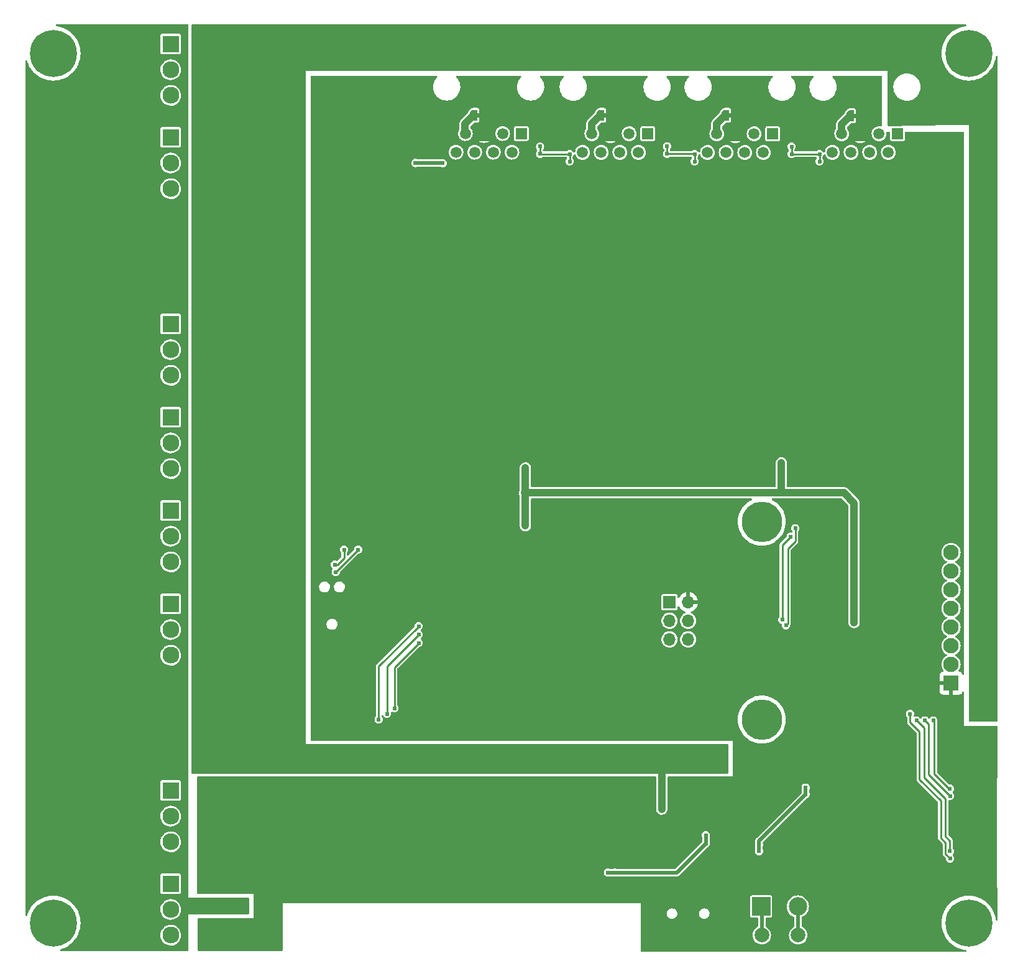
<source format=gbl>
G04 #@! TF.GenerationSoftware,KiCad,Pcbnew,6.0.10-86aedd382b~118~ubuntu18.04.1*
G04 #@! TF.CreationDate,2025-04-04T14:58:15-06:00*
G04 #@! TF.ProjectId,mss-xcade,6d73732d-7863-4616-9465-2e6b69636164,rev?*
G04 #@! TF.SameCoordinates,Original*
G04 #@! TF.FileFunction,Copper,L2,Bot*
G04 #@! TF.FilePolarity,Positive*
%FSLAX46Y46*%
G04 Gerber Fmt 4.6, Leading zero omitted, Abs format (unit mm)*
G04 Created by KiCad (PCBNEW 6.0.10-86aedd382b~118~ubuntu18.04.1) date 2025-04-04 14:58:15*
%MOMM*%
%LPD*%
G01*
G04 APERTURE LIST*
G04 #@! TA.AperFunction,ComponentPad*
%ADD10R,2.300000X2.300000*%
G04 #@! TD*
G04 #@! TA.AperFunction,ComponentPad*
%ADD11C,2.300000*%
G04 #@! TD*
G04 #@! TA.AperFunction,ComponentPad*
%ADD12R,1.700000X1.700000*%
G04 #@! TD*
G04 #@! TA.AperFunction,ComponentPad*
%ADD13O,1.700000X1.700000*%
G04 #@! TD*
G04 #@! TA.AperFunction,ComponentPad*
%ADD14R,1.500000X1.500000*%
G04 #@! TD*
G04 #@! TA.AperFunction,ComponentPad*
%ADD15C,1.500000*%
G04 #@! TD*
G04 #@! TA.AperFunction,ComponentPad*
%ADD16C,6.400000*%
G04 #@! TD*
G04 #@! TA.AperFunction,ComponentPad*
%ADD17C,5.500000*%
G04 #@! TD*
G04 #@! TA.AperFunction,ComponentPad*
%ADD18R,2.500000X2.500000*%
G04 #@! TD*
G04 #@! TA.AperFunction,ComponentPad*
%ADD19C,2.500000*%
G04 #@! TD*
G04 #@! TA.AperFunction,ComponentPad*
%ADD20R,2.100000X2.100000*%
G04 #@! TD*
G04 #@! TA.AperFunction,ComponentPad*
%ADD21C,2.100000*%
G04 #@! TD*
G04 #@! TA.AperFunction,SMDPad,CuDef*
%ADD22C,2.000000*%
G04 #@! TD*
G04 #@! TA.AperFunction,ViaPad*
%ADD23C,0.609600*%
G04 #@! TD*
G04 #@! TA.AperFunction,Conductor*
%ADD24C,0.508000*%
G04 #@! TD*
G04 #@! TA.AperFunction,Conductor*
%ADD25C,1.016000*%
G04 #@! TD*
G04 #@! TA.AperFunction,Conductor*
%ADD26C,0.254000*%
G04 #@! TD*
G04 APERTURE END LIST*
G36*
X172970000Y-35923500D02*
G01*
X172470000Y-35923500D01*
X172470000Y-35323500D01*
X172970000Y-35323500D01*
X172970000Y-35923500D01*
G37*
G36*
X155952000Y-35923500D02*
G01*
X155452000Y-35923500D01*
X155452000Y-35323500D01*
X155952000Y-35323500D01*
X155952000Y-35923500D01*
G37*
G36*
X189988000Y-35987000D02*
G01*
X189488000Y-35987000D01*
X189488000Y-35387000D01*
X189988000Y-35387000D01*
X189988000Y-35987000D01*
G37*
G36*
X138680000Y-35923500D02*
G01*
X138180000Y-35923500D01*
X138180000Y-35323500D01*
X138680000Y-35323500D01*
X138680000Y-35923500D01*
G37*
D10*
X96520000Y-89408000D03*
D11*
X96520000Y-92908000D03*
X96520000Y-96408000D03*
D10*
X96520000Y-38608000D03*
D11*
X96520000Y-42108000D03*
X96520000Y-45608000D03*
D10*
X96520000Y-127508000D03*
D11*
X96520000Y-131008000D03*
X96520000Y-134508000D03*
D12*
X164460000Y-101869000D03*
D13*
X167000000Y-101869000D03*
X164460000Y-104409000D03*
X167000000Y-104409000D03*
X164460000Y-106949000D03*
X167000000Y-106949000D03*
D14*
X195544500Y-38120000D03*
D15*
X194274500Y-40660000D03*
X193004500Y-38120000D03*
X191734500Y-40660000D03*
X190464500Y-38120000D03*
X189194500Y-40660000D03*
X187924500Y-38120000D03*
X186654500Y-40660000D03*
D14*
X144272000Y-38100000D03*
D15*
X143002000Y-40640000D03*
X141732000Y-38100000D03*
X140462000Y-40640000D03*
X139192000Y-38100000D03*
X137922000Y-40640000D03*
X136652000Y-38100000D03*
X135382000Y-40640000D03*
D10*
X96520000Y-25908000D03*
D11*
X96520000Y-29408000D03*
X96520000Y-32908000D03*
D10*
X96520000Y-64008000D03*
D11*
X96520000Y-67508000D03*
X96520000Y-71008000D03*
D16*
X80518000Y-145542000D03*
D17*
X177038000Y-117856000D03*
D16*
X205232000Y-145542000D03*
D10*
X96520000Y-140208000D03*
D11*
X96520000Y-143708000D03*
X96520000Y-147208000D03*
D10*
X96520000Y-102108000D03*
D11*
X96520000Y-105608000D03*
X96520000Y-109108000D03*
D17*
X177038000Y-90932000D03*
D16*
X205232000Y-27178000D03*
X80518000Y-27178000D03*
D10*
X96520000Y-76708000D03*
D11*
X96520000Y-80208000D03*
X96520000Y-83708000D03*
D18*
X176951000Y-143302000D03*
D19*
X181951000Y-143302000D03*
D10*
X96520000Y-114808000D03*
D11*
X96520000Y-118308000D03*
X96520000Y-121808000D03*
D14*
X178526500Y-38140000D03*
D15*
X177256500Y-40680000D03*
X175986500Y-38140000D03*
X174716500Y-40680000D03*
X173446500Y-38140000D03*
X172176500Y-40680000D03*
X170906500Y-38140000D03*
X169636500Y-40680000D03*
D14*
X161508500Y-38120000D03*
D15*
X160238500Y-40660000D03*
X158968500Y-38120000D03*
X157698500Y-40660000D03*
X156428500Y-38120000D03*
X155158500Y-40660000D03*
X153888500Y-38120000D03*
X152618500Y-40660000D03*
D20*
X202819000Y-112903000D03*
D21*
X202819000Y-110363000D03*
X202819000Y-107823000D03*
X202819000Y-105283000D03*
X202819000Y-102743000D03*
X202819000Y-100203000D03*
X202819000Y-97663000D03*
X202819000Y-95123000D03*
D10*
X96520000Y-51308000D03*
D11*
X96520000Y-54808000D03*
X96520000Y-58308000D03*
D22*
X91948000Y-143637000D03*
G04 #@! TA.AperFunction,SMDPad,CuDef*
G36*
X172870000Y-34873500D02*
G01*
X173370000Y-34873500D01*
X173370000Y-34878467D01*
X173449941Y-34879932D01*
X173585256Y-34922207D01*
X173703266Y-35000762D01*
X173794486Y-35109281D01*
X173851581Y-35239040D01*
X173869164Y-35373500D01*
X173870000Y-35373500D01*
X173870000Y-35873500D01*
X173869164Y-35873500D01*
X173869963Y-35879609D01*
X173848152Y-36019686D01*
X173787904Y-36148011D01*
X173694060Y-36254269D01*
X173574165Y-36329917D01*
X173437858Y-36368874D01*
X173370000Y-36368459D01*
X173370000Y-36373500D01*
X172870000Y-36373500D01*
X172870000Y-34873500D01*
G37*
G04 #@! TD.AperFunction*
G04 #@! TA.AperFunction,SMDPad,CuDef*
G36*
X172070000Y-36368459D02*
G01*
X171996095Y-36368008D01*
X171860274Y-36327389D01*
X171741312Y-36250282D01*
X171648774Y-36142885D01*
X171590097Y-36013833D01*
X171570000Y-35873500D01*
X171570000Y-35373500D01*
X171570149Y-35361284D01*
X171593669Y-35221483D01*
X171655481Y-35093904D01*
X171750616Y-34988800D01*
X171871426Y-34914623D01*
X172008199Y-34877334D01*
X172070000Y-34878467D01*
X172070000Y-34873500D01*
X172570000Y-34873500D01*
X172570000Y-36373500D01*
X172070000Y-36373500D01*
X172070000Y-36368459D01*
G37*
G04 #@! TD.AperFunction*
G04 #@! TA.AperFunction,SMDPad,CuDef*
G36*
X155852000Y-34873500D02*
G01*
X156352000Y-34873500D01*
X156352000Y-34878467D01*
X156431941Y-34879932D01*
X156567256Y-34922207D01*
X156685266Y-35000762D01*
X156776486Y-35109281D01*
X156833581Y-35239040D01*
X156851164Y-35373500D01*
X156852000Y-35373500D01*
X156852000Y-35873500D01*
X156851164Y-35873500D01*
X156851963Y-35879609D01*
X156830152Y-36019686D01*
X156769904Y-36148011D01*
X156676060Y-36254269D01*
X156556165Y-36329917D01*
X156419858Y-36368874D01*
X156352000Y-36368459D01*
X156352000Y-36373500D01*
X155852000Y-36373500D01*
X155852000Y-34873500D01*
G37*
G04 #@! TD.AperFunction*
G04 #@! TA.AperFunction,SMDPad,CuDef*
G36*
X155052000Y-36368459D02*
G01*
X154978095Y-36368008D01*
X154842274Y-36327389D01*
X154723312Y-36250282D01*
X154630774Y-36142885D01*
X154572097Y-36013833D01*
X154552000Y-35873500D01*
X154552000Y-35373500D01*
X154552149Y-35361284D01*
X154575669Y-35221483D01*
X154637481Y-35093904D01*
X154732616Y-34988800D01*
X154853426Y-34914623D01*
X154990199Y-34877334D01*
X155052000Y-34878467D01*
X155052000Y-34873500D01*
X155552000Y-34873500D01*
X155552000Y-36373500D01*
X155052000Y-36373500D01*
X155052000Y-36368459D01*
G37*
G04 #@! TD.AperFunction*
X177038000Y-147193000D03*
G04 #@! TA.AperFunction,SMDPad,CuDef*
G36*
X189888000Y-34937000D02*
G01*
X190388000Y-34937000D01*
X190388000Y-34941967D01*
X190467941Y-34943432D01*
X190603256Y-34985707D01*
X190721266Y-35064262D01*
X190812486Y-35172781D01*
X190869581Y-35302540D01*
X190887164Y-35437000D01*
X190888000Y-35437000D01*
X190888000Y-35937000D01*
X190887164Y-35937000D01*
X190887963Y-35943109D01*
X190866152Y-36083186D01*
X190805904Y-36211511D01*
X190712060Y-36317769D01*
X190592165Y-36393417D01*
X190455858Y-36432374D01*
X190388000Y-36431959D01*
X190388000Y-36437000D01*
X189888000Y-36437000D01*
X189888000Y-34937000D01*
G37*
G04 #@! TD.AperFunction*
G04 #@! TA.AperFunction,SMDPad,CuDef*
G36*
X189088000Y-36431959D02*
G01*
X189014095Y-36431508D01*
X188878274Y-36390889D01*
X188759312Y-36313782D01*
X188666774Y-36206385D01*
X188608097Y-36077333D01*
X188588000Y-35937000D01*
X188588000Y-35437000D01*
X188588149Y-35424784D01*
X188611669Y-35284983D01*
X188673481Y-35157404D01*
X188768616Y-35052300D01*
X188889426Y-34978123D01*
X189026199Y-34940834D01*
X189088000Y-34941967D01*
X189088000Y-34937000D01*
X189588000Y-34937000D01*
X189588000Y-36437000D01*
X189088000Y-36437000D01*
X189088000Y-36431959D01*
G37*
G04 #@! TD.AperFunction*
G04 #@! TA.AperFunction,SMDPad,CuDef*
G36*
X138580000Y-34873500D02*
G01*
X139080000Y-34873500D01*
X139080000Y-34878467D01*
X139159941Y-34879932D01*
X139295256Y-34922207D01*
X139413266Y-35000762D01*
X139504486Y-35109281D01*
X139561581Y-35239040D01*
X139579164Y-35373500D01*
X139580000Y-35373500D01*
X139580000Y-35873500D01*
X139579164Y-35873500D01*
X139579963Y-35879609D01*
X139558152Y-36019686D01*
X139497904Y-36148011D01*
X139404060Y-36254269D01*
X139284165Y-36329917D01*
X139147858Y-36368874D01*
X139080000Y-36368459D01*
X139080000Y-36373500D01*
X138580000Y-36373500D01*
X138580000Y-34873500D01*
G37*
G04 #@! TD.AperFunction*
G04 #@! TA.AperFunction,SMDPad,CuDef*
G36*
X137780000Y-36368459D02*
G01*
X137706095Y-36368008D01*
X137570274Y-36327389D01*
X137451312Y-36250282D01*
X137358774Y-36142885D01*
X137300097Y-36013833D01*
X137280000Y-35873500D01*
X137280000Y-35373500D01*
X137280149Y-35361284D01*
X137303669Y-35221483D01*
X137365481Y-35093904D01*
X137460616Y-34988800D01*
X137581426Y-34914623D01*
X137718199Y-34877334D01*
X137780000Y-34878467D01*
X137780000Y-34873500D01*
X138280000Y-34873500D01*
X138280000Y-36373500D01*
X137780000Y-36373500D01*
X137780000Y-36368459D01*
G37*
G04 #@! TD.AperFunction*
X181991000Y-147193000D03*
D23*
X135257500Y-74999750D03*
X184785000Y-132080000D03*
X188595000Y-126365000D03*
X203708000Y-123952000D03*
X160782000Y-117729000D03*
X203835000Y-40894000D03*
X170434000Y-138811000D03*
X136271000Y-131572000D03*
X169547500Y-69411750D03*
X162560000Y-144526000D03*
X135255000Y-135382000D03*
X203835000Y-48514000D03*
X158623000Y-135001000D03*
X110617000Y-145796000D03*
X152461000Y-64518500D03*
X156715500Y-75758000D03*
X169545000Y-75764250D03*
X187579000Y-92329000D03*
X183134000Y-130048000D03*
X118999000Y-31623000D03*
X146238000Y-72138500D03*
X183261000Y-96520000D03*
X149860000Y-89916000D03*
X188595000Y-128270000D03*
X183134000Y-132080000D03*
X169547500Y-74999750D03*
X203835000Y-47625000D03*
X100965000Y-145796000D03*
X117983000Y-98171000D03*
X181102000Y-80391000D03*
X147955000Y-134493000D03*
X203581000Y-74803000D03*
X203565000Y-82439000D03*
X204470000Y-140970000D03*
X152527000Y-75764250D03*
X150471500Y-141755500D03*
X193294000Y-87630000D03*
X195072000Y-53467000D03*
X203835000Y-40005000D03*
X204470000Y-122968000D03*
X130035000Y-109614000D03*
X173736000Y-74993500D03*
X100965000Y-146812000D03*
X139065000Y-131572000D03*
X159893000Y-53403500D03*
X152463500Y-63754000D03*
X203581000Y-73914000D03*
X161036000Y-53403500D03*
X164084000Y-71369000D03*
X159512000Y-135001000D03*
X204470000Y-139986000D03*
X203708000Y-139986000D03*
X183769000Y-105283000D03*
X122663000Y-86722000D03*
X191643000Y-127381000D03*
X197866000Y-72136000D03*
X118110000Y-31623000D03*
X177927000Y-103759000D03*
X172339000Y-90457000D03*
X140322000Y-109614000D03*
X139443500Y-75758000D03*
X126619000Y-31496000D03*
X186563000Y-70239750D03*
X183134000Y-131191000D03*
X135255000Y-132588000D03*
X163195000Y-64071500D03*
X163195000Y-63055500D03*
X126087500Y-141755500D03*
X110617000Y-146812000D03*
X204470000Y-123952000D03*
X169418000Y-138811000D03*
X169479000Y-64518500D03*
X152527000Y-70176250D03*
X197231000Y-64135000D03*
X135128000Y-53403500D03*
X186565500Y-69475250D03*
X135255000Y-75764250D03*
X191643000Y-128270000D03*
X172212000Y-105791000D03*
X203565000Y-83328000D03*
X125730000Y-31496000D03*
X202946000Y-140970000D03*
X203565000Y-84217000D03*
X171450000Y-144526000D03*
X178054000Y-53403500D03*
X180975000Y-72268000D03*
X152529500Y-74999750D03*
X105029000Y-146812000D03*
X157212000Y-140984000D03*
X190751500Y-75821500D03*
X164084000Y-72263000D03*
X106553000Y-145796000D03*
X204470000Y-132429000D03*
X135189000Y-64518500D03*
X203835000Y-66675000D03*
X169481500Y-63754000D03*
X190754000Y-75057000D03*
X125071500Y-141755500D03*
X203835000Y-56261000D03*
X123463000Y-95231000D03*
X152529500Y-69411750D03*
X203835000Y-65786000D03*
X202946000Y-131445000D03*
X142621000Y-53403500D03*
X176022000Y-84582000D03*
X117348000Y-35560000D03*
X182118000Y-79375000D03*
X150834250Y-79850000D03*
X180975000Y-71374000D03*
X106553000Y-146812000D03*
X172339000Y-91854000D03*
X203708000Y-131445000D03*
X171831000Y-134239000D03*
X156718000Y-74993500D03*
X188595000Y-127381000D03*
X202946000Y-139986000D03*
X146238000Y-71244500D03*
X152400000Y-53403500D03*
X127508000Y-31496000D03*
X123290250Y-44729400D03*
X137668000Y-136525000D03*
X169418000Y-53403500D03*
X203835000Y-49403000D03*
X203581000Y-75692000D03*
X145402000Y-109614000D03*
X184785000Y-131191000D03*
X145923000Y-64071500D03*
X124333000Y-95250000D03*
X193929000Y-53467000D03*
X202946000Y-123952000D03*
X143764000Y-53403500D03*
X135255000Y-134112000D03*
X135255000Y-70176250D03*
X135191500Y-63754000D03*
X139446000Y-74993500D03*
X180213000Y-64071500D03*
X118237000Y-35560000D03*
X150072250Y-79850000D03*
X186563000Y-75827750D03*
X203835000Y-57150000D03*
X203565000Y-90948000D03*
X140208000Y-134112000D03*
X140208000Y-135382000D03*
X202946000Y-122968000D03*
X203835000Y-39116000D03*
X173733500Y-75758000D03*
X191643000Y-126365000D03*
X177165000Y-103759000D03*
X140208000Y-132588000D03*
X149098000Y-134493000D03*
X203565000Y-92726000D03*
X117221000Y-31623000D03*
X204470000Y-131445000D03*
X116459000Y-35560000D03*
X186497000Y-64582000D03*
X203835000Y-58039000D03*
X135115000Y-109614000D03*
X124179250Y-45999400D03*
X145923000Y-63055500D03*
X154154500Y-141755500D03*
X172212000Y-104775000D03*
X203565000Y-91837000D03*
X121004250Y-49047400D03*
X147066000Y-127508000D03*
X184277000Y-96520000D03*
X136271000Y-136525000D03*
X203708000Y-122968000D03*
X193294000Y-88392000D03*
X176911000Y-53403500D03*
X160787310Y-119374690D03*
X203835000Y-64897000D03*
X183769000Y-108458000D03*
X197231000Y-63119000D03*
X203708000Y-140970000D03*
X148844000Y-89916000D03*
X135257500Y-69411750D03*
X186565500Y-75063250D03*
X180213000Y-63055500D03*
X147066000Y-128524000D03*
X146915500Y-141755500D03*
X124179250Y-44729400D03*
X169545000Y-70176250D03*
X105029000Y-145796000D03*
X123290250Y-45999400D03*
X137668000Y-131572000D03*
X186499500Y-63817500D03*
X197866000Y-71242000D03*
X203708000Y-132429000D03*
X202946000Y-132429000D03*
X186436000Y-53467000D03*
X139065000Y-136525000D03*
X162179000Y-86995000D03*
X101981000Y-24511000D03*
X207899000Y-71120000D03*
X114046000Y-110236000D03*
X193040000Y-24511000D03*
X183007000Y-127127000D03*
X171831000Y-121920000D03*
X189611000Y-103759000D03*
X160909000Y-86995000D03*
X207899000Y-35941000D03*
X207899000Y-44323000D03*
X170434000Y-124460000D03*
X148590000Y-123571000D03*
X111633000Y-106934000D03*
X189611000Y-96520000D03*
X193040000Y-25781000D03*
X186182000Y-86995000D03*
X169037000Y-123190000D03*
X144846000Y-91501000D03*
X176657000Y-135763000D03*
X114173000Y-43942000D03*
X128397000Y-24257000D03*
X189611000Y-104648000D03*
X207899000Y-62738000D03*
X176657000Y-134874000D03*
X106553000Y-24511000D03*
X116205000Y-24511000D03*
X114173000Y-42926000D03*
X124841000Y-24511000D03*
X115697000Y-121920000D03*
X175641000Y-86995000D03*
X207899000Y-86868000D03*
X163423250Y-128270000D03*
X207899000Y-54102000D03*
X107823000Y-24511000D03*
X101981000Y-25527000D03*
X207899000Y-79756000D03*
X144846000Y-88077000D03*
X114173000Y-73025000D03*
X179705000Y-84074000D03*
X207899000Y-45593000D03*
X144846000Y-83627000D03*
X183007000Y-128016000D03*
X207899000Y-88138000D03*
X207899000Y-78486000D03*
X114173000Y-72009000D03*
X123571000Y-24511000D03*
X185039000Y-86995000D03*
X100711000Y-25527000D03*
X113157000Y-110236000D03*
X163423250Y-129159000D03*
X117094000Y-121920000D03*
X170434000Y-121920000D03*
X189611000Y-102870000D03*
X169037000Y-124460000D03*
X191897000Y-24511000D03*
X189611000Y-95377000D03*
X112649000Y-106934000D03*
X114935000Y-24511000D03*
X207899000Y-37211000D03*
X170434000Y-123190000D03*
X115697000Y-124333000D03*
X115697000Y-123063000D03*
X207899000Y-69850000D03*
X174498000Y-86995000D03*
X169037000Y-121920000D03*
X171831000Y-124460000D03*
X207899000Y-61468000D03*
X148590000Y-122682000D03*
X114173000Y-41910000D03*
X100711000Y-24511000D03*
X114173000Y-74041000D03*
X128397000Y-25527000D03*
X179705000Y-82931000D03*
X171831000Y-123190000D03*
X117094000Y-123063000D03*
X144846000Y-84643000D03*
X117094000Y-124333000D03*
X191897000Y-25781000D03*
X163423250Y-130048000D03*
X207899000Y-52832000D03*
X169418000Y-133604000D03*
X156083000Y-138684000D03*
X156972000Y-138684000D03*
X169418000Y-134747000D03*
X167894000Y-41910000D03*
X184912000Y-40894000D03*
X164131000Y-40847000D03*
X150876000Y-41910000D03*
X184912000Y-41910000D03*
X129855000Y-42103000D03*
X181102000Y-39878000D03*
X167894000Y-40894000D03*
X146835500Y-40870500D03*
X150876000Y-40894000D03*
X146835500Y-39854500D03*
X133580500Y-42140500D03*
X181102000Y-40894000D03*
X164131000Y-39831000D03*
X202692000Y-136779000D03*
X197231000Y-117094000D03*
X202668000Y-135787000D03*
X198120000Y-117983000D03*
X199263000Y-117983000D03*
X202692000Y-128270000D03*
X202668000Y-127278000D03*
X200406000Y-117983000D03*
X78867000Y-81407000D03*
X78867000Y-95123000D03*
X105029000Y-142748000D03*
X78867000Y-132461000D03*
X78867000Y-67691000D03*
X105029000Y-143637000D03*
X106553000Y-142748000D03*
X78867000Y-118745000D03*
X106553000Y-143637000D03*
X78867000Y-36322000D03*
X78867000Y-136271000D03*
X78867000Y-108839000D03*
X78867000Y-91313000D03*
X100838000Y-142748000D03*
X78867000Y-40132000D03*
X100838000Y-143637000D03*
X78867000Y-63881000D03*
X78867000Y-50165000D03*
X78867000Y-53975000D03*
X78867000Y-105029000D03*
X78867000Y-77597000D03*
X78867000Y-122555000D03*
X118999000Y-97790000D03*
X122047000Y-94742000D03*
X120142000Y-94742000D03*
X118872000Y-96774000D03*
X179832000Y-104267000D03*
X180975000Y-92964000D03*
X181610000Y-91821000D03*
X180340000Y-105029000D03*
X130302000Y-106299000D03*
X125984000Y-117094000D03*
X130302000Y-105156000D03*
X124841000Y-117856000D03*
X127000000Y-116332000D03*
X130302000Y-107442000D03*
D24*
X183007000Y-127127000D02*
X183007000Y-128016000D01*
X183007000Y-128016000D02*
X176657000Y-134366000D01*
D25*
X144846000Y-88077000D02*
X144846000Y-84643000D01*
X189611000Y-102870000D02*
X189611000Y-103759000D01*
X186182000Y-86995000D02*
X179705000Y-86995000D01*
X144846000Y-91501000D02*
X144846000Y-88077000D01*
X189611000Y-103759000D02*
X189611000Y-104648000D01*
X163423250Y-130048000D02*
X163423250Y-123723750D01*
X186182000Y-86995000D02*
X188214000Y-86995000D01*
X144846000Y-84643000D02*
X144846000Y-83627000D01*
X188214000Y-86995000D02*
X189611000Y-88392000D01*
D24*
X176657000Y-134366000D02*
X176657000Y-135763000D01*
D25*
X189611000Y-88392000D02*
X189611000Y-102870000D01*
X179705000Y-84074000D02*
X179705000Y-82931000D01*
X179705000Y-86995000D02*
X179705000Y-84074000D01*
X144708800Y-86995000D02*
X179705000Y-86995000D01*
D24*
X177038000Y-143389000D02*
X176951000Y-143302000D01*
X177038000Y-147193000D02*
X177038000Y-143389000D01*
X181991000Y-143342000D02*
X181951000Y-143302000D01*
X181991000Y-147193000D02*
X181991000Y-143342000D01*
X169418000Y-134747000D02*
X165481000Y-138684000D01*
X169418000Y-134747000D02*
X169418000Y-133604000D01*
X165481000Y-138684000D02*
X156083000Y-138684000D01*
D26*
X146835500Y-39854500D02*
X146835500Y-40870500D01*
X184912000Y-41910000D02*
X184912000Y-40894000D01*
X167917500Y-40870500D02*
X164154500Y-40870500D01*
X164131000Y-39831000D02*
X164131000Y-40847000D01*
X181102000Y-39878000D02*
X181102000Y-40894000D01*
X167917500Y-41886500D02*
X167917500Y-40870500D01*
X150876000Y-40894000D02*
X146859000Y-40894000D01*
X146859000Y-40894000D02*
X146835500Y-40870500D01*
X167894000Y-41910000D02*
X167917500Y-41886500D01*
X150876000Y-41910000D02*
X150876000Y-40894000D01*
X184888500Y-40917500D02*
X181125500Y-40917500D01*
X184912000Y-40894000D02*
X184888500Y-40917500D01*
D24*
X133543000Y-42103000D02*
X129855000Y-42103000D01*
X133580500Y-42140500D02*
X133543000Y-42103000D01*
D26*
X202692000Y-136779000D02*
X202057000Y-136144000D01*
X201422000Y-128905000D02*
X198501000Y-125984000D01*
X202057000Y-136144000D02*
X202057000Y-134620000D01*
X202057000Y-134620000D02*
X201422000Y-133985000D01*
X197231000Y-118237000D02*
X197231000Y-117094000D01*
X198501000Y-119507000D02*
X197231000Y-118237000D01*
X198501000Y-125984000D02*
X198501000Y-119507000D01*
X201422000Y-133985000D02*
X201422000Y-128905000D01*
X202057000Y-133755342D02*
X202057000Y-128651000D01*
X202057000Y-128651000D02*
X199136000Y-125730000D01*
X202668000Y-135787000D02*
X202668000Y-134366342D01*
X202668000Y-134366342D02*
X202057000Y-133755342D01*
X199136000Y-125730000D02*
X199136000Y-118999000D01*
X199136000Y-118999000D02*
X198120000Y-117983000D01*
X199263000Y-117983000D02*
X199771000Y-118491000D01*
X199771000Y-118491000D02*
X199771000Y-125349000D01*
X199771000Y-125349000D02*
X202692000Y-128270000D01*
X200533000Y-117983000D02*
X200533000Y-125222000D01*
X200533000Y-125222000D02*
X202589000Y-127278000D01*
X202589000Y-127278000D02*
X202668000Y-127278000D01*
D25*
X170906500Y-38056500D02*
X170906500Y-36787000D01*
X170906500Y-36787000D02*
X172070000Y-35623500D01*
X187924500Y-38120000D02*
X187924500Y-36850500D01*
X187924500Y-36850500D02*
X189088000Y-35687000D01*
X136616500Y-38056500D02*
X136616500Y-36787000D01*
X136616500Y-36787000D02*
X137780000Y-35623500D01*
X153888500Y-38056500D02*
X153888500Y-36787000D01*
X153888500Y-36787000D02*
X155052000Y-35623500D01*
D26*
X118999000Y-97790000D02*
X122047000Y-94742000D01*
X119253000Y-96774000D02*
X120142000Y-95885000D01*
X118872000Y-96774000D02*
X119253000Y-96774000D01*
X120142000Y-95885000D02*
X120142000Y-94742000D01*
X180975000Y-92964000D02*
X179832000Y-94107000D01*
X179832000Y-94107000D02*
X179832000Y-104267000D01*
X181610000Y-93599000D02*
X180594000Y-94615000D01*
X180594000Y-104775000D02*
X180340000Y-105029000D01*
X181610000Y-91821000D02*
X181610000Y-93599000D01*
X180594000Y-94615000D02*
X180594000Y-104775000D01*
X130302000Y-106299000D02*
X125984000Y-110617000D01*
X125984000Y-110617000D02*
X125984000Y-117094000D01*
X124841000Y-117856000D02*
X124841000Y-110617000D01*
X124841000Y-110617000D02*
X130302000Y-105156000D01*
X127000000Y-110744000D02*
X130302000Y-107442000D01*
X127000000Y-116332000D02*
X127000000Y-110744000D01*
G04 #@! TA.AperFunction,Conductor*
G36*
X80518000Y-138557000D02*
G01*
X76708000Y-138557000D01*
X76708000Y-31877000D01*
X80518000Y-31877000D01*
X80518000Y-138557000D01*
G37*
G04 #@! TD.AperFunction*
G04 #@! TA.AperFunction,Conductor*
G36*
X98875121Y-23261002D02*
G01*
X98921614Y-23314658D01*
X98933000Y-23367000D01*
X98933000Y-149226000D01*
X98912998Y-149294121D01*
X98859342Y-149340614D01*
X98807000Y-149352000D01*
X81584495Y-149352000D01*
X81516374Y-149331998D01*
X81469881Y-149278342D01*
X81459777Y-149208068D01*
X81489271Y-149143488D01*
X81551884Y-149104293D01*
X81574120Y-149098335D01*
X81665562Y-149073833D01*
X82028453Y-148934532D01*
X82031393Y-148933034D01*
X82371854Y-148759561D01*
X82371861Y-148759557D01*
X82374795Y-148758062D01*
X82676111Y-148562386D01*
X82698029Y-148548152D01*
X82698030Y-148548152D01*
X82700793Y-148546357D01*
X82927908Y-148362442D01*
X83000314Y-148303809D01*
X83000318Y-148303806D01*
X83002876Y-148301734D01*
X83277734Y-148026876D01*
X83522357Y-147724793D01*
X83734062Y-147398794D01*
X83796199Y-147276845D01*
X83848822Y-147173567D01*
X95111107Y-147173567D01*
X95111404Y-147178720D01*
X95111404Y-147178723D01*
X95117253Y-147280167D01*
X95124401Y-147404139D01*
X95125538Y-147409185D01*
X95125539Y-147409191D01*
X95146161Y-147500694D01*
X95175176Y-147629442D01*
X95262066Y-147843428D01*
X95382740Y-148040349D01*
X95533955Y-148214916D01*
X95711651Y-148362442D01*
X95716103Y-148365044D01*
X95716108Y-148365047D01*
X95906598Y-148476360D01*
X95911056Y-148478965D01*
X96126814Y-148561355D01*
X96131880Y-148562386D01*
X96131881Y-148562386D01*
X96184674Y-148573127D01*
X96353132Y-148607400D01*
X96483323Y-148612174D01*
X96578767Y-148615674D01*
X96578771Y-148615674D01*
X96583931Y-148615863D01*
X96589051Y-148615207D01*
X96589053Y-148615207D01*
X96660088Y-148606107D01*
X96813013Y-148586517D01*
X96817961Y-148585032D01*
X96817968Y-148585031D01*
X97029276Y-148521635D01*
X97029275Y-148521635D01*
X97034226Y-148520150D01*
X97241629Y-148418544D01*
X97245834Y-148415544D01*
X97245840Y-148415541D01*
X97425449Y-148287427D01*
X97425451Y-148287425D01*
X97429653Y-148284428D01*
X97593247Y-148121404D01*
X97728018Y-147933850D01*
X97830347Y-147726803D01*
X97845397Y-147677267D01*
X97895982Y-147510775D01*
X97895983Y-147510769D01*
X97897486Y-147505823D01*
X97927631Y-147276845D01*
X97929314Y-147208000D01*
X97910390Y-146977822D01*
X97854126Y-146753826D01*
X97762033Y-146542028D01*
X97636585Y-146348114D01*
X97481150Y-146177293D01*
X97407068Y-146118786D01*
X97303956Y-146037353D01*
X97303951Y-146037350D01*
X97299902Y-146034152D01*
X97295386Y-146031659D01*
X97295383Y-146031657D01*
X97102234Y-145925033D01*
X97102230Y-145925031D01*
X97097710Y-145922536D01*
X97092841Y-145920812D01*
X97092837Y-145920810D01*
X96884878Y-145847168D01*
X96884874Y-145847167D01*
X96880003Y-145845442D01*
X96874913Y-145844535D01*
X96874908Y-145844534D01*
X96751550Y-145822561D01*
X96652628Y-145804941D01*
X96566124Y-145803884D01*
X96426861Y-145802182D01*
X96426859Y-145802182D01*
X96421691Y-145802119D01*
X96193394Y-145837053D01*
X95973869Y-145908805D01*
X95769010Y-146015448D01*
X95764877Y-146018551D01*
X95764874Y-146018553D01*
X95739835Y-146037353D01*
X95584319Y-146154118D01*
X95424757Y-146321090D01*
X95294609Y-146511881D01*
X95292435Y-146516565D01*
X95292433Y-146516568D01*
X95210698Y-146692652D01*
X95197369Y-146721366D01*
X95135649Y-146943921D01*
X95111107Y-147173567D01*
X83848822Y-147173567D01*
X83909034Y-147055393D01*
X83910532Y-147052453D01*
X84049833Y-146689562D01*
X84150438Y-146314099D01*
X84195173Y-146031657D01*
X84210732Y-145933424D01*
X84210733Y-145933416D01*
X84211246Y-145930176D01*
X84231589Y-145542000D01*
X84211246Y-145153824D01*
X84189714Y-145017874D01*
X84182732Y-144973793D01*
X84150438Y-144769901D01*
X84049833Y-144394438D01*
X83910532Y-144031547D01*
X83894812Y-144000694D01*
X83735561Y-143688147D01*
X83735557Y-143688140D01*
X83734062Y-143685206D01*
X83726504Y-143673567D01*
X95111107Y-143673567D01*
X95111404Y-143678720D01*
X95111404Y-143678723D01*
X95117253Y-143780167D01*
X95124401Y-143904139D01*
X95125538Y-143909185D01*
X95125539Y-143909191D01*
X95146161Y-144000694D01*
X95175176Y-144129442D01*
X95262066Y-144343428D01*
X95382740Y-144540349D01*
X95533955Y-144714916D01*
X95711651Y-144862442D01*
X95716103Y-144865044D01*
X95716108Y-144865047D01*
X95906598Y-144976360D01*
X95911056Y-144978965D01*
X96126814Y-145061355D01*
X96131880Y-145062386D01*
X96131881Y-145062386D01*
X96184674Y-145073127D01*
X96353132Y-145107400D01*
X96483323Y-145112174D01*
X96578767Y-145115674D01*
X96578771Y-145115674D01*
X96583931Y-145115863D01*
X96589051Y-145115207D01*
X96589053Y-145115207D01*
X96660088Y-145106107D01*
X96813013Y-145086517D01*
X96817961Y-145085032D01*
X96817968Y-145085031D01*
X97029276Y-145021635D01*
X97029275Y-145021635D01*
X97034226Y-145020150D01*
X97241629Y-144918544D01*
X97245834Y-144915544D01*
X97245840Y-144915541D01*
X97425449Y-144787427D01*
X97425451Y-144787425D01*
X97429653Y-144784428D01*
X97593247Y-144621404D01*
X97647338Y-144546129D01*
X97725000Y-144438050D01*
X97728018Y-144433850D01*
X97830347Y-144226803D01*
X97845397Y-144177267D01*
X97895982Y-144010775D01*
X97895983Y-144010769D01*
X97897486Y-144005823D01*
X97927631Y-143776845D01*
X97929314Y-143708000D01*
X97910390Y-143477822D01*
X97854126Y-143253826D01*
X97762033Y-143042028D01*
X97636585Y-142848114D01*
X97481150Y-142677293D01*
X97407068Y-142618786D01*
X97303956Y-142537353D01*
X97303951Y-142537350D01*
X97299902Y-142534152D01*
X97295386Y-142531659D01*
X97295383Y-142531657D01*
X97102234Y-142425033D01*
X97102230Y-142425031D01*
X97097710Y-142422536D01*
X97092841Y-142420812D01*
X97092837Y-142420810D01*
X96884878Y-142347168D01*
X96884874Y-142347167D01*
X96880003Y-142345442D01*
X96874913Y-142344535D01*
X96874908Y-142344534D01*
X96751550Y-142322561D01*
X96652628Y-142304941D01*
X96566124Y-142303884D01*
X96426861Y-142302182D01*
X96426859Y-142302182D01*
X96421691Y-142302119D01*
X96193394Y-142337053D01*
X95973869Y-142408805D01*
X95769010Y-142515448D01*
X95764877Y-142518551D01*
X95764874Y-142518553D01*
X95739835Y-142537353D01*
X95584319Y-142654118D01*
X95424757Y-142821090D01*
X95294609Y-143011881D01*
X95292435Y-143016565D01*
X95292433Y-143016568D01*
X95272419Y-143059686D01*
X95197369Y-143221366D01*
X95135649Y-143443921D01*
X95111107Y-143673567D01*
X83726504Y-143673567D01*
X83522357Y-143359207D01*
X83277734Y-143057124D01*
X83002876Y-142782266D01*
X82700793Y-142537643D01*
X82662937Y-142513059D01*
X82377564Y-142327736D01*
X82377561Y-142327734D01*
X82374795Y-142325938D01*
X82371861Y-142324443D01*
X82371854Y-142324439D01*
X82031393Y-142150966D01*
X82028453Y-142149468D01*
X81665562Y-142010167D01*
X81290099Y-141909562D01*
X81086207Y-141877268D01*
X80909424Y-141849268D01*
X80909416Y-141849267D01*
X80906176Y-141848754D01*
X80518000Y-141828411D01*
X80129824Y-141848754D01*
X80126584Y-141849267D01*
X80126576Y-141849268D01*
X79949793Y-141877268D01*
X79745901Y-141909562D01*
X79370438Y-142010167D01*
X79007547Y-142149468D01*
X79004607Y-142150966D01*
X78664147Y-142324439D01*
X78664140Y-142324443D01*
X78661206Y-142325938D01*
X78658440Y-142327734D01*
X78658437Y-142327736D01*
X78364603Y-142518553D01*
X78335207Y-142537643D01*
X78033124Y-142782266D01*
X77758266Y-143057124D01*
X77513643Y-143359207D01*
X77301938Y-143685206D01*
X77300443Y-143688140D01*
X77300439Y-143688147D01*
X77141188Y-144000694D01*
X77125468Y-144031547D01*
X76986167Y-144394438D01*
X76985312Y-144397630D01*
X76955707Y-144508116D01*
X76918755Y-144568739D01*
X76854895Y-144599760D01*
X76784400Y-144591332D01*
X76729653Y-144546129D01*
X76708000Y-144475505D01*
X76708000Y-139032933D01*
X95115500Y-139032933D01*
X95115501Y-141383066D01*
X95130266Y-141457301D01*
X95186516Y-141541484D01*
X95270699Y-141597734D01*
X95344933Y-141612500D01*
X96519810Y-141612500D01*
X97695066Y-141612499D01*
X97730818Y-141605388D01*
X97757126Y-141600156D01*
X97757128Y-141600155D01*
X97769301Y-141597734D01*
X97779621Y-141590839D01*
X97779622Y-141590838D01*
X97843168Y-141548377D01*
X97853484Y-141541484D01*
X97909734Y-141457301D01*
X97924500Y-141383067D01*
X97924499Y-139032934D01*
X97909734Y-138958699D01*
X97853484Y-138874516D01*
X97769301Y-138818266D01*
X97695067Y-138803500D01*
X96520190Y-138803500D01*
X95344934Y-138803501D01*
X95309182Y-138810612D01*
X95282874Y-138815844D01*
X95282872Y-138815845D01*
X95270699Y-138818266D01*
X95260379Y-138825161D01*
X95260378Y-138825162D01*
X95199985Y-138865516D01*
X95186516Y-138874516D01*
X95130266Y-138958699D01*
X95115500Y-139032933D01*
X76708000Y-139032933D01*
X76708000Y-134473567D01*
X95111107Y-134473567D01*
X95111404Y-134478720D01*
X95111404Y-134478723D01*
X95117253Y-134580167D01*
X95124401Y-134704139D01*
X95125538Y-134709185D01*
X95125539Y-134709191D01*
X95146161Y-134800694D01*
X95175176Y-134929442D01*
X95262066Y-135143428D01*
X95382740Y-135340349D01*
X95533955Y-135514916D01*
X95711651Y-135662442D01*
X95716103Y-135665044D01*
X95716108Y-135665047D01*
X95906598Y-135776360D01*
X95911056Y-135778965D01*
X96126814Y-135861355D01*
X96131880Y-135862386D01*
X96131881Y-135862386D01*
X96184674Y-135873127D01*
X96353132Y-135907400D01*
X96483323Y-135912174D01*
X96578767Y-135915674D01*
X96578771Y-135915674D01*
X96583931Y-135915863D01*
X96589051Y-135915207D01*
X96589053Y-135915207D01*
X96660088Y-135906107D01*
X96813013Y-135886517D01*
X96817961Y-135885032D01*
X96817968Y-135885031D01*
X97029276Y-135821635D01*
X97029275Y-135821635D01*
X97034226Y-135820150D01*
X97241629Y-135718544D01*
X97245834Y-135715544D01*
X97245840Y-135715541D01*
X97425449Y-135587427D01*
X97425451Y-135587425D01*
X97429653Y-135584428D01*
X97593247Y-135421404D01*
X97728018Y-135233850D01*
X97830347Y-135026803D01*
X97845397Y-134977267D01*
X97895982Y-134810775D01*
X97895983Y-134810769D01*
X97897486Y-134805823D01*
X97927631Y-134576845D01*
X97929314Y-134508000D01*
X97910390Y-134277822D01*
X97854126Y-134053826D01*
X97762033Y-133842028D01*
X97636585Y-133648114D01*
X97481150Y-133477293D01*
X97407068Y-133418786D01*
X97303956Y-133337353D01*
X97303951Y-133337350D01*
X97299902Y-133334152D01*
X97295386Y-133331659D01*
X97295383Y-133331657D01*
X97102234Y-133225033D01*
X97102230Y-133225031D01*
X97097710Y-133222536D01*
X97092841Y-133220812D01*
X97092837Y-133220810D01*
X96884878Y-133147168D01*
X96884874Y-133147167D01*
X96880003Y-133145442D01*
X96874913Y-133144535D01*
X96874908Y-133144534D01*
X96751550Y-133122561D01*
X96652628Y-133104941D01*
X96566124Y-133103884D01*
X96426861Y-133102182D01*
X96426859Y-133102182D01*
X96421691Y-133102119D01*
X96193394Y-133137053D01*
X95973869Y-133208805D01*
X95769010Y-133315448D01*
X95764877Y-133318551D01*
X95764874Y-133318553D01*
X95739835Y-133337353D01*
X95584319Y-133454118D01*
X95424757Y-133621090D01*
X95294609Y-133811881D01*
X95197369Y-134021366D01*
X95135649Y-134243921D01*
X95111107Y-134473567D01*
X76708000Y-134473567D01*
X76708000Y-130973567D01*
X95111107Y-130973567D01*
X95111404Y-130978720D01*
X95111404Y-130978723D01*
X95117253Y-131080167D01*
X95124401Y-131204139D01*
X95125538Y-131209185D01*
X95125539Y-131209191D01*
X95146161Y-131300694D01*
X95175176Y-131429442D01*
X95262066Y-131643428D01*
X95382740Y-131840349D01*
X95533955Y-132014916D01*
X95711651Y-132162442D01*
X95716103Y-132165044D01*
X95716108Y-132165047D01*
X95906598Y-132276360D01*
X95911056Y-132278965D01*
X96126814Y-132361355D01*
X96131880Y-132362386D01*
X96131881Y-132362386D01*
X96184674Y-132373127D01*
X96353132Y-132407400D01*
X96483323Y-132412174D01*
X96578767Y-132415674D01*
X96578771Y-132415674D01*
X96583931Y-132415863D01*
X96589051Y-132415207D01*
X96589053Y-132415207D01*
X96660088Y-132406107D01*
X96813013Y-132386517D01*
X96817961Y-132385032D01*
X96817968Y-132385031D01*
X97029276Y-132321635D01*
X97029275Y-132321635D01*
X97034226Y-132320150D01*
X97241629Y-132218544D01*
X97245834Y-132215544D01*
X97245840Y-132215541D01*
X97425449Y-132087427D01*
X97425451Y-132087425D01*
X97429653Y-132084428D01*
X97593247Y-131921404D01*
X97728018Y-131733850D01*
X97830347Y-131526803D01*
X97845397Y-131477267D01*
X97895982Y-131310775D01*
X97895983Y-131310769D01*
X97897486Y-131305823D01*
X97927631Y-131076845D01*
X97929314Y-131008000D01*
X97910390Y-130777822D01*
X97854126Y-130553826D01*
X97762033Y-130342028D01*
X97636585Y-130148114D01*
X97481150Y-129977293D01*
X97407068Y-129918786D01*
X97303956Y-129837353D01*
X97303951Y-129837350D01*
X97299902Y-129834152D01*
X97295386Y-129831659D01*
X97295383Y-129831657D01*
X97102234Y-129725033D01*
X97102230Y-129725031D01*
X97097710Y-129722536D01*
X97092841Y-129720812D01*
X97092837Y-129720810D01*
X96884878Y-129647168D01*
X96884874Y-129647167D01*
X96880003Y-129645442D01*
X96874913Y-129644535D01*
X96874908Y-129644534D01*
X96751550Y-129622561D01*
X96652628Y-129604941D01*
X96566124Y-129603884D01*
X96426861Y-129602182D01*
X96426859Y-129602182D01*
X96421691Y-129602119D01*
X96193394Y-129637053D01*
X95973869Y-129708805D01*
X95769010Y-129815448D01*
X95764877Y-129818551D01*
X95764874Y-129818553D01*
X95739835Y-129837353D01*
X95584319Y-129954118D01*
X95424757Y-130121090D01*
X95294609Y-130311881D01*
X95197369Y-130521366D01*
X95135649Y-130743921D01*
X95111107Y-130973567D01*
X76708000Y-130973567D01*
X76708000Y-126332933D01*
X95115500Y-126332933D01*
X95115501Y-128683066D01*
X95130266Y-128757301D01*
X95186516Y-128841484D01*
X95270699Y-128897734D01*
X95344933Y-128912500D01*
X96519810Y-128912500D01*
X97695066Y-128912499D01*
X97730818Y-128905388D01*
X97757126Y-128900156D01*
X97757128Y-128900155D01*
X97769301Y-128897734D01*
X97779621Y-128890839D01*
X97779622Y-128890838D01*
X97843168Y-128848377D01*
X97853484Y-128841484D01*
X97909734Y-128757301D01*
X97924500Y-128683067D01*
X97924499Y-126332934D01*
X97909734Y-126258699D01*
X97853484Y-126174516D01*
X97769301Y-126118266D01*
X97695067Y-126103500D01*
X96520190Y-126103500D01*
X95344934Y-126103501D01*
X95309182Y-126110612D01*
X95282874Y-126115844D01*
X95282872Y-126115845D01*
X95270699Y-126118266D01*
X95260379Y-126125161D01*
X95260378Y-126125162D01*
X95199985Y-126165516D01*
X95186516Y-126174516D01*
X95130266Y-126258699D01*
X95115500Y-126332933D01*
X76708000Y-126332933D01*
X76708000Y-109073567D01*
X95111107Y-109073567D01*
X95111404Y-109078720D01*
X95111404Y-109078723D01*
X95117253Y-109180167D01*
X95124401Y-109304139D01*
X95125538Y-109309185D01*
X95125539Y-109309191D01*
X95146161Y-109400694D01*
X95175176Y-109529442D01*
X95262066Y-109743428D01*
X95382740Y-109940349D01*
X95533955Y-110114916D01*
X95711651Y-110262442D01*
X95716103Y-110265044D01*
X95716108Y-110265047D01*
X95906598Y-110376360D01*
X95911056Y-110378965D01*
X96126814Y-110461355D01*
X96131880Y-110462386D01*
X96131881Y-110462386D01*
X96184674Y-110473127D01*
X96353132Y-110507400D01*
X96483323Y-110512174D01*
X96578767Y-110515674D01*
X96578771Y-110515674D01*
X96583931Y-110515863D01*
X96589051Y-110515207D01*
X96589053Y-110515207D01*
X96660088Y-110506107D01*
X96813013Y-110486517D01*
X96817961Y-110485032D01*
X96817968Y-110485031D01*
X97029276Y-110421635D01*
X97029275Y-110421635D01*
X97034226Y-110420150D01*
X97241629Y-110318544D01*
X97245834Y-110315544D01*
X97245840Y-110315541D01*
X97425449Y-110187427D01*
X97425451Y-110187425D01*
X97429653Y-110184428D01*
X97593247Y-110021404D01*
X97728018Y-109833850D01*
X97830347Y-109626803D01*
X97845397Y-109577267D01*
X97895982Y-109410775D01*
X97895983Y-109410769D01*
X97897486Y-109405823D01*
X97927631Y-109176845D01*
X97929314Y-109108000D01*
X97910390Y-108877822D01*
X97854126Y-108653826D01*
X97762033Y-108442028D01*
X97636585Y-108248114D01*
X97481150Y-108077293D01*
X97407068Y-108018786D01*
X97303956Y-107937353D01*
X97303951Y-107937350D01*
X97299902Y-107934152D01*
X97295386Y-107931659D01*
X97295383Y-107931657D01*
X97102234Y-107825033D01*
X97102230Y-107825031D01*
X97097710Y-107822536D01*
X97092841Y-107820812D01*
X97092837Y-107820810D01*
X96884878Y-107747168D01*
X96884874Y-107747167D01*
X96880003Y-107745442D01*
X96874913Y-107744535D01*
X96874908Y-107744534D01*
X96751550Y-107722561D01*
X96652628Y-107704941D01*
X96566124Y-107703884D01*
X96426861Y-107702182D01*
X96426859Y-107702182D01*
X96421691Y-107702119D01*
X96193394Y-107737053D01*
X95973869Y-107808805D01*
X95769010Y-107915448D01*
X95764877Y-107918551D01*
X95764874Y-107918553D01*
X95739835Y-107937353D01*
X95584319Y-108054118D01*
X95424757Y-108221090D01*
X95294609Y-108411881D01*
X95197369Y-108621366D01*
X95135649Y-108843921D01*
X95111107Y-109073567D01*
X76708000Y-109073567D01*
X76708000Y-105573567D01*
X95111107Y-105573567D01*
X95111404Y-105578720D01*
X95111404Y-105578723D01*
X95117253Y-105680167D01*
X95124401Y-105804139D01*
X95125538Y-105809185D01*
X95125539Y-105809191D01*
X95146161Y-105900694D01*
X95175176Y-106029442D01*
X95262066Y-106243428D01*
X95382740Y-106440349D01*
X95533955Y-106614916D01*
X95711651Y-106762442D01*
X95716103Y-106765044D01*
X95716108Y-106765047D01*
X95906598Y-106876360D01*
X95911056Y-106878965D01*
X96126814Y-106961355D01*
X96131880Y-106962386D01*
X96131881Y-106962386D01*
X96184674Y-106973127D01*
X96353132Y-107007400D01*
X96483323Y-107012174D01*
X96578767Y-107015674D01*
X96578771Y-107015674D01*
X96583931Y-107015863D01*
X96589051Y-107015207D01*
X96589053Y-107015207D01*
X96660088Y-107006107D01*
X96813013Y-106986517D01*
X96817961Y-106985032D01*
X96817968Y-106985031D01*
X97029276Y-106921635D01*
X97029275Y-106921635D01*
X97034226Y-106920150D01*
X97241629Y-106818544D01*
X97245834Y-106815544D01*
X97245840Y-106815541D01*
X97425449Y-106687427D01*
X97425451Y-106687425D01*
X97429653Y-106684428D01*
X97593247Y-106521404D01*
X97728018Y-106333850D01*
X97830347Y-106126803D01*
X97845397Y-106077267D01*
X97895982Y-105910775D01*
X97895983Y-105910769D01*
X97897486Y-105905823D01*
X97927631Y-105676845D01*
X97929314Y-105608000D01*
X97910390Y-105377822D01*
X97854126Y-105153826D01*
X97762033Y-104942028D01*
X97636585Y-104748114D01*
X97481150Y-104577293D01*
X97407068Y-104518786D01*
X97303956Y-104437353D01*
X97303951Y-104437350D01*
X97299902Y-104434152D01*
X97295386Y-104431659D01*
X97295383Y-104431657D01*
X97102234Y-104325033D01*
X97102230Y-104325031D01*
X97097710Y-104322536D01*
X97092841Y-104320812D01*
X97092837Y-104320810D01*
X96884878Y-104247168D01*
X96884874Y-104247167D01*
X96880003Y-104245442D01*
X96874913Y-104244535D01*
X96874908Y-104244534D01*
X96751550Y-104222561D01*
X96652628Y-104204941D01*
X96566124Y-104203884D01*
X96426861Y-104202182D01*
X96426859Y-104202182D01*
X96421691Y-104202119D01*
X96193394Y-104237053D01*
X95973869Y-104308805D01*
X95769010Y-104415448D01*
X95764877Y-104418551D01*
X95764874Y-104418553D01*
X95739835Y-104437353D01*
X95584319Y-104554118D01*
X95424757Y-104721090D01*
X95294609Y-104911881D01*
X95197369Y-105121366D01*
X95135649Y-105343921D01*
X95111107Y-105573567D01*
X76708000Y-105573567D01*
X76708000Y-100932933D01*
X95115500Y-100932933D01*
X95115501Y-103283066D01*
X95130266Y-103357301D01*
X95186516Y-103441484D01*
X95270699Y-103497734D01*
X95344933Y-103512500D01*
X96519810Y-103512500D01*
X97695066Y-103512499D01*
X97730818Y-103505388D01*
X97757126Y-103500156D01*
X97757128Y-103500155D01*
X97769301Y-103497734D01*
X97779621Y-103490839D01*
X97779622Y-103490838D01*
X97843168Y-103448377D01*
X97853484Y-103441484D01*
X97909734Y-103357301D01*
X97924500Y-103283067D01*
X97924499Y-100932934D01*
X97909734Y-100858699D01*
X97853484Y-100774516D01*
X97769301Y-100718266D01*
X97695067Y-100703500D01*
X96520190Y-100703500D01*
X95344934Y-100703501D01*
X95309182Y-100710612D01*
X95282874Y-100715844D01*
X95282872Y-100715845D01*
X95270699Y-100718266D01*
X95260379Y-100725161D01*
X95260378Y-100725162D01*
X95199985Y-100765516D01*
X95186516Y-100774516D01*
X95130266Y-100858699D01*
X95115500Y-100932933D01*
X76708000Y-100932933D01*
X76708000Y-96373567D01*
X95111107Y-96373567D01*
X95111404Y-96378720D01*
X95111404Y-96378723D01*
X95117253Y-96480167D01*
X95124401Y-96604139D01*
X95125538Y-96609185D01*
X95125539Y-96609191D01*
X95146161Y-96700694D01*
X95175176Y-96829442D01*
X95262066Y-97043428D01*
X95382740Y-97240349D01*
X95533955Y-97414916D01*
X95711651Y-97562442D01*
X95716103Y-97565044D01*
X95716108Y-97565047D01*
X95906598Y-97676360D01*
X95911056Y-97678965D01*
X96126814Y-97761355D01*
X96131880Y-97762386D01*
X96131881Y-97762386D01*
X96184674Y-97773127D01*
X96353132Y-97807400D01*
X96483323Y-97812174D01*
X96578767Y-97815674D01*
X96578771Y-97815674D01*
X96583931Y-97815863D01*
X96589051Y-97815207D01*
X96589053Y-97815207D01*
X96660088Y-97806107D01*
X96813013Y-97786517D01*
X96817961Y-97785032D01*
X96817968Y-97785031D01*
X97029276Y-97721635D01*
X97029275Y-97721635D01*
X97034226Y-97720150D01*
X97241629Y-97618544D01*
X97245834Y-97615544D01*
X97245840Y-97615541D01*
X97425449Y-97487427D01*
X97425451Y-97487425D01*
X97429653Y-97484428D01*
X97593247Y-97321404D01*
X97728018Y-97133850D01*
X97830347Y-96926803D01*
X97845397Y-96877267D01*
X97895982Y-96710775D01*
X97895983Y-96710769D01*
X97897486Y-96705823D01*
X97927631Y-96476845D01*
X97929314Y-96408000D01*
X97910390Y-96177822D01*
X97854126Y-95953826D01*
X97762033Y-95742028D01*
X97636585Y-95548114D01*
X97481150Y-95377293D01*
X97407068Y-95318786D01*
X97303956Y-95237353D01*
X97303951Y-95237350D01*
X97299902Y-95234152D01*
X97295386Y-95231659D01*
X97295383Y-95231657D01*
X97102234Y-95125033D01*
X97102230Y-95125031D01*
X97097710Y-95122536D01*
X97092841Y-95120812D01*
X97092837Y-95120810D01*
X96884878Y-95047168D01*
X96884874Y-95047167D01*
X96880003Y-95045442D01*
X96874913Y-95044535D01*
X96874908Y-95044534D01*
X96751550Y-95022561D01*
X96652628Y-95004941D01*
X96566124Y-95003884D01*
X96426861Y-95002182D01*
X96426859Y-95002182D01*
X96421691Y-95002119D01*
X96193394Y-95037053D01*
X95973869Y-95108805D01*
X95769010Y-95215448D01*
X95764877Y-95218551D01*
X95764874Y-95218553D01*
X95739835Y-95237353D01*
X95584319Y-95354118D01*
X95424757Y-95521090D01*
X95294609Y-95711881D01*
X95197369Y-95921366D01*
X95135649Y-96143921D01*
X95111107Y-96373567D01*
X76708000Y-96373567D01*
X76708000Y-92873567D01*
X95111107Y-92873567D01*
X95111404Y-92878720D01*
X95111404Y-92878723D01*
X95117253Y-92980167D01*
X95124401Y-93104139D01*
X95125538Y-93109185D01*
X95125539Y-93109191D01*
X95146161Y-93200694D01*
X95175176Y-93329442D01*
X95262066Y-93543428D01*
X95382740Y-93740349D01*
X95533955Y-93914916D01*
X95711651Y-94062442D01*
X95716103Y-94065044D01*
X95716108Y-94065047D01*
X95906598Y-94176360D01*
X95911056Y-94178965D01*
X96126814Y-94261355D01*
X96131880Y-94262386D01*
X96131881Y-94262386D01*
X96184674Y-94273127D01*
X96353132Y-94307400D01*
X96483323Y-94312174D01*
X96578767Y-94315674D01*
X96578771Y-94315674D01*
X96583931Y-94315863D01*
X96589051Y-94315207D01*
X96589053Y-94315207D01*
X96660088Y-94306107D01*
X96813013Y-94286517D01*
X96817961Y-94285032D01*
X96817968Y-94285031D01*
X97029276Y-94221635D01*
X97029275Y-94221635D01*
X97034226Y-94220150D01*
X97241629Y-94118544D01*
X97245834Y-94115544D01*
X97245840Y-94115541D01*
X97425449Y-93987427D01*
X97425451Y-93987425D01*
X97429653Y-93984428D01*
X97593247Y-93821404D01*
X97728018Y-93633850D01*
X97830347Y-93426803D01*
X97845397Y-93377267D01*
X97895982Y-93210775D01*
X97895983Y-93210769D01*
X97897486Y-93205823D01*
X97927631Y-92976845D01*
X97929314Y-92908000D01*
X97910390Y-92677822D01*
X97854126Y-92453826D01*
X97762033Y-92242028D01*
X97636585Y-92048114D01*
X97481150Y-91877293D01*
X97407068Y-91818786D01*
X97303956Y-91737353D01*
X97303951Y-91737350D01*
X97299902Y-91734152D01*
X97295386Y-91731659D01*
X97295383Y-91731657D01*
X97102234Y-91625033D01*
X97102230Y-91625031D01*
X97097710Y-91622536D01*
X97092841Y-91620812D01*
X97092837Y-91620810D01*
X96884878Y-91547168D01*
X96884874Y-91547167D01*
X96880003Y-91545442D01*
X96874913Y-91544535D01*
X96874908Y-91544534D01*
X96751550Y-91522561D01*
X96652628Y-91504941D01*
X96566124Y-91503884D01*
X96426861Y-91502182D01*
X96426859Y-91502182D01*
X96421691Y-91502119D01*
X96193394Y-91537053D01*
X95973869Y-91608805D01*
X95769010Y-91715448D01*
X95764877Y-91718551D01*
X95764874Y-91718553D01*
X95739835Y-91737353D01*
X95584319Y-91854118D01*
X95424757Y-92021090D01*
X95294609Y-92211881D01*
X95197369Y-92421366D01*
X95135649Y-92643921D01*
X95111107Y-92873567D01*
X76708000Y-92873567D01*
X76708000Y-88232933D01*
X95115500Y-88232933D01*
X95115501Y-90583066D01*
X95130266Y-90657301D01*
X95186516Y-90741484D01*
X95270699Y-90797734D01*
X95344933Y-90812500D01*
X96519810Y-90812500D01*
X97695066Y-90812499D01*
X97730818Y-90805388D01*
X97757126Y-90800156D01*
X97757128Y-90800155D01*
X97769301Y-90797734D01*
X97779621Y-90790839D01*
X97779622Y-90790838D01*
X97843168Y-90748377D01*
X97853484Y-90741484D01*
X97909734Y-90657301D01*
X97924500Y-90583067D01*
X97924499Y-88232934D01*
X97909734Y-88158699D01*
X97853484Y-88074516D01*
X97769301Y-88018266D01*
X97695067Y-88003500D01*
X96520190Y-88003500D01*
X95344934Y-88003501D01*
X95309182Y-88010612D01*
X95282874Y-88015844D01*
X95282872Y-88015845D01*
X95270699Y-88018266D01*
X95260379Y-88025161D01*
X95260378Y-88025162D01*
X95199985Y-88065516D01*
X95186516Y-88074516D01*
X95130266Y-88158699D01*
X95115500Y-88232933D01*
X76708000Y-88232933D01*
X76708000Y-83673567D01*
X95111107Y-83673567D01*
X95111404Y-83678720D01*
X95111404Y-83678723D01*
X95117253Y-83780167D01*
X95124401Y-83904139D01*
X95125538Y-83909185D01*
X95125539Y-83909191D01*
X95146161Y-84000694D01*
X95175176Y-84129442D01*
X95262066Y-84343428D01*
X95382740Y-84540349D01*
X95533955Y-84714916D01*
X95711651Y-84862442D01*
X95716103Y-84865044D01*
X95716108Y-84865047D01*
X95906598Y-84976360D01*
X95911056Y-84978965D01*
X96126814Y-85061355D01*
X96131880Y-85062386D01*
X96131881Y-85062386D01*
X96184674Y-85073127D01*
X96353132Y-85107400D01*
X96483323Y-85112174D01*
X96578767Y-85115674D01*
X96578771Y-85115674D01*
X96583931Y-85115863D01*
X96589051Y-85115207D01*
X96589053Y-85115207D01*
X96660088Y-85106107D01*
X96813013Y-85086517D01*
X96817961Y-85085032D01*
X96817968Y-85085031D01*
X97029276Y-85021635D01*
X97029275Y-85021635D01*
X97034226Y-85020150D01*
X97241629Y-84918544D01*
X97245834Y-84915544D01*
X97245840Y-84915541D01*
X97425449Y-84787427D01*
X97425451Y-84787425D01*
X97429653Y-84784428D01*
X97593247Y-84621404D01*
X97728018Y-84433850D01*
X97830347Y-84226803D01*
X97845397Y-84177267D01*
X97895982Y-84010775D01*
X97895983Y-84010769D01*
X97897486Y-84005823D01*
X97927631Y-83776845D01*
X97929314Y-83708000D01*
X97910390Y-83477822D01*
X97854126Y-83253826D01*
X97762033Y-83042028D01*
X97636585Y-82848114D01*
X97481150Y-82677293D01*
X97407068Y-82618786D01*
X97303956Y-82537353D01*
X97303951Y-82537350D01*
X97299902Y-82534152D01*
X97295386Y-82531659D01*
X97295383Y-82531657D01*
X97102234Y-82425033D01*
X97102230Y-82425031D01*
X97097710Y-82422536D01*
X97092841Y-82420812D01*
X97092837Y-82420810D01*
X96884878Y-82347168D01*
X96884874Y-82347167D01*
X96880003Y-82345442D01*
X96874913Y-82344535D01*
X96874908Y-82344534D01*
X96751550Y-82322561D01*
X96652628Y-82304941D01*
X96566124Y-82303884D01*
X96426861Y-82302182D01*
X96426859Y-82302182D01*
X96421691Y-82302119D01*
X96193394Y-82337053D01*
X95973869Y-82408805D01*
X95769010Y-82515448D01*
X95764877Y-82518551D01*
X95764874Y-82518553D01*
X95739835Y-82537353D01*
X95584319Y-82654118D01*
X95424757Y-82821090D01*
X95294609Y-83011881D01*
X95197369Y-83221366D01*
X95135649Y-83443921D01*
X95111107Y-83673567D01*
X76708000Y-83673567D01*
X76708000Y-80173567D01*
X95111107Y-80173567D01*
X95111404Y-80178720D01*
X95111404Y-80178723D01*
X95117253Y-80280167D01*
X95124401Y-80404139D01*
X95125538Y-80409185D01*
X95125539Y-80409191D01*
X95146161Y-80500694D01*
X95175176Y-80629442D01*
X95262066Y-80843428D01*
X95382740Y-81040349D01*
X95533955Y-81214916D01*
X95711651Y-81362442D01*
X95716103Y-81365044D01*
X95716108Y-81365047D01*
X95906598Y-81476360D01*
X95911056Y-81478965D01*
X96126814Y-81561355D01*
X96131880Y-81562386D01*
X96131881Y-81562386D01*
X96184674Y-81573127D01*
X96353132Y-81607400D01*
X96483323Y-81612174D01*
X96578767Y-81615674D01*
X96578771Y-81615674D01*
X96583931Y-81615863D01*
X96589051Y-81615207D01*
X96589053Y-81615207D01*
X96660088Y-81606107D01*
X96813013Y-81586517D01*
X96817961Y-81585032D01*
X96817968Y-81585031D01*
X97029276Y-81521635D01*
X97029275Y-81521635D01*
X97034226Y-81520150D01*
X97241629Y-81418544D01*
X97245834Y-81415544D01*
X97245840Y-81415541D01*
X97425449Y-81287427D01*
X97425451Y-81287425D01*
X97429653Y-81284428D01*
X97593247Y-81121404D01*
X97728018Y-80933850D01*
X97830347Y-80726803D01*
X97845397Y-80677267D01*
X97895982Y-80510775D01*
X97895983Y-80510769D01*
X97897486Y-80505823D01*
X97927631Y-80276845D01*
X97929314Y-80208000D01*
X97910390Y-79977822D01*
X97854126Y-79753826D01*
X97762033Y-79542028D01*
X97636585Y-79348114D01*
X97481150Y-79177293D01*
X97407068Y-79118786D01*
X97303956Y-79037353D01*
X97303951Y-79037350D01*
X97299902Y-79034152D01*
X97295386Y-79031659D01*
X97295383Y-79031657D01*
X97102234Y-78925033D01*
X97102230Y-78925031D01*
X97097710Y-78922536D01*
X97092841Y-78920812D01*
X97092837Y-78920810D01*
X96884878Y-78847168D01*
X96884874Y-78847167D01*
X96880003Y-78845442D01*
X96874913Y-78844535D01*
X96874908Y-78844534D01*
X96751550Y-78822561D01*
X96652628Y-78804941D01*
X96566124Y-78803884D01*
X96426861Y-78802182D01*
X96426859Y-78802182D01*
X96421691Y-78802119D01*
X96193394Y-78837053D01*
X95973869Y-78908805D01*
X95769010Y-79015448D01*
X95764877Y-79018551D01*
X95764874Y-79018553D01*
X95739835Y-79037353D01*
X95584319Y-79154118D01*
X95424757Y-79321090D01*
X95294609Y-79511881D01*
X95197369Y-79721366D01*
X95135649Y-79943921D01*
X95111107Y-80173567D01*
X76708000Y-80173567D01*
X76708000Y-75532933D01*
X95115500Y-75532933D01*
X95115501Y-77883066D01*
X95130266Y-77957301D01*
X95186516Y-78041484D01*
X95270699Y-78097734D01*
X95344933Y-78112500D01*
X96519810Y-78112500D01*
X97695066Y-78112499D01*
X97730818Y-78105388D01*
X97757126Y-78100156D01*
X97757128Y-78100155D01*
X97769301Y-78097734D01*
X97779621Y-78090839D01*
X97779622Y-78090838D01*
X97843168Y-78048377D01*
X97853484Y-78041484D01*
X97909734Y-77957301D01*
X97924500Y-77883067D01*
X97924499Y-75532934D01*
X97909734Y-75458699D01*
X97853484Y-75374516D01*
X97769301Y-75318266D01*
X97695067Y-75303500D01*
X96520190Y-75303500D01*
X95344934Y-75303501D01*
X95309182Y-75310612D01*
X95282874Y-75315844D01*
X95282872Y-75315845D01*
X95270699Y-75318266D01*
X95260379Y-75325161D01*
X95260378Y-75325162D01*
X95199985Y-75365516D01*
X95186516Y-75374516D01*
X95130266Y-75458699D01*
X95115500Y-75532933D01*
X76708000Y-75532933D01*
X76708000Y-70973567D01*
X95111107Y-70973567D01*
X95111404Y-70978720D01*
X95111404Y-70978723D01*
X95117253Y-71080167D01*
X95124401Y-71204139D01*
X95125538Y-71209185D01*
X95125539Y-71209191D01*
X95146161Y-71300694D01*
X95175176Y-71429442D01*
X95262066Y-71643428D01*
X95382740Y-71840349D01*
X95533955Y-72014916D01*
X95711651Y-72162442D01*
X95716103Y-72165044D01*
X95716108Y-72165047D01*
X95906598Y-72276360D01*
X95911056Y-72278965D01*
X96126814Y-72361355D01*
X96131880Y-72362386D01*
X96131881Y-72362386D01*
X96184674Y-72373127D01*
X96353132Y-72407400D01*
X96483323Y-72412174D01*
X96578767Y-72415674D01*
X96578771Y-72415674D01*
X96583931Y-72415863D01*
X96589051Y-72415207D01*
X96589053Y-72415207D01*
X96660088Y-72406107D01*
X96813013Y-72386517D01*
X96817961Y-72385032D01*
X96817968Y-72385031D01*
X97029276Y-72321635D01*
X97029275Y-72321635D01*
X97034226Y-72320150D01*
X97241629Y-72218544D01*
X97245834Y-72215544D01*
X97245840Y-72215541D01*
X97425449Y-72087427D01*
X97425451Y-72087425D01*
X97429653Y-72084428D01*
X97593247Y-71921404D01*
X97728018Y-71733850D01*
X97830347Y-71526803D01*
X97845397Y-71477267D01*
X97895982Y-71310775D01*
X97895983Y-71310769D01*
X97897486Y-71305823D01*
X97927631Y-71076845D01*
X97929314Y-71008000D01*
X97910390Y-70777822D01*
X97854126Y-70553826D01*
X97762033Y-70342028D01*
X97636585Y-70148114D01*
X97481150Y-69977293D01*
X97407068Y-69918786D01*
X97303956Y-69837353D01*
X97303951Y-69837350D01*
X97299902Y-69834152D01*
X97295386Y-69831659D01*
X97295383Y-69831657D01*
X97102234Y-69725033D01*
X97102230Y-69725031D01*
X97097710Y-69722536D01*
X97092841Y-69720812D01*
X97092837Y-69720810D01*
X96884878Y-69647168D01*
X96884874Y-69647167D01*
X96880003Y-69645442D01*
X96874913Y-69644535D01*
X96874908Y-69644534D01*
X96751550Y-69622561D01*
X96652628Y-69604941D01*
X96566124Y-69603884D01*
X96426861Y-69602182D01*
X96426859Y-69602182D01*
X96421691Y-69602119D01*
X96193394Y-69637053D01*
X95973869Y-69708805D01*
X95769010Y-69815448D01*
X95764877Y-69818551D01*
X95764874Y-69818553D01*
X95739835Y-69837353D01*
X95584319Y-69954118D01*
X95424757Y-70121090D01*
X95294609Y-70311881D01*
X95197369Y-70521366D01*
X95135649Y-70743921D01*
X95111107Y-70973567D01*
X76708000Y-70973567D01*
X76708000Y-67473567D01*
X95111107Y-67473567D01*
X95111404Y-67478720D01*
X95111404Y-67478723D01*
X95117253Y-67580167D01*
X95124401Y-67704139D01*
X95125538Y-67709185D01*
X95125539Y-67709191D01*
X95146161Y-67800694D01*
X95175176Y-67929442D01*
X95262066Y-68143428D01*
X95382740Y-68340349D01*
X95533955Y-68514916D01*
X95711651Y-68662442D01*
X95716103Y-68665044D01*
X95716108Y-68665047D01*
X95906598Y-68776360D01*
X95911056Y-68778965D01*
X96126814Y-68861355D01*
X96131880Y-68862386D01*
X96131881Y-68862386D01*
X96184674Y-68873127D01*
X96353132Y-68907400D01*
X96483323Y-68912174D01*
X96578767Y-68915674D01*
X96578771Y-68915674D01*
X96583931Y-68915863D01*
X96589051Y-68915207D01*
X96589053Y-68915207D01*
X96660088Y-68906107D01*
X96813013Y-68886517D01*
X96817961Y-68885032D01*
X96817968Y-68885031D01*
X97029276Y-68821635D01*
X97029275Y-68821635D01*
X97034226Y-68820150D01*
X97241629Y-68718544D01*
X97245834Y-68715544D01*
X97245840Y-68715541D01*
X97425449Y-68587427D01*
X97425451Y-68587425D01*
X97429653Y-68584428D01*
X97593247Y-68421404D01*
X97728018Y-68233850D01*
X97830347Y-68026803D01*
X97845397Y-67977267D01*
X97895982Y-67810775D01*
X97895983Y-67810769D01*
X97897486Y-67805823D01*
X97927631Y-67576845D01*
X97929314Y-67508000D01*
X97910390Y-67277822D01*
X97854126Y-67053826D01*
X97762033Y-66842028D01*
X97636585Y-66648114D01*
X97481150Y-66477293D01*
X97407068Y-66418786D01*
X97303956Y-66337353D01*
X97303951Y-66337350D01*
X97299902Y-66334152D01*
X97295386Y-66331659D01*
X97295383Y-66331657D01*
X97102234Y-66225033D01*
X97102230Y-66225031D01*
X97097710Y-66222536D01*
X97092841Y-66220812D01*
X97092837Y-66220810D01*
X96884878Y-66147168D01*
X96884874Y-66147167D01*
X96880003Y-66145442D01*
X96874913Y-66144535D01*
X96874908Y-66144534D01*
X96751550Y-66122561D01*
X96652628Y-66104941D01*
X96566124Y-66103884D01*
X96426861Y-66102182D01*
X96426859Y-66102182D01*
X96421691Y-66102119D01*
X96193394Y-66137053D01*
X95973869Y-66208805D01*
X95769010Y-66315448D01*
X95764877Y-66318551D01*
X95764874Y-66318553D01*
X95739835Y-66337353D01*
X95584319Y-66454118D01*
X95424757Y-66621090D01*
X95294609Y-66811881D01*
X95197369Y-67021366D01*
X95135649Y-67243921D01*
X95111107Y-67473567D01*
X76708000Y-67473567D01*
X76708000Y-62832933D01*
X95115500Y-62832933D01*
X95115501Y-65183066D01*
X95130266Y-65257301D01*
X95186516Y-65341484D01*
X95270699Y-65397734D01*
X95344933Y-65412500D01*
X96519810Y-65412500D01*
X97695066Y-65412499D01*
X97730818Y-65405388D01*
X97757126Y-65400156D01*
X97757128Y-65400155D01*
X97769301Y-65397734D01*
X97779621Y-65390839D01*
X97779622Y-65390838D01*
X97843168Y-65348377D01*
X97853484Y-65341484D01*
X97909734Y-65257301D01*
X97924500Y-65183067D01*
X97924499Y-62832934D01*
X97909734Y-62758699D01*
X97853484Y-62674516D01*
X97769301Y-62618266D01*
X97695067Y-62603500D01*
X96520190Y-62603500D01*
X95344934Y-62603501D01*
X95309182Y-62610612D01*
X95282874Y-62615844D01*
X95282872Y-62615845D01*
X95270699Y-62618266D01*
X95260379Y-62625161D01*
X95260378Y-62625162D01*
X95199985Y-62665516D01*
X95186516Y-62674516D01*
X95130266Y-62758699D01*
X95115500Y-62832933D01*
X76708000Y-62832933D01*
X76708000Y-45573567D01*
X95111107Y-45573567D01*
X95111404Y-45578720D01*
X95111404Y-45578723D01*
X95117253Y-45680167D01*
X95124401Y-45804139D01*
X95125538Y-45809185D01*
X95125539Y-45809191D01*
X95146161Y-45900694D01*
X95175176Y-46029442D01*
X95262066Y-46243428D01*
X95382740Y-46440349D01*
X95533955Y-46614916D01*
X95711651Y-46762442D01*
X95716103Y-46765044D01*
X95716108Y-46765047D01*
X95906598Y-46876360D01*
X95911056Y-46878965D01*
X96126814Y-46961355D01*
X96131880Y-46962386D01*
X96131881Y-46962386D01*
X96184674Y-46973127D01*
X96353132Y-47007400D01*
X96483323Y-47012174D01*
X96578767Y-47015674D01*
X96578771Y-47015674D01*
X96583931Y-47015863D01*
X96589051Y-47015207D01*
X96589053Y-47015207D01*
X96660088Y-47006107D01*
X96813013Y-46986517D01*
X96817961Y-46985032D01*
X96817968Y-46985031D01*
X97029276Y-46921635D01*
X97029275Y-46921635D01*
X97034226Y-46920150D01*
X97241629Y-46818544D01*
X97245834Y-46815544D01*
X97245840Y-46815541D01*
X97425449Y-46687427D01*
X97425451Y-46687425D01*
X97429653Y-46684428D01*
X97593247Y-46521404D01*
X97728018Y-46333850D01*
X97830347Y-46126803D01*
X97845397Y-46077267D01*
X97895982Y-45910775D01*
X97895983Y-45910769D01*
X97897486Y-45905823D01*
X97927631Y-45676845D01*
X97929314Y-45608000D01*
X97910390Y-45377822D01*
X97854126Y-45153826D01*
X97762033Y-44942028D01*
X97636585Y-44748114D01*
X97481150Y-44577293D01*
X97407068Y-44518786D01*
X97303956Y-44437353D01*
X97303951Y-44437350D01*
X97299902Y-44434152D01*
X97295386Y-44431659D01*
X97295383Y-44431657D01*
X97102234Y-44325033D01*
X97102230Y-44325031D01*
X97097710Y-44322536D01*
X97092841Y-44320812D01*
X97092837Y-44320810D01*
X96884878Y-44247168D01*
X96884874Y-44247167D01*
X96880003Y-44245442D01*
X96874913Y-44244535D01*
X96874908Y-44244534D01*
X96751550Y-44222561D01*
X96652628Y-44204941D01*
X96566124Y-44203884D01*
X96426861Y-44202182D01*
X96426859Y-44202182D01*
X96421691Y-44202119D01*
X96193394Y-44237053D01*
X95973869Y-44308805D01*
X95769010Y-44415448D01*
X95764877Y-44418551D01*
X95764874Y-44418553D01*
X95739835Y-44437353D01*
X95584319Y-44554118D01*
X95424757Y-44721090D01*
X95294609Y-44911881D01*
X95197369Y-45121366D01*
X95135649Y-45343921D01*
X95111107Y-45573567D01*
X76708000Y-45573567D01*
X76708000Y-42073567D01*
X95111107Y-42073567D01*
X95111404Y-42078720D01*
X95111404Y-42078723D01*
X95117253Y-42180167D01*
X95124401Y-42304139D01*
X95125538Y-42309185D01*
X95125539Y-42309191D01*
X95146161Y-42400694D01*
X95175176Y-42529442D01*
X95262066Y-42743428D01*
X95382740Y-42940349D01*
X95533955Y-43114916D01*
X95711651Y-43262442D01*
X95716103Y-43265044D01*
X95716108Y-43265047D01*
X95906598Y-43376360D01*
X95911056Y-43378965D01*
X96126814Y-43461355D01*
X96131880Y-43462386D01*
X96131881Y-43462386D01*
X96184674Y-43473127D01*
X96353132Y-43507400D01*
X96483323Y-43512174D01*
X96578767Y-43515674D01*
X96578771Y-43515674D01*
X96583931Y-43515863D01*
X96589051Y-43515207D01*
X96589053Y-43515207D01*
X96660088Y-43506107D01*
X96813013Y-43486517D01*
X96817961Y-43485032D01*
X96817968Y-43485031D01*
X97029276Y-43421635D01*
X97029275Y-43421635D01*
X97034226Y-43420150D01*
X97241629Y-43318544D01*
X97245834Y-43315544D01*
X97245840Y-43315541D01*
X97425449Y-43187427D01*
X97425451Y-43187425D01*
X97429653Y-43184428D01*
X97593247Y-43021404D01*
X97728018Y-42833850D01*
X97830347Y-42626803D01*
X97845397Y-42577267D01*
X97895982Y-42410775D01*
X97895983Y-42410769D01*
X97897486Y-42405823D01*
X97927631Y-42176845D01*
X97929314Y-42108000D01*
X97910390Y-41877822D01*
X97854126Y-41653826D01*
X97762033Y-41442028D01*
X97636585Y-41248114D01*
X97481150Y-41077293D01*
X97407068Y-41018786D01*
X97303956Y-40937353D01*
X97303951Y-40937350D01*
X97299902Y-40934152D01*
X97295386Y-40931659D01*
X97295383Y-40931657D01*
X97102234Y-40825033D01*
X97102230Y-40825031D01*
X97097710Y-40822536D01*
X97092841Y-40820812D01*
X97092837Y-40820810D01*
X96884878Y-40747168D01*
X96884874Y-40747167D01*
X96880003Y-40745442D01*
X96874913Y-40744535D01*
X96874908Y-40744534D01*
X96751550Y-40722561D01*
X96652628Y-40704941D01*
X96566124Y-40703884D01*
X96426861Y-40702182D01*
X96426859Y-40702182D01*
X96421691Y-40702119D01*
X96193394Y-40737053D01*
X95973869Y-40808805D01*
X95769010Y-40915448D01*
X95764877Y-40918551D01*
X95764874Y-40918553D01*
X95739835Y-40937353D01*
X95584319Y-41054118D01*
X95424757Y-41221090D01*
X95294609Y-41411881D01*
X95197369Y-41621366D01*
X95135649Y-41843921D01*
X95111107Y-42073567D01*
X76708000Y-42073567D01*
X76708000Y-37432933D01*
X95115500Y-37432933D01*
X95115501Y-39783066D01*
X95130266Y-39857301D01*
X95186516Y-39941484D01*
X95270699Y-39997734D01*
X95344933Y-40012500D01*
X96519810Y-40012500D01*
X97695066Y-40012499D01*
X97730818Y-40005388D01*
X97757126Y-40000156D01*
X97757128Y-40000155D01*
X97769301Y-39997734D01*
X97779621Y-39990839D01*
X97779622Y-39990838D01*
X97843168Y-39948377D01*
X97853484Y-39941484D01*
X97909734Y-39857301D01*
X97924500Y-39783067D01*
X97924499Y-37432934D01*
X97909734Y-37358699D01*
X97853484Y-37274516D01*
X97769301Y-37218266D01*
X97695067Y-37203500D01*
X96520190Y-37203500D01*
X95344934Y-37203501D01*
X95309182Y-37210612D01*
X95282874Y-37215844D01*
X95282872Y-37215845D01*
X95270699Y-37218266D01*
X95260379Y-37225161D01*
X95260378Y-37225162D01*
X95199985Y-37265516D01*
X95186516Y-37274516D01*
X95130266Y-37358699D01*
X95115500Y-37432933D01*
X76708000Y-37432933D01*
X76708000Y-32873567D01*
X95111107Y-32873567D01*
X95111404Y-32878720D01*
X95111404Y-32878723D01*
X95117253Y-32980167D01*
X95124401Y-33104139D01*
X95125538Y-33109185D01*
X95125539Y-33109191D01*
X95146161Y-33200694D01*
X95175176Y-33329442D01*
X95262066Y-33543428D01*
X95382740Y-33740349D01*
X95533955Y-33914916D01*
X95711651Y-34062442D01*
X95716103Y-34065044D01*
X95716108Y-34065047D01*
X95906598Y-34176360D01*
X95911056Y-34178965D01*
X96126814Y-34261355D01*
X96131880Y-34262386D01*
X96131881Y-34262386D01*
X96184674Y-34273127D01*
X96353132Y-34307400D01*
X96483323Y-34312174D01*
X96578767Y-34315674D01*
X96578771Y-34315674D01*
X96583931Y-34315863D01*
X96589051Y-34315207D01*
X96589053Y-34315207D01*
X96660088Y-34306107D01*
X96813013Y-34286517D01*
X96817961Y-34285032D01*
X96817968Y-34285031D01*
X97029276Y-34221635D01*
X97029275Y-34221635D01*
X97034226Y-34220150D01*
X97241629Y-34118544D01*
X97245834Y-34115544D01*
X97245840Y-34115541D01*
X97425449Y-33987427D01*
X97425451Y-33987425D01*
X97429653Y-33984428D01*
X97593247Y-33821404D01*
X97728018Y-33633850D01*
X97830347Y-33426803D01*
X97845397Y-33377267D01*
X97895982Y-33210775D01*
X97895983Y-33210769D01*
X97897486Y-33205823D01*
X97927631Y-32976845D01*
X97929314Y-32908000D01*
X97910390Y-32677822D01*
X97854126Y-32453826D01*
X97762033Y-32242028D01*
X97636585Y-32048114D01*
X97481150Y-31877293D01*
X97407068Y-31818786D01*
X97303956Y-31737353D01*
X97303951Y-31737350D01*
X97299902Y-31734152D01*
X97295386Y-31731659D01*
X97295383Y-31731657D01*
X97102234Y-31625033D01*
X97102230Y-31625031D01*
X97097710Y-31622536D01*
X97092841Y-31620812D01*
X97092837Y-31620810D01*
X96884878Y-31547168D01*
X96884874Y-31547167D01*
X96880003Y-31545442D01*
X96874913Y-31544535D01*
X96874908Y-31544534D01*
X96751550Y-31522561D01*
X96652628Y-31504941D01*
X96566124Y-31503884D01*
X96426861Y-31502182D01*
X96426859Y-31502182D01*
X96421691Y-31502119D01*
X96193394Y-31537053D01*
X95973869Y-31608805D01*
X95769010Y-31715448D01*
X95764877Y-31718551D01*
X95764874Y-31718553D01*
X95739835Y-31737353D01*
X95584319Y-31854118D01*
X95424757Y-32021090D01*
X95294609Y-32211881D01*
X95197369Y-32421366D01*
X95135649Y-32643921D01*
X95111107Y-32873567D01*
X76708000Y-32873567D01*
X76708000Y-28244495D01*
X76728002Y-28176374D01*
X76781658Y-28129881D01*
X76851932Y-28119777D01*
X76916512Y-28149271D01*
X76955707Y-28211884D01*
X76986167Y-28325562D01*
X76987352Y-28328650D01*
X76987353Y-28328652D01*
X77006025Y-28377293D01*
X77125468Y-28688453D01*
X77126966Y-28691393D01*
X77260683Y-28953826D01*
X77301938Y-29034794D01*
X77303734Y-29037560D01*
X77303736Y-29037563D01*
X77511848Y-29358029D01*
X77513643Y-29360793D01*
X77610311Y-29480167D01*
X77714793Y-29609191D01*
X77758266Y-29662876D01*
X78033124Y-29937734D01*
X78335207Y-30182357D01*
X78337970Y-30184152D01*
X78337971Y-30184152D01*
X78554939Y-30325052D01*
X78661205Y-30394062D01*
X78664139Y-30395557D01*
X78664146Y-30395561D01*
X78838558Y-30484428D01*
X79007547Y-30570532D01*
X79370438Y-30709833D01*
X79745901Y-30810438D01*
X79949793Y-30842732D01*
X80126576Y-30870732D01*
X80126584Y-30870733D01*
X80129824Y-30871246D01*
X80518000Y-30891589D01*
X80906176Y-30871246D01*
X80909416Y-30870733D01*
X80909424Y-30870732D01*
X81086207Y-30842732D01*
X81290099Y-30810438D01*
X81665562Y-30709833D01*
X82028453Y-30570532D01*
X82197442Y-30484428D01*
X82371854Y-30395561D01*
X82371861Y-30395557D01*
X82374795Y-30394062D01*
X82481062Y-30325052D01*
X82698029Y-30184152D01*
X82698030Y-30184152D01*
X82700793Y-30182357D01*
X83002876Y-29937734D01*
X83277734Y-29662876D01*
X83321208Y-29609191D01*
X83425689Y-29480167D01*
X83512013Y-29373567D01*
X95111107Y-29373567D01*
X95111404Y-29378720D01*
X95111404Y-29378723D01*
X95117253Y-29480167D01*
X95124401Y-29604139D01*
X95125538Y-29609185D01*
X95125539Y-29609191D01*
X95137638Y-29662876D01*
X95175176Y-29829442D01*
X95262066Y-30043428D01*
X95382740Y-30240349D01*
X95533955Y-30414916D01*
X95711651Y-30562442D01*
X95716103Y-30565044D01*
X95716108Y-30565047D01*
X95906598Y-30676360D01*
X95911056Y-30678965D01*
X96126814Y-30761355D01*
X96131880Y-30762386D01*
X96131881Y-30762386D01*
X96184674Y-30773127D01*
X96353132Y-30807400D01*
X96483323Y-30812174D01*
X96578767Y-30815674D01*
X96578771Y-30815674D01*
X96583931Y-30815863D01*
X96589051Y-30815207D01*
X96589053Y-30815207D01*
X96660088Y-30806107D01*
X96813013Y-30786517D01*
X96817961Y-30785032D01*
X96817968Y-30785031D01*
X97029276Y-30721635D01*
X97029275Y-30721635D01*
X97034226Y-30720150D01*
X97241629Y-30618544D01*
X97245834Y-30615544D01*
X97245840Y-30615541D01*
X97425449Y-30487427D01*
X97425451Y-30487425D01*
X97429653Y-30484428D01*
X97593247Y-30321404D01*
X97728018Y-30133850D01*
X97830347Y-29926803D01*
X97845397Y-29877267D01*
X97895982Y-29710775D01*
X97895983Y-29710769D01*
X97897486Y-29705823D01*
X97927631Y-29476845D01*
X97929314Y-29408000D01*
X97910390Y-29177822D01*
X97854126Y-28953826D01*
X97762033Y-28742028D01*
X97636585Y-28548114D01*
X97481150Y-28377293D01*
X97312999Y-28244495D01*
X97303956Y-28237353D01*
X97303951Y-28237350D01*
X97299902Y-28234152D01*
X97295386Y-28231659D01*
X97295383Y-28231657D01*
X97102234Y-28125033D01*
X97102230Y-28125031D01*
X97097710Y-28122536D01*
X97092841Y-28120812D01*
X97092837Y-28120810D01*
X96884878Y-28047168D01*
X96884874Y-28047167D01*
X96880003Y-28045442D01*
X96874913Y-28044535D01*
X96874908Y-28044534D01*
X96751550Y-28022561D01*
X96652628Y-28004941D01*
X96566124Y-28003884D01*
X96426861Y-28002182D01*
X96426859Y-28002182D01*
X96421691Y-28002119D01*
X96193394Y-28037053D01*
X95973869Y-28108805D01*
X95769010Y-28215448D01*
X95764877Y-28218551D01*
X95764874Y-28218553D01*
X95588454Y-28351013D01*
X95584319Y-28354118D01*
X95424757Y-28521090D01*
X95294609Y-28711881D01*
X95197369Y-28921366D01*
X95135649Y-29143921D01*
X95111107Y-29373567D01*
X83512013Y-29373567D01*
X83522357Y-29360793D01*
X83524152Y-29358029D01*
X83732264Y-29037563D01*
X83732266Y-29037560D01*
X83734062Y-29034794D01*
X83775318Y-28953826D01*
X83909034Y-28691393D01*
X83910532Y-28688453D01*
X84029975Y-28377293D01*
X84048647Y-28328652D01*
X84048648Y-28328650D01*
X84049833Y-28325562D01*
X84150438Y-27950099D01*
X84211246Y-27566176D01*
X84231589Y-27178000D01*
X84211246Y-26789824D01*
X84150438Y-26405901D01*
X84049833Y-26030438D01*
X83910532Y-25667547D01*
X83734062Y-25321206D01*
X83522357Y-24995207D01*
X83400045Y-24844165D01*
X83309971Y-24732933D01*
X95115500Y-24732933D01*
X95115501Y-27083066D01*
X95130266Y-27157301D01*
X95186516Y-27241484D01*
X95270699Y-27297734D01*
X95344933Y-27312500D01*
X96519810Y-27312500D01*
X97695066Y-27312499D01*
X97730818Y-27305388D01*
X97757126Y-27300156D01*
X97757128Y-27300155D01*
X97769301Y-27297734D01*
X97779621Y-27290839D01*
X97779622Y-27290838D01*
X97843168Y-27248377D01*
X97853484Y-27241484D01*
X97909734Y-27157301D01*
X97924500Y-27083067D01*
X97924499Y-24732934D01*
X97909734Y-24658699D01*
X97853484Y-24574516D01*
X97769301Y-24518266D01*
X97695067Y-24503500D01*
X96520190Y-24503500D01*
X95344934Y-24503501D01*
X95309182Y-24510612D01*
X95282874Y-24515844D01*
X95282872Y-24515845D01*
X95270699Y-24518266D01*
X95260379Y-24525161D01*
X95260378Y-24525162D01*
X95199985Y-24565516D01*
X95186516Y-24574516D01*
X95130266Y-24658699D01*
X95115500Y-24732933D01*
X83309971Y-24732933D01*
X83279809Y-24695686D01*
X83279806Y-24695682D01*
X83277734Y-24693124D01*
X83002876Y-24418266D01*
X82700793Y-24173643D01*
X82374795Y-23961938D01*
X82371861Y-23960443D01*
X82371854Y-23960439D01*
X82031393Y-23786966D01*
X82028453Y-23785468D01*
X81665562Y-23646167D01*
X81290099Y-23545562D01*
X80948446Y-23491449D01*
X80884293Y-23461036D01*
X80846766Y-23400768D01*
X80847780Y-23329779D01*
X80887013Y-23270607D01*
X80952008Y-23242039D01*
X80968157Y-23241000D01*
X98807000Y-23241000D01*
X98875121Y-23261002D01*
G37*
G04 #@! TD.AperFunction*
G04 #@! TA.AperFunction,Conductor*
G36*
X204849964Y-23261002D02*
G01*
X204896457Y-23314658D01*
X204906561Y-23384932D01*
X204877067Y-23449512D01*
X204817341Y-23487896D01*
X204801554Y-23491449D01*
X204459901Y-23545562D01*
X204084438Y-23646167D01*
X203721547Y-23785468D01*
X203718607Y-23786966D01*
X203378147Y-23960439D01*
X203378140Y-23960443D01*
X203375206Y-23961938D01*
X203049207Y-24173643D01*
X202747124Y-24418266D01*
X202472266Y-24693124D01*
X202227643Y-24995207D01*
X202015938Y-25321206D01*
X201839468Y-25667547D01*
X201700167Y-26030438D01*
X201599562Y-26405901D01*
X201599046Y-26409162D01*
X201542949Y-26763341D01*
X201538754Y-26789824D01*
X201518411Y-27178000D01*
X201538754Y-27566176D01*
X201599562Y-27950099D01*
X201700167Y-28325562D01*
X201839468Y-28688453D01*
X202015938Y-29034794D01*
X202227643Y-29360793D01*
X202472266Y-29662876D01*
X202747124Y-29937734D01*
X202749682Y-29939806D01*
X202749686Y-29939809D01*
X202885278Y-30049609D01*
X203049207Y-30182357D01*
X203051970Y-30184152D01*
X203051971Y-30184152D01*
X203349465Y-30377346D01*
X203375205Y-30394062D01*
X203378139Y-30395557D01*
X203378146Y-30395561D01*
X203713708Y-30566538D01*
X203721547Y-30570532D01*
X204084438Y-30709833D01*
X204459901Y-30810438D01*
X204663793Y-30842732D01*
X204840576Y-30870732D01*
X204840584Y-30870733D01*
X204843824Y-30871246D01*
X205232000Y-30891589D01*
X205620176Y-30871246D01*
X205623416Y-30870733D01*
X205623424Y-30870732D01*
X205800207Y-30842732D01*
X206004099Y-30810438D01*
X206379562Y-30709833D01*
X206742453Y-30570532D01*
X206750292Y-30566538D01*
X207085854Y-30395561D01*
X207085861Y-30395557D01*
X207088795Y-30394062D01*
X207114536Y-30377346D01*
X207412029Y-30184152D01*
X207412030Y-30184152D01*
X207414793Y-30182357D01*
X207578722Y-30049609D01*
X207714314Y-29939809D01*
X207714318Y-29939806D01*
X207716876Y-29937734D01*
X207991734Y-29662876D01*
X208236357Y-29360793D01*
X208448062Y-29034794D01*
X208624532Y-28688453D01*
X208763833Y-28325562D01*
X208864438Y-27950099D01*
X208918551Y-27608446D01*
X208948964Y-27544293D01*
X209009232Y-27506766D01*
X209080221Y-27507780D01*
X209139393Y-27547013D01*
X209167961Y-27612008D01*
X209169000Y-27628157D01*
X209169000Y-36830000D01*
X197804892Y-37022612D01*
X194311135Y-37081828D01*
X194242685Y-37062983D01*
X194195290Y-37010123D01*
X194183000Y-36955846D01*
X194183000Y-31812186D01*
X194955518Y-31812186D01*
X194981079Y-32080100D01*
X195045047Y-32341518D01*
X195146083Y-32590963D01*
X195282069Y-32823210D01*
X195450158Y-33033395D01*
X195646827Y-33217113D01*
X195867957Y-33370516D01*
X196108916Y-33490391D01*
X196113250Y-33491812D01*
X196113253Y-33491813D01*
X196360323Y-33572807D01*
X196360329Y-33572808D01*
X196364656Y-33574227D01*
X196369147Y-33575007D01*
X196369148Y-33575007D01*
X196626038Y-33619611D01*
X196626046Y-33619612D01*
X196629819Y-33620267D01*
X196633656Y-33620458D01*
X196713277Y-33624422D01*
X196713285Y-33624422D01*
X196714848Y-33624500D01*
X196882874Y-33624500D01*
X196885142Y-33624335D01*
X196885154Y-33624335D01*
X197015957Y-33614844D01*
X197082925Y-33609985D01*
X197087380Y-33609001D01*
X197087383Y-33609001D01*
X197341270Y-33552947D01*
X197341272Y-33552946D01*
X197345726Y-33551963D01*
X197597400Y-33456613D01*
X197832672Y-33325931D01*
X197979342Y-33213996D01*
X198042991Y-33165421D01*
X198042995Y-33165417D01*
X198046616Y-33162654D01*
X198234749Y-32970203D01*
X198341742Y-32823210D01*
X198390442Y-32756304D01*
X198390447Y-32756297D01*
X198393130Y-32752610D01*
X198518441Y-32514433D01*
X198608057Y-32260662D01*
X198633188Y-32133156D01*
X198659220Y-32001083D01*
X198659221Y-32001077D01*
X198660101Y-31996611D01*
X198669282Y-31812186D01*
X198673255Y-31732383D01*
X198673255Y-31732377D01*
X198673482Y-31727814D01*
X198647921Y-31459900D01*
X198583953Y-31198482D01*
X198482917Y-30949037D01*
X198346931Y-30716790D01*
X198178842Y-30506605D01*
X197982173Y-30322887D01*
X197761043Y-30169484D01*
X197520084Y-30049609D01*
X197515750Y-30048188D01*
X197515747Y-30048187D01*
X197268677Y-29967193D01*
X197268671Y-29967192D01*
X197264344Y-29965773D01*
X197259852Y-29964993D01*
X197002962Y-29920389D01*
X197002954Y-29920388D01*
X196999181Y-29919733D01*
X196989218Y-29919237D01*
X196915723Y-29915578D01*
X196915715Y-29915578D01*
X196914152Y-29915500D01*
X196746126Y-29915500D01*
X196743858Y-29915665D01*
X196743846Y-29915665D01*
X196613043Y-29925156D01*
X196546075Y-29930015D01*
X196541620Y-29930999D01*
X196541617Y-29930999D01*
X196287730Y-29987053D01*
X196287728Y-29987054D01*
X196283274Y-29988037D01*
X196031600Y-30083387D01*
X195796328Y-30214069D01*
X195792696Y-30216841D01*
X195586009Y-30374579D01*
X195586005Y-30374583D01*
X195582384Y-30377346D01*
X195394251Y-30569797D01*
X195391566Y-30573486D01*
X195238558Y-30783696D01*
X195238553Y-30783703D01*
X195235870Y-30787390D01*
X195110559Y-31025567D01*
X195020943Y-31279338D01*
X195020060Y-31283820D01*
X194985355Y-31459900D01*
X194968899Y-31543389D01*
X194968672Y-31547942D01*
X194968672Y-31547945D01*
X194959491Y-31732383D01*
X194955518Y-31812186D01*
X194183000Y-31812186D01*
X194183000Y-23241000D01*
X204781843Y-23241000D01*
X204849964Y-23261002D01*
G37*
G04 #@! TD.AperFunction*
G04 #@! TA.AperFunction,Conductor*
G36*
X111760000Y-149226000D02*
G01*
X111739998Y-149294121D01*
X111686342Y-149340614D01*
X111634000Y-149352000D01*
X107823000Y-149352000D01*
X107823000Y-141605000D01*
X100202000Y-141605000D01*
X100133879Y-141584998D01*
X100087386Y-141531342D01*
X100076000Y-141479000D01*
X100076000Y-125729000D01*
X100096002Y-125660879D01*
X100149658Y-125614386D01*
X100202000Y-125603000D01*
X111760000Y-125603000D01*
X111760000Y-149226000D01*
G37*
G04 #@! TD.AperFunction*
G04 #@! TA.AperFunction,Conductor*
G36*
X107130121Y-142133002D02*
G01*
X107176614Y-142186658D01*
X107188000Y-142239000D01*
X107188000Y-144273000D01*
X107167998Y-144341121D01*
X107114342Y-144387614D01*
X107062000Y-144399000D01*
X98298000Y-144399000D01*
X98298000Y-142113000D01*
X107062000Y-142113000D01*
X107130121Y-142133002D01*
G37*
G04 #@! TD.AperFunction*
G04 #@! TA.AperFunction,Conductor*
G36*
X172408121Y-121178002D02*
G01*
X172454614Y-121231658D01*
X172466000Y-121284000D01*
X172466000Y-125096000D01*
X172445998Y-125164121D01*
X172392342Y-125210614D01*
X172340000Y-125222000D01*
X111633000Y-125222000D01*
X111633000Y-121158000D01*
X172340000Y-121158000D01*
X172408121Y-121178002D01*
G37*
G04 #@! TD.AperFunction*
G04 #@! TA.AperFunction,Conductor*
G36*
X108204000Y-149352000D02*
G01*
X100329000Y-149352000D01*
X100260879Y-149331998D01*
X100214386Y-149278342D01*
X100203000Y-149226000D01*
X100203000Y-145033000D01*
X100223002Y-144964879D01*
X100276658Y-144918386D01*
X100329000Y-144907000D01*
X108204000Y-144907000D01*
X108204000Y-149352000D01*
G37*
G04 #@! TD.AperFunction*
G04 #@! TA.AperFunction,Conductor*
G36*
X162602871Y-125623002D02*
G01*
X162649364Y-125676658D01*
X162660750Y-125729000D01*
X162660750Y-130092525D01*
X162676149Y-130224607D01*
X162678645Y-130231484D01*
X162678646Y-130231487D01*
X162711542Y-130322113D01*
X162736816Y-130391741D01*
X162834304Y-130540435D01*
X162963385Y-130662714D01*
X163117134Y-130752019D01*
X163287304Y-130803558D01*
X163464766Y-130814568D01*
X163471982Y-130813328D01*
X163471984Y-130813328D01*
X163632785Y-130785697D01*
X163640001Y-130784457D01*
X163803609Y-130714841D01*
X163946814Y-130609454D01*
X164005450Y-130540435D01*
X164057195Y-130479528D01*
X164057198Y-130479524D01*
X164061934Y-130473949D01*
X164142793Y-130315596D01*
X164185054Y-130142888D01*
X164185750Y-130131670D01*
X164185750Y-125729000D01*
X164205752Y-125660879D01*
X164259408Y-125614386D01*
X164311750Y-125603000D01*
X198119500Y-125603000D01*
X198119500Y-125929865D01*
X198116914Y-125954164D01*
X198116846Y-125955602D01*
X198114655Y-125965780D01*
X198115879Y-125976120D01*
X198118627Y-125999342D01*
X198118979Y-126005320D01*
X198119072Y-126005312D01*
X198119500Y-126010490D01*
X198119500Y-126015692D01*
X198120354Y-126020822D01*
X198122686Y-126034832D01*
X198123522Y-126040704D01*
X198129582Y-126091907D01*
X198133567Y-126100206D01*
X198135078Y-126109283D01*
X198159558Y-126154651D01*
X198162239Y-126159914D01*
X198181127Y-126199250D01*
X198181130Y-126199254D01*
X198184560Y-126206398D01*
X198188170Y-126210692D01*
X198190102Y-126212624D01*
X198191889Y-126214573D01*
X198191918Y-126214626D01*
X198191788Y-126214745D01*
X198192289Y-126215313D01*
X198195388Y-126221057D01*
X198203033Y-126228124D01*
X198235209Y-126257867D01*
X198238775Y-126261297D01*
X201003595Y-129026117D01*
X201037621Y-129088429D01*
X201040500Y-129115212D01*
X201040500Y-133930865D01*
X201037914Y-133955164D01*
X201037846Y-133956602D01*
X201035655Y-133966780D01*
X201036879Y-133977120D01*
X201039627Y-134000342D01*
X201039979Y-134006320D01*
X201040072Y-134006312D01*
X201040500Y-134011490D01*
X201040500Y-134016692D01*
X201043091Y-134032255D01*
X201043686Y-134035832D01*
X201044522Y-134041704D01*
X201050582Y-134092907D01*
X201054567Y-134101206D01*
X201056078Y-134110283D01*
X201080558Y-134155651D01*
X201083239Y-134160914D01*
X201102127Y-134200250D01*
X201102130Y-134200254D01*
X201105560Y-134207398D01*
X201109170Y-134211692D01*
X201111102Y-134213624D01*
X201112889Y-134215573D01*
X201112918Y-134215626D01*
X201112788Y-134215745D01*
X201113289Y-134216313D01*
X201116388Y-134222057D01*
X201124033Y-134229124D01*
X201156209Y-134258867D01*
X201159775Y-134262297D01*
X201638595Y-134741117D01*
X201672621Y-134803429D01*
X201675500Y-134830212D01*
X201675500Y-136089865D01*
X201672914Y-136114164D01*
X201672846Y-136115602D01*
X201670655Y-136125780D01*
X201671879Y-136136120D01*
X201674627Y-136159342D01*
X201674979Y-136165320D01*
X201675072Y-136165312D01*
X201675500Y-136170490D01*
X201675500Y-136175692D01*
X201676735Y-136183108D01*
X201678686Y-136194832D01*
X201679522Y-136200704D01*
X201685582Y-136251907D01*
X201689567Y-136260206D01*
X201691078Y-136269283D01*
X201715558Y-136314651D01*
X201718239Y-136319914D01*
X201737127Y-136359250D01*
X201737130Y-136359254D01*
X201740560Y-136366398D01*
X201744170Y-136370692D01*
X201746102Y-136372624D01*
X201747889Y-136374573D01*
X201747918Y-136374626D01*
X201747788Y-136374745D01*
X201748289Y-136375313D01*
X201751388Y-136381057D01*
X201759033Y-136388124D01*
X201791209Y-136417867D01*
X201794775Y-136421297D01*
X202093899Y-136720421D01*
X202127925Y-136782733D01*
X202129726Y-136793070D01*
X202147096Y-136925007D01*
X202203453Y-137061063D01*
X202293103Y-137177897D01*
X202409937Y-137267547D01*
X202545993Y-137323904D01*
X202554177Y-137324981D01*
X202554179Y-137324982D01*
X202683812Y-137342048D01*
X202692000Y-137343126D01*
X202700188Y-137342048D01*
X202829821Y-137324982D01*
X202829823Y-137324981D01*
X202838007Y-137323904D01*
X202974063Y-137267547D01*
X203090897Y-137177897D01*
X203180547Y-137061063D01*
X203236904Y-136925007D01*
X203256126Y-136779000D01*
X203236904Y-136632993D01*
X203180547Y-136496937D01*
X203090897Y-136380103D01*
X203080548Y-136372162D01*
X203038684Y-136314822D01*
X203034465Y-136243951D01*
X203066411Y-136186270D01*
X203066897Y-136185897D01*
X203156547Y-136069063D01*
X203212904Y-135933007D01*
X203217142Y-135900821D01*
X203231048Y-135795188D01*
X203232126Y-135787000D01*
X203212904Y-135640993D01*
X203156547Y-135504937D01*
X203075536Y-135399362D01*
X203049937Y-135333144D01*
X203049500Y-135322660D01*
X203049500Y-134420478D01*
X203052085Y-134396189D01*
X203052153Y-134394742D01*
X203054345Y-134384562D01*
X203050373Y-134351002D01*
X203050020Y-134345021D01*
X203049928Y-134345029D01*
X203049500Y-134339850D01*
X203049500Y-134334650D01*
X203048647Y-134329523D01*
X203048646Y-134329515D01*
X203046312Y-134315493D01*
X203045475Y-134309617D01*
X203040641Y-134268773D01*
X203040640Y-134268771D01*
X203039417Y-134258434D01*
X203035433Y-134250137D01*
X203033922Y-134241059D01*
X203028978Y-134231897D01*
X203028977Y-134231893D01*
X203009447Y-134195698D01*
X203006751Y-134190408D01*
X202987871Y-134151089D01*
X202987871Y-134151088D01*
X202984440Y-134143944D01*
X202980830Y-134139650D01*
X202978898Y-134137718D01*
X202977111Y-134135769D01*
X202977082Y-134135716D01*
X202977212Y-134135597D01*
X202976711Y-134135029D01*
X202973612Y-134129285D01*
X202952234Y-134109523D01*
X202933805Y-134092488D01*
X202930238Y-134089058D01*
X202475404Y-133634223D01*
X202441379Y-133571911D01*
X202438500Y-133545128D01*
X202438500Y-128944428D01*
X202458502Y-128876307D01*
X202512158Y-128829814D01*
X202580946Y-128819506D01*
X202683811Y-128833048D01*
X202683812Y-128833048D01*
X202692000Y-128834126D01*
X202700188Y-128833048D01*
X202829821Y-128815982D01*
X202829823Y-128815981D01*
X202838007Y-128814904D01*
X202974063Y-128758547D01*
X203090897Y-128668897D01*
X203180547Y-128552063D01*
X203236904Y-128416007D01*
X203256126Y-128270000D01*
X203236904Y-128123993D01*
X203180547Y-127987937D01*
X203090897Y-127871103D01*
X203080548Y-127863162D01*
X203038684Y-127805822D01*
X203034465Y-127734951D01*
X203066411Y-127677270D01*
X203066897Y-127676897D01*
X203156547Y-127560063D01*
X203212904Y-127424007D01*
X203232126Y-127278000D01*
X203212904Y-127131993D01*
X203156547Y-126995937D01*
X203066897Y-126879103D01*
X202950063Y-126789453D01*
X202814007Y-126733096D01*
X202805823Y-126732019D01*
X202805821Y-126732018D01*
X202676188Y-126714952D01*
X202668000Y-126713874D01*
X202638053Y-126717817D01*
X202567906Y-126706878D01*
X202532512Y-126681990D01*
X201453523Y-125603000D01*
X209042000Y-125603000D01*
X209042000Y-142875000D01*
X207809610Y-142875000D01*
X207716876Y-142782266D01*
X207414793Y-142537643D01*
X207225851Y-142414943D01*
X207091564Y-142327736D01*
X207091561Y-142327734D01*
X207088795Y-142325938D01*
X207085861Y-142324443D01*
X207085854Y-142324439D01*
X206745393Y-142150966D01*
X206742453Y-142149468D01*
X206439357Y-142033120D01*
X206382652Y-142011353D01*
X206382650Y-142011352D01*
X206379562Y-142010167D01*
X206004099Y-141909562D01*
X205800207Y-141877268D01*
X205623424Y-141849268D01*
X205623416Y-141849267D01*
X205620176Y-141848754D01*
X205232000Y-141828411D01*
X204843824Y-141848754D01*
X204840584Y-141849267D01*
X204840576Y-141849268D01*
X204663793Y-141877268D01*
X204459901Y-141909562D01*
X204084438Y-142010167D01*
X204081350Y-142011352D01*
X204081348Y-142011353D01*
X204024643Y-142033120D01*
X203721547Y-142149468D01*
X203718607Y-142150966D01*
X203378147Y-142324439D01*
X203378140Y-142324443D01*
X203375206Y-142325938D01*
X203372440Y-142327734D01*
X203372437Y-142327736D01*
X203231656Y-142419160D01*
X203049207Y-142537643D01*
X202747124Y-142782266D01*
X202654390Y-142875000D01*
X183395737Y-142875000D01*
X183387444Y-142840458D01*
X183386289Y-142835646D01*
X183295664Y-142616859D01*
X183171930Y-142414943D01*
X183018132Y-142234868D01*
X182838057Y-142081070D01*
X182636141Y-141957336D01*
X182631571Y-141955443D01*
X182631567Y-141955441D01*
X182421927Y-141868605D01*
X182421925Y-141868604D01*
X182417354Y-141866711D01*
X182337501Y-141847540D01*
X182191896Y-141812583D01*
X182191890Y-141812582D01*
X182187083Y-141811428D01*
X181951000Y-141792848D01*
X181714917Y-141811428D01*
X181710110Y-141812582D01*
X181710104Y-141812583D01*
X181564499Y-141847540D01*
X181484646Y-141866711D01*
X181480075Y-141868604D01*
X181480073Y-141868605D01*
X181270433Y-141955441D01*
X181270429Y-141955443D01*
X181265859Y-141957336D01*
X181063943Y-142081070D01*
X180883868Y-142234868D01*
X180730070Y-142414943D01*
X180606336Y-142616859D01*
X180515711Y-142835646D01*
X180506263Y-142875000D01*
X178455499Y-142875000D01*
X178455499Y-142026934D01*
X178440734Y-141952699D01*
X178411911Y-141909562D01*
X178391377Y-141878832D01*
X178384484Y-141868516D01*
X178300301Y-141812266D01*
X178226067Y-141797500D01*
X176951207Y-141797500D01*
X175675934Y-141797501D01*
X175640182Y-141804612D01*
X175613874Y-141809844D01*
X175613872Y-141809845D01*
X175601699Y-141812266D01*
X175591379Y-141819161D01*
X175591378Y-141819162D01*
X175546322Y-141849268D01*
X175517516Y-141868516D01*
X175461266Y-141952699D01*
X175446500Y-142026933D01*
X175446500Y-142875000D01*
X111506000Y-142875000D01*
X111506000Y-138684000D01*
X155518874Y-138684000D01*
X155538096Y-138830007D01*
X155594453Y-138966063D01*
X155684103Y-139082897D01*
X155800937Y-139172547D01*
X155936993Y-139228904D01*
X155945177Y-139229981D01*
X155945179Y-139229982D01*
X156074812Y-139247048D01*
X156083000Y-139248126D01*
X156091188Y-139247048D01*
X156220821Y-139229982D01*
X156220823Y-139229981D01*
X156229007Y-139228904D01*
X156236636Y-139225744D01*
X156293740Y-139202091D01*
X156341958Y-139192500D01*
X156713042Y-139192500D01*
X156761260Y-139202091D01*
X156818364Y-139225744D01*
X156825993Y-139228904D01*
X156834177Y-139229981D01*
X156834179Y-139229982D01*
X156963812Y-139247048D01*
X156972000Y-139248126D01*
X156980188Y-139247048D01*
X157109821Y-139229982D01*
X157109823Y-139229981D01*
X157118007Y-139228904D01*
X157125636Y-139225744D01*
X157182740Y-139202091D01*
X157230958Y-139192500D01*
X165409928Y-139192500D01*
X165422058Y-139193855D01*
X165422097Y-139193373D01*
X165431044Y-139194093D01*
X165439800Y-139196074D01*
X165493508Y-139192742D01*
X165501310Y-139192500D01*
X165517513Y-139192500D01*
X165526429Y-139191223D01*
X165527878Y-139191016D01*
X165537928Y-139189987D01*
X165576216Y-139187611D01*
X165585177Y-139187055D01*
X165593623Y-139184006D01*
X165596514Y-139183407D01*
X165613480Y-139179178D01*
X165616305Y-139178352D01*
X165625187Y-139177080D01*
X165668298Y-139157478D01*
X165677649Y-139153672D01*
X165713735Y-139140645D01*
X165722181Y-139137596D01*
X165729429Y-139132301D01*
X165732027Y-139130920D01*
X165747145Y-139122085D01*
X165749614Y-139120506D01*
X165757782Y-139116792D01*
X165793653Y-139085884D01*
X165801569Y-139079599D01*
X165808615Y-139074452D01*
X165808620Y-139074447D01*
X165812552Y-139071575D01*
X165823527Y-139060600D01*
X165830375Y-139054242D01*
X165861323Y-139027576D01*
X165861324Y-139027575D01*
X165868127Y-139021713D01*
X165873011Y-139014178D01*
X165878458Y-139007934D01*
X165888058Y-138996069D01*
X169121128Y-135763000D01*
X176092874Y-135763000D01*
X176112096Y-135909007D01*
X176168453Y-136045063D01*
X176258103Y-136161897D01*
X176374937Y-136251547D01*
X176510993Y-136307904D01*
X176519177Y-136308981D01*
X176519179Y-136308982D01*
X176648812Y-136326048D01*
X176657000Y-136327126D01*
X176665188Y-136326048D01*
X176794821Y-136308982D01*
X176794823Y-136308981D01*
X176803007Y-136307904D01*
X176939063Y-136251547D01*
X177055897Y-136161897D01*
X177145547Y-136045063D01*
X177201904Y-135909007D01*
X177221126Y-135763000D01*
X177218067Y-135739768D01*
X177202982Y-135625179D01*
X177202981Y-135625177D01*
X177201904Y-135616993D01*
X177198744Y-135609364D01*
X177175091Y-135552260D01*
X177165500Y-135504042D01*
X177165500Y-135132958D01*
X177175091Y-135084740D01*
X177198744Y-135027636D01*
X177201904Y-135020007D01*
X177221126Y-134874000D01*
X177211835Y-134803429D01*
X177202982Y-134736179D01*
X177202981Y-134736177D01*
X177201904Y-134727993D01*
X177198743Y-134720361D01*
X177179126Y-134672999D01*
X177171537Y-134602409D01*
X177206440Y-134535687D01*
X183183451Y-128558676D01*
X183224327Y-128531362D01*
X183228053Y-128529818D01*
X183289063Y-128504547D01*
X183405897Y-128414897D01*
X183495547Y-128298063D01*
X183551904Y-128162007D01*
X183571126Y-128016000D01*
X183551904Y-127869993D01*
X183540424Y-127842277D01*
X183525091Y-127805260D01*
X183515500Y-127757042D01*
X183515500Y-127385958D01*
X183525091Y-127337740D01*
X183548744Y-127280636D01*
X183551904Y-127273007D01*
X183571126Y-127127000D01*
X183568067Y-127103768D01*
X183552982Y-126989179D01*
X183552981Y-126989177D01*
X183551904Y-126980993D01*
X183495547Y-126844937D01*
X183405897Y-126728103D01*
X183289063Y-126638453D01*
X183153007Y-126582096D01*
X183144823Y-126581019D01*
X183144821Y-126581018D01*
X183015188Y-126563952D01*
X183007000Y-126562874D01*
X182998812Y-126563952D01*
X182869179Y-126581018D01*
X182869177Y-126581019D01*
X182860993Y-126582096D01*
X182724937Y-126638453D01*
X182608103Y-126728103D01*
X182518453Y-126844937D01*
X182462096Y-126980993D01*
X182461019Y-126989177D01*
X182461018Y-126989179D01*
X182445933Y-127103768D01*
X182442874Y-127127000D01*
X182462096Y-127273007D01*
X182465256Y-127280636D01*
X182488909Y-127337740D01*
X182498500Y-127385958D01*
X182498500Y-127753182D01*
X182478498Y-127821303D01*
X182461595Y-127842277D01*
X176347696Y-133956177D01*
X176338156Y-133963800D01*
X176338470Y-133964168D01*
X176331634Y-133969986D01*
X176324042Y-133974776D01*
X176318100Y-133981504D01*
X176288407Y-134015125D01*
X176283061Y-134020812D01*
X176271618Y-134032255D01*
X176266734Y-134038772D01*
X176265341Y-134040630D01*
X176258967Y-134048459D01*
X176227622Y-134083951D01*
X176223808Y-134092074D01*
X176222174Y-134094562D01*
X176213186Y-134109523D01*
X176211771Y-134112108D01*
X176206384Y-134119295D01*
X176194465Y-134151089D01*
X176189759Y-134163642D01*
X176185833Y-134172958D01*
X176165719Y-134215800D01*
X176164338Y-134224669D01*
X176163472Y-134227502D01*
X176159042Y-134244389D01*
X176158408Y-134247274D01*
X176155255Y-134255684D01*
X176153088Y-134284842D01*
X176151746Y-134302906D01*
X176150592Y-134312952D01*
X176148500Y-134326386D01*
X176148500Y-134341906D01*
X176148154Y-134351243D01*
X176144461Y-134400941D01*
X176146335Y-134409720D01*
X176146898Y-134417978D01*
X176148500Y-134433161D01*
X176148500Y-134615042D01*
X176138909Y-134663260D01*
X176115257Y-134720361D01*
X176112096Y-134727993D01*
X176111019Y-134736177D01*
X176111018Y-134736179D01*
X176102165Y-134803429D01*
X176092874Y-134874000D01*
X176112096Y-135020007D01*
X176115256Y-135027636D01*
X176138909Y-135084740D01*
X176148500Y-135132958D01*
X176148500Y-135504042D01*
X176138909Y-135552260D01*
X176115256Y-135609364D01*
X176112096Y-135616993D01*
X176111019Y-135625177D01*
X176111018Y-135625179D01*
X176095933Y-135739768D01*
X176092874Y-135763000D01*
X169121128Y-135763000D01*
X169594453Y-135289675D01*
X169635329Y-135262361D01*
X169700063Y-135235547D01*
X169816897Y-135145897D01*
X169906547Y-135029063D01*
X169962904Y-134893007D01*
X169964329Y-134882188D01*
X169981048Y-134755188D01*
X169982126Y-134747000D01*
X169971102Y-134663260D01*
X169963982Y-134609179D01*
X169963981Y-134609177D01*
X169962904Y-134600993D01*
X169942952Y-134552825D01*
X169936091Y-134536260D01*
X169926500Y-134488042D01*
X169926500Y-133862958D01*
X169936091Y-133814740D01*
X169959744Y-133757636D01*
X169962904Y-133750007D01*
X169982126Y-133604000D01*
X169977901Y-133571911D01*
X169963982Y-133466179D01*
X169963981Y-133466177D01*
X169962904Y-133457993D01*
X169906547Y-133321937D01*
X169816897Y-133205103D01*
X169700063Y-133115453D01*
X169564007Y-133059096D01*
X169555823Y-133058019D01*
X169555821Y-133058018D01*
X169426188Y-133040952D01*
X169418000Y-133039874D01*
X169409812Y-133040952D01*
X169280179Y-133058018D01*
X169280177Y-133058019D01*
X169271993Y-133059096D01*
X169135937Y-133115453D01*
X169019103Y-133205103D01*
X168929453Y-133321937D01*
X168873096Y-133457993D01*
X168872019Y-133466177D01*
X168872018Y-133466179D01*
X168858099Y-133571911D01*
X168853874Y-133604000D01*
X168873096Y-133750007D01*
X168876256Y-133757636D01*
X168899909Y-133814740D01*
X168909500Y-133862958D01*
X168909500Y-134484183D01*
X168889498Y-134552304D01*
X168872595Y-134573278D01*
X165307278Y-138138595D01*
X165244966Y-138172621D01*
X165218183Y-138175500D01*
X157230958Y-138175500D01*
X157182740Y-138165909D01*
X157125636Y-138142256D01*
X157118007Y-138139096D01*
X157109823Y-138138019D01*
X157109821Y-138138018D01*
X156980188Y-138120952D01*
X156972000Y-138119874D01*
X156963812Y-138120952D01*
X156834179Y-138138018D01*
X156834177Y-138138019D01*
X156825993Y-138139096D01*
X156818364Y-138142256D01*
X156761260Y-138165909D01*
X156713042Y-138175500D01*
X156341958Y-138175500D01*
X156293740Y-138165909D01*
X156236636Y-138142256D01*
X156229007Y-138139096D01*
X156220823Y-138138019D01*
X156220821Y-138138018D01*
X156091188Y-138120952D01*
X156083000Y-138119874D01*
X156074812Y-138120952D01*
X155945179Y-138138018D01*
X155945177Y-138138019D01*
X155936993Y-138139096D01*
X155800937Y-138195453D01*
X155684103Y-138285103D01*
X155594453Y-138401937D01*
X155538096Y-138537993D01*
X155518874Y-138684000D01*
X111506000Y-138684000D01*
X111506000Y-125603000D01*
X162534750Y-125603000D01*
X162602871Y-125623002D01*
G37*
G04 #@! TD.AperFunction*
G04 #@! TA.AperFunction,Conductor*
G36*
X209169000Y-117984000D02*
G01*
X209148998Y-118052121D01*
X209095342Y-118098614D01*
X209043000Y-118110000D01*
X205358000Y-118110000D01*
X205289879Y-118089998D01*
X205243386Y-118036342D01*
X205232000Y-117984000D01*
X205232000Y-32512000D01*
X209169000Y-32512000D01*
X209169000Y-117984000D01*
G37*
G04 #@! TD.AperFunction*
G04 #@! TA.AperFunction,Conductor*
G36*
X173941546Y-118886053D02*
G01*
X174070903Y-119214443D01*
X174072486Y-119217458D01*
X174233384Y-119523926D01*
X174233389Y-119523934D01*
X174234968Y-119526942D01*
X174236862Y-119529760D01*
X174236867Y-119529769D01*
X174423544Y-119807573D01*
X174431824Y-119819895D01*
X174659167Y-120089873D01*
X174661627Y-120092224D01*
X174661630Y-120092227D01*
X174911875Y-120331366D01*
X174911882Y-120331372D01*
X174914338Y-120333719D01*
X175194351Y-120548581D01*
X175197269Y-120550355D01*
X175493017Y-120730173D01*
X175493022Y-120730176D01*
X175495932Y-120731945D01*
X175499020Y-120733391D01*
X175499019Y-120733391D01*
X175812468Y-120880222D01*
X175812478Y-120880226D01*
X175815552Y-120881666D01*
X175818770Y-120882768D01*
X175818773Y-120882769D01*
X176146241Y-120994887D01*
X176146245Y-120994888D01*
X176149472Y-120995993D01*
X176152802Y-120996743D01*
X176152811Y-120996746D01*
X176396164Y-121051587D01*
X176493786Y-121073587D01*
X176497171Y-121073973D01*
X176497179Y-121073974D01*
X176841083Y-121113157D01*
X176841091Y-121113157D01*
X176844466Y-121113542D01*
X176847870Y-121113560D01*
X176847873Y-121113560D01*
X177039627Y-121114564D01*
X177197411Y-121115390D01*
X177200797Y-121115040D01*
X177200799Y-121115040D01*
X177545098Y-121079461D01*
X177545107Y-121079460D01*
X177548490Y-121079110D01*
X177551823Y-121078396D01*
X177551826Y-121078395D01*
X177721692Y-121041979D01*
X177893598Y-121005125D01*
X178228697Y-120894301D01*
X178549867Y-120747936D01*
X178643405Y-120692397D01*
X178850407Y-120569489D01*
X178850412Y-120569486D01*
X178853352Y-120567740D01*
X178878870Y-120548581D01*
X179132867Y-120357874D01*
X179135600Y-120355822D01*
X179393310Y-120114661D01*
X179623468Y-119847078D01*
X179823380Y-119556203D01*
X179824992Y-119553209D01*
X179824997Y-119553201D01*
X179989087Y-119248452D01*
X179990709Y-119245440D01*
X180123498Y-118918422D01*
X180124432Y-118915144D01*
X180172899Y-118745000D01*
X197199478Y-118745000D01*
X197665752Y-119211275D01*
X198082595Y-119628118D01*
X198116621Y-119690430D01*
X198119500Y-119717213D01*
X198119500Y-125857000D01*
X173101000Y-125857000D01*
X173101000Y-118745000D01*
X173902958Y-118745000D01*
X173941546Y-118886053D01*
G37*
G04 #@! TD.AperFunction*
G04 #@! TA.AperFunction,Conductor*
G36*
X209111121Y-118765002D02*
G01*
X209157614Y-118818658D01*
X209169000Y-118871000D01*
X209169000Y-125731000D01*
X209148998Y-125799121D01*
X209095342Y-125845614D01*
X209076836Y-125849640D01*
X209077498Y-125851896D01*
X209060116Y-125857000D01*
X201707523Y-125857000D01*
X200951403Y-125100880D01*
X200917379Y-125038570D01*
X200914500Y-125011787D01*
X200914500Y-118745000D01*
X209043000Y-118745000D01*
X209111121Y-118765002D01*
G37*
G04 #@! TD.AperFunction*
G04 #@! TA.AperFunction,Conductor*
G36*
X209068783Y-140718879D02*
G01*
X209067824Y-140723289D01*
X209111121Y-140736002D01*
X209157614Y-140789658D01*
X209169000Y-140842000D01*
X209169000Y-145091843D01*
X209148998Y-145159964D01*
X209095342Y-145206457D01*
X209025068Y-145216561D01*
X208960488Y-145187067D01*
X208922104Y-145127341D01*
X208918551Y-145111554D01*
X208894735Y-144961189D01*
X208864438Y-144769901D01*
X208763833Y-144394438D01*
X208748145Y-144353568D01*
X208685522Y-144190432D01*
X208624532Y-144031547D01*
X208599575Y-143982567D01*
X208449561Y-143688147D01*
X208449557Y-143688140D01*
X208448062Y-143685206D01*
X208422967Y-143646562D01*
X208238152Y-143361971D01*
X208238152Y-143361970D01*
X208236357Y-143359207D01*
X208002850Y-143070851D01*
X207993809Y-143059686D01*
X207993806Y-143059682D01*
X207991734Y-143057124D01*
X207716876Y-142782266D01*
X207414793Y-142537643D01*
X207225851Y-142414943D01*
X207091564Y-142327736D01*
X207091561Y-142327734D01*
X207088795Y-142325938D01*
X207085861Y-142324443D01*
X207085854Y-142324439D01*
X206745393Y-142150966D01*
X206742453Y-142149468D01*
X206521453Y-142064634D01*
X206382652Y-142011353D01*
X206382650Y-142011352D01*
X206379562Y-142010167D01*
X206004099Y-141909562D01*
X205800207Y-141877268D01*
X205623424Y-141849268D01*
X205623416Y-141849267D01*
X205620176Y-141848754D01*
X205232000Y-141828411D01*
X204843824Y-141848754D01*
X204840584Y-141849267D01*
X204840576Y-141849268D01*
X204663793Y-141877268D01*
X204459901Y-141909562D01*
X204084438Y-142010167D01*
X204081350Y-142011352D01*
X204081348Y-142011353D01*
X203942548Y-142064634D01*
X203721547Y-142149468D01*
X203718607Y-142150966D01*
X203378147Y-142324439D01*
X203378140Y-142324443D01*
X203375206Y-142325938D01*
X203372440Y-142327734D01*
X203372437Y-142327736D01*
X203231656Y-142419160D01*
X203049207Y-142537643D01*
X202747124Y-142782266D01*
X202472266Y-143057124D01*
X202470194Y-143059682D01*
X202470191Y-143059686D01*
X202461150Y-143070851D01*
X202227643Y-143359207D01*
X202225848Y-143361970D01*
X202225848Y-143361971D01*
X202041034Y-143646562D01*
X202015938Y-143685206D01*
X202014443Y-143688140D01*
X202014439Y-143688147D01*
X201864425Y-143982567D01*
X201839468Y-144031547D01*
X201778478Y-144190432D01*
X201715856Y-144353568D01*
X201700167Y-144394438D01*
X201599562Y-144769901D01*
X201584598Y-144864378D01*
X201542949Y-145127341D01*
X201538754Y-145153824D01*
X201518411Y-145542000D01*
X201538754Y-145930176D01*
X201599562Y-146314099D01*
X201700167Y-146689562D01*
X201839468Y-147052453D01*
X202015938Y-147398794D01*
X202017734Y-147401560D01*
X202017736Y-147401563D01*
X202158546Y-147618392D01*
X202227643Y-147724793D01*
X202349955Y-147875835D01*
X202455648Y-148006354D01*
X202472266Y-148026876D01*
X202747124Y-148301734D01*
X203049207Y-148546357D01*
X203375205Y-148758062D01*
X203378139Y-148759557D01*
X203378146Y-148759561D01*
X203718607Y-148933034D01*
X203721547Y-148934532D01*
X204084438Y-149073833D01*
X204459901Y-149174438D01*
X204801554Y-149228551D01*
X204865707Y-149258964D01*
X204903234Y-149319232D01*
X204902220Y-149390221D01*
X204862987Y-149449393D01*
X204797992Y-149477961D01*
X204781843Y-149479000D01*
X160654000Y-149479000D01*
X160585879Y-149458998D01*
X160539386Y-149405342D01*
X160528000Y-149353000D01*
X160528000Y-144353568D01*
X164100029Y-144353568D01*
X164101801Y-144360948D01*
X164101801Y-144360950D01*
X164103766Y-144369132D01*
X164139835Y-144519373D01*
X164218042Y-144670896D01*
X164223034Y-144676618D01*
X164223035Y-144676620D01*
X164319721Y-144787453D01*
X164330135Y-144799391D01*
X164469643Y-144897438D01*
X164565512Y-144934816D01*
X164621431Y-144956618D01*
X164621434Y-144956619D01*
X164628511Y-144959378D01*
X164636044Y-144960370D01*
X164636045Y-144960370D01*
X164754477Y-144975962D01*
X164754478Y-144975962D01*
X164758564Y-144976500D01*
X164847756Y-144976500D01*
X164974281Y-144961189D01*
X165133789Y-144900916D01*
X165250662Y-144820591D01*
X165268057Y-144808636D01*
X165268058Y-144808635D01*
X165274316Y-144804334D01*
X165279369Y-144798663D01*
X165382695Y-144682693D01*
X165382697Y-144682690D01*
X165387748Y-144677021D01*
X165395901Y-144661622D01*
X165463984Y-144533037D01*
X165463985Y-144533035D01*
X165467538Y-144526324D01*
X165469388Y-144518959D01*
X165507227Y-144368317D01*
X165507227Y-144368313D01*
X165509078Y-144360946D01*
X165509117Y-144353568D01*
X168500029Y-144353568D01*
X168501801Y-144360948D01*
X168501801Y-144360950D01*
X168503766Y-144369132D01*
X168539835Y-144519373D01*
X168618042Y-144670896D01*
X168623034Y-144676618D01*
X168623035Y-144676620D01*
X168719721Y-144787453D01*
X168730135Y-144799391D01*
X168869643Y-144897438D01*
X168965512Y-144934816D01*
X169021431Y-144956618D01*
X169021434Y-144956619D01*
X169028511Y-144959378D01*
X169036044Y-144960370D01*
X169036045Y-144960370D01*
X169154477Y-144975962D01*
X169154478Y-144975962D01*
X169158564Y-144976500D01*
X169247756Y-144976500D01*
X169374281Y-144961189D01*
X169533789Y-144900916D01*
X169650662Y-144820591D01*
X169668057Y-144808636D01*
X169668058Y-144808635D01*
X169674316Y-144804334D01*
X169679369Y-144798663D01*
X169782695Y-144682693D01*
X169782697Y-144682690D01*
X169787748Y-144677021D01*
X169795901Y-144661622D01*
X169863984Y-144533037D01*
X169863985Y-144533035D01*
X169867538Y-144526324D01*
X169869388Y-144518959D01*
X169907227Y-144368317D01*
X169907227Y-144368313D01*
X169909078Y-144360946D01*
X169909157Y-144345974D01*
X169909931Y-144198026D01*
X169909971Y-144190432D01*
X169870165Y-144024627D01*
X169791958Y-143873104D01*
X169679865Y-143744609D01*
X169540357Y-143646562D01*
X169444488Y-143609184D01*
X169388569Y-143587382D01*
X169388566Y-143587381D01*
X169381489Y-143584622D01*
X169373956Y-143583630D01*
X169373955Y-143583630D01*
X169255523Y-143568038D01*
X169255522Y-143568038D01*
X169251436Y-143567500D01*
X169162244Y-143567500D01*
X169035719Y-143582811D01*
X168876211Y-143643084D01*
X168735684Y-143739666D01*
X168730632Y-143745336D01*
X168730631Y-143745337D01*
X168627305Y-143861307D01*
X168627303Y-143861310D01*
X168622252Y-143866979D01*
X168542462Y-144017676D01*
X168540612Y-144025041D01*
X168538863Y-144032006D01*
X168500922Y-144183054D01*
X168500882Y-144190653D01*
X168500882Y-144190655D01*
X168500511Y-144261571D01*
X168500029Y-144353568D01*
X165509117Y-144353568D01*
X165509157Y-144345974D01*
X165509931Y-144198026D01*
X165509971Y-144190432D01*
X165470165Y-144024627D01*
X165391958Y-143873104D01*
X165279865Y-143744609D01*
X165140357Y-143646562D01*
X165044488Y-143609184D01*
X164988569Y-143587382D01*
X164988566Y-143587381D01*
X164981489Y-143584622D01*
X164973956Y-143583630D01*
X164973955Y-143583630D01*
X164855523Y-143568038D01*
X164855522Y-143568038D01*
X164851436Y-143567500D01*
X164762244Y-143567500D01*
X164635719Y-143582811D01*
X164476211Y-143643084D01*
X164335684Y-143739666D01*
X164330632Y-143745336D01*
X164330631Y-143745337D01*
X164227305Y-143861307D01*
X164227303Y-143861310D01*
X164222252Y-143866979D01*
X164142462Y-144017676D01*
X164140612Y-144025041D01*
X164138863Y-144032006D01*
X164100922Y-144183054D01*
X164100882Y-144190653D01*
X164100882Y-144190655D01*
X164100511Y-144261571D01*
X164100029Y-144353568D01*
X160528000Y-144353568D01*
X160528000Y-142026933D01*
X175446500Y-142026933D01*
X175446501Y-144577066D01*
X175461266Y-144651301D01*
X175468161Y-144661620D01*
X175468162Y-144661622D01*
X175495986Y-144703263D01*
X175517516Y-144735484D01*
X175601699Y-144791734D01*
X175675933Y-144806500D01*
X176403500Y-144806500D01*
X176471621Y-144826502D01*
X176518114Y-144880158D01*
X176529500Y-144932500D01*
X176529500Y-145965659D01*
X176509498Y-146033780D01*
X176456749Y-146079854D01*
X176413345Y-146100093D01*
X176413339Y-146100096D01*
X176408354Y-146102421D01*
X176403847Y-146105577D01*
X176403845Y-146105578D01*
X176233054Y-146225167D01*
X176233051Y-146225169D01*
X176228543Y-146228326D01*
X176073326Y-146383543D01*
X175947421Y-146563354D01*
X175945098Y-146568336D01*
X175945095Y-146568341D01*
X175898104Y-146669116D01*
X175854653Y-146762297D01*
X175797839Y-146974326D01*
X175778708Y-147193000D01*
X175797839Y-147411674D01*
X175854653Y-147623703D01*
X175856978Y-147628688D01*
X175945095Y-147817659D01*
X175945098Y-147817664D01*
X175947421Y-147822646D01*
X176073326Y-148002457D01*
X176228543Y-148157674D01*
X176233051Y-148160831D01*
X176233054Y-148160833D01*
X176403845Y-148280422D01*
X176408354Y-148283579D01*
X176413336Y-148285902D01*
X176413341Y-148285905D01*
X176514116Y-148332896D01*
X176607297Y-148376347D01*
X176819326Y-148433161D01*
X177038000Y-148452292D01*
X177256674Y-148433161D01*
X177468703Y-148376347D01*
X177561884Y-148332896D01*
X177662659Y-148285905D01*
X177662664Y-148285902D01*
X177667646Y-148283579D01*
X177672155Y-148280422D01*
X177842946Y-148160833D01*
X177842949Y-148160831D01*
X177847457Y-148157674D01*
X178002674Y-148002457D01*
X178128579Y-147822646D01*
X178130902Y-147817664D01*
X178130905Y-147817659D01*
X178219022Y-147628688D01*
X178221347Y-147623703D01*
X178278161Y-147411674D01*
X178297292Y-147193000D01*
X178278161Y-146974326D01*
X178221347Y-146762297D01*
X178177896Y-146669116D01*
X178130905Y-146568341D01*
X178130902Y-146568336D01*
X178128579Y-146563354D01*
X178002674Y-146383543D01*
X177847457Y-146228326D01*
X177842949Y-146225169D01*
X177842946Y-146225167D01*
X177672155Y-146105578D01*
X177672153Y-146105577D01*
X177667646Y-146102421D01*
X177662661Y-146100096D01*
X177662655Y-146100093D01*
X177619251Y-146079854D01*
X177565965Y-146032937D01*
X177546500Y-145965659D01*
X177546500Y-144932499D01*
X177566502Y-144864378D01*
X177620158Y-144817885D01*
X177672500Y-144806499D01*
X178226066Y-144806499D01*
X178265464Y-144798663D01*
X178288126Y-144794156D01*
X178288128Y-144794155D01*
X178300301Y-144791734D01*
X178310621Y-144784839D01*
X178310622Y-144784838D01*
X178374168Y-144742377D01*
X178384484Y-144735484D01*
X178440734Y-144651301D01*
X178455500Y-144577067D01*
X178455499Y-143302000D01*
X180441848Y-143302000D01*
X180460428Y-143538083D01*
X180461582Y-143542890D01*
X180461583Y-143542896D01*
X180484992Y-143640400D01*
X180515711Y-143768354D01*
X180517604Y-143772925D01*
X180517605Y-143772927D01*
X180554214Y-143861307D01*
X180606336Y-143987141D01*
X180730070Y-144189057D01*
X180883868Y-144369132D01*
X181063943Y-144522930D01*
X181265859Y-144646664D01*
X181270429Y-144648557D01*
X181404719Y-144704182D01*
X181459999Y-144748731D01*
X181482500Y-144820591D01*
X181482500Y-145965659D01*
X181462498Y-146033780D01*
X181409749Y-146079854D01*
X181366345Y-146100093D01*
X181366339Y-146100096D01*
X181361354Y-146102421D01*
X181356847Y-146105577D01*
X181356845Y-146105578D01*
X181186054Y-146225167D01*
X181186051Y-146225169D01*
X181181543Y-146228326D01*
X181026326Y-146383543D01*
X180900421Y-146563354D01*
X180898098Y-146568336D01*
X180898095Y-146568341D01*
X180851104Y-146669116D01*
X180807653Y-146762297D01*
X180750839Y-146974326D01*
X180731708Y-147193000D01*
X180750839Y-147411674D01*
X180807653Y-147623703D01*
X180809978Y-147628688D01*
X180898095Y-147817659D01*
X180898098Y-147817664D01*
X180900421Y-147822646D01*
X181026326Y-148002457D01*
X181181543Y-148157674D01*
X181186051Y-148160831D01*
X181186054Y-148160833D01*
X181356845Y-148280422D01*
X181361354Y-148283579D01*
X181366336Y-148285902D01*
X181366341Y-148285905D01*
X181467116Y-148332896D01*
X181560297Y-148376347D01*
X181772326Y-148433161D01*
X181991000Y-148452292D01*
X182209674Y-148433161D01*
X182421703Y-148376347D01*
X182514884Y-148332896D01*
X182615659Y-148285905D01*
X182615664Y-148285902D01*
X182620646Y-148283579D01*
X182625155Y-148280422D01*
X182795946Y-148160833D01*
X182795949Y-148160831D01*
X182800457Y-148157674D01*
X182955674Y-148002457D01*
X183081579Y-147822646D01*
X183083902Y-147817664D01*
X183083905Y-147817659D01*
X183172022Y-147628688D01*
X183174347Y-147623703D01*
X183231161Y-147411674D01*
X183250292Y-147193000D01*
X183231161Y-146974326D01*
X183174347Y-146762297D01*
X183130896Y-146669116D01*
X183083905Y-146568341D01*
X183083902Y-146568336D01*
X183081579Y-146563354D01*
X182955674Y-146383543D01*
X182800457Y-146228326D01*
X182795949Y-146225169D01*
X182795946Y-146225167D01*
X182625155Y-146105578D01*
X182625153Y-146105577D01*
X182620646Y-146102421D01*
X182615661Y-146100096D01*
X182615655Y-146100093D01*
X182572251Y-146079854D01*
X182518965Y-146032937D01*
X182499500Y-145965659D01*
X182499500Y-144787453D01*
X182519502Y-144719332D01*
X182577281Y-144671045D01*
X182604971Y-144659575D01*
X182631567Y-144648559D01*
X182631571Y-144648557D01*
X182636141Y-144646664D01*
X182838057Y-144522930D01*
X183018132Y-144369132D01*
X183171930Y-144189057D01*
X183295664Y-143987141D01*
X183347787Y-143861307D01*
X183384395Y-143772927D01*
X183384396Y-143772925D01*
X183386289Y-143768354D01*
X183417008Y-143640400D01*
X183440417Y-143542896D01*
X183440418Y-143542890D01*
X183441572Y-143538083D01*
X183460152Y-143302000D01*
X183441572Y-143065917D01*
X183440077Y-143059686D01*
X183387444Y-142840458D01*
X183386289Y-142835646D01*
X183295664Y-142616859D01*
X183171930Y-142414943D01*
X183018132Y-142234868D01*
X182838057Y-142081070D01*
X182636141Y-141957336D01*
X182631571Y-141955443D01*
X182631567Y-141955441D01*
X182421927Y-141868605D01*
X182421925Y-141868604D01*
X182417354Y-141866711D01*
X182337501Y-141847540D01*
X182191896Y-141812583D01*
X182191890Y-141812582D01*
X182187083Y-141811428D01*
X181951000Y-141792848D01*
X181714917Y-141811428D01*
X181710110Y-141812582D01*
X181710104Y-141812583D01*
X181564499Y-141847540D01*
X181484646Y-141866711D01*
X181480075Y-141868604D01*
X181480073Y-141868605D01*
X181270433Y-141955441D01*
X181270429Y-141955443D01*
X181265859Y-141957336D01*
X181063943Y-142081070D01*
X180883868Y-142234868D01*
X180730070Y-142414943D01*
X180606336Y-142616859D01*
X180515711Y-142835646D01*
X180514556Y-142840458D01*
X180461924Y-143059686D01*
X180460428Y-143065917D01*
X180441848Y-143302000D01*
X178455499Y-143302000D01*
X178455499Y-142026934D01*
X178440734Y-141952699D01*
X178411911Y-141909562D01*
X178391377Y-141878832D01*
X178384484Y-141868516D01*
X178300301Y-141812266D01*
X178226067Y-141797500D01*
X176951207Y-141797500D01*
X175675934Y-141797501D01*
X175640182Y-141804612D01*
X175613874Y-141809844D01*
X175613872Y-141809845D01*
X175601699Y-141812266D01*
X175591379Y-141819161D01*
X175591378Y-141819162D01*
X175546322Y-141849268D01*
X175517516Y-141868516D01*
X175461266Y-141952699D01*
X175446500Y-142026933D01*
X160528000Y-142026933D01*
X160528000Y-140716000D01*
X209055547Y-140716000D01*
X209068783Y-140718879D01*
G37*
G04 #@! TD.AperFunction*
G04 #@! TA.AperFunction,Conductor*
G36*
X114935000Y-125222000D02*
G01*
X99440000Y-125222000D01*
X99371879Y-125201998D01*
X99325386Y-125148342D01*
X99314000Y-125096000D01*
X99314000Y-23367000D01*
X99334002Y-23298879D01*
X99387658Y-23252386D01*
X99440000Y-23241000D01*
X114935000Y-23241000D01*
X114935000Y-125222000D01*
G37*
G04 #@! TD.AperFunction*
G04 #@! TA.AperFunction,Conductor*
G36*
X135664697Y-37890142D02*
G01*
X135642738Y-38085907D01*
X135659222Y-38282209D01*
X135674017Y-38333804D01*
X135711505Y-38464539D01*
X135713521Y-38471570D01*
X135803566Y-38646779D01*
X135807389Y-38651603D01*
X135807392Y-38651607D01*
X135839096Y-38691607D01*
X135925927Y-38801160D01*
X135930620Y-38805154D01*
X135930621Y-38805155D01*
X136066898Y-38921135D01*
X136075945Y-38928835D01*
X136081323Y-38931841D01*
X136081325Y-38931842D01*
X136194351Y-38995010D01*
X136247904Y-39024940D01*
X136435255Y-39085814D01*
X136630862Y-39109139D01*
X136636997Y-39108667D01*
X136636999Y-39108667D01*
X136698819Y-39103910D01*
X136827274Y-39094026D01*
X137017009Y-39041050D01*
X137022513Y-39038270D01*
X137187341Y-38955010D01*
X137187343Y-38955009D01*
X137192842Y-38952231D01*
X137348074Y-38830950D01*
X137352100Y-38826286D01*
X137352103Y-38826283D01*
X137472764Y-38686496D01*
X137472765Y-38686494D01*
X137476793Y-38681828D01*
X137574096Y-38510544D01*
X137636277Y-38323622D01*
X137660966Y-38128183D01*
X137661192Y-38112051D01*
X137661311Y-38103522D01*
X137661311Y-38103518D01*
X137661360Y-38100000D01*
X137642137Y-37903948D01*
X137624642Y-37846000D01*
X137957682Y-37846000D01*
X137949804Y-37875401D01*
X137947901Y-37886196D01*
X137929674Y-38094525D01*
X137929674Y-38105475D01*
X137947901Y-38313804D01*
X137949804Y-38324599D01*
X138003928Y-38526595D01*
X138007674Y-38536887D01*
X138096054Y-38726417D01*
X138101534Y-38735907D01*
X138130411Y-38777149D01*
X138140886Y-38785523D01*
X138154333Y-38778455D01*
X139086789Y-37846000D01*
X139297211Y-37846000D01*
X140230389Y-38779178D01*
X140242162Y-38785606D01*
X140254176Y-38776311D01*
X140282466Y-38735907D01*
X140287946Y-38726417D01*
X140376326Y-38536887D01*
X140380072Y-38526595D01*
X140434196Y-38324599D01*
X140436099Y-38313804D01*
X140454326Y-38105475D01*
X140454326Y-38094525D01*
X140436099Y-37886196D01*
X140434196Y-37875401D01*
X140426318Y-37846000D01*
X140758700Y-37846000D01*
X140744697Y-37890142D01*
X140722738Y-38085907D01*
X140739222Y-38282209D01*
X140754017Y-38333804D01*
X140791505Y-38464539D01*
X140793521Y-38471570D01*
X140883566Y-38646779D01*
X140887389Y-38651603D01*
X140887392Y-38651607D01*
X140919096Y-38691607D01*
X141005927Y-38801160D01*
X141010620Y-38805154D01*
X141010621Y-38805155D01*
X141146898Y-38921135D01*
X141155945Y-38928835D01*
X141161323Y-38931841D01*
X141161325Y-38931842D01*
X141274351Y-38995010D01*
X141327904Y-39024940D01*
X141515255Y-39085814D01*
X141710862Y-39109139D01*
X141716997Y-39108667D01*
X141716999Y-39108667D01*
X141778819Y-39103910D01*
X141907274Y-39094026D01*
X142097009Y-39041050D01*
X142102513Y-39038270D01*
X142267341Y-38955010D01*
X142267343Y-38955009D01*
X142272842Y-38952231D01*
X142428074Y-38830950D01*
X142432100Y-38826286D01*
X142432103Y-38826283D01*
X142552764Y-38686496D01*
X142552765Y-38686494D01*
X142556793Y-38681828D01*
X142654096Y-38510544D01*
X142716277Y-38323622D01*
X142740966Y-38128183D01*
X142741192Y-38112051D01*
X142741311Y-38103522D01*
X142741311Y-38103518D01*
X142741360Y-38100000D01*
X142722137Y-37903948D01*
X142704642Y-37846000D01*
X143267500Y-37846000D01*
X143267501Y-38357511D01*
X143267501Y-38875066D01*
X143282266Y-38949301D01*
X143289161Y-38959620D01*
X143289162Y-38959622D01*
X143315890Y-38999622D01*
X143338516Y-39033484D01*
X143422699Y-39089734D01*
X143496933Y-39104500D01*
X144271874Y-39104500D01*
X145047066Y-39104499D01*
X145082818Y-39097388D01*
X145109126Y-39092156D01*
X145109128Y-39092155D01*
X145121301Y-39089734D01*
X145131621Y-39082839D01*
X145131622Y-39082838D01*
X145195168Y-39040377D01*
X145205484Y-39033484D01*
X145261734Y-38949301D01*
X145276500Y-38875067D01*
X145276499Y-37846000D01*
X152921544Y-37846000D01*
X152901197Y-37910142D01*
X152879238Y-38105907D01*
X152879754Y-38112051D01*
X152894540Y-38288129D01*
X152895722Y-38302209D01*
X152910517Y-38353804D01*
X152948005Y-38484539D01*
X152950021Y-38491570D01*
X152983086Y-38555907D01*
X153032269Y-38651607D01*
X153040066Y-38666779D01*
X153043889Y-38671603D01*
X153043892Y-38671607D01*
X153087397Y-38726496D01*
X153162427Y-38821160D01*
X153167120Y-38825154D01*
X153167121Y-38825155D01*
X153279898Y-38921135D01*
X153312445Y-38948835D01*
X153317823Y-38951841D01*
X153317825Y-38951842D01*
X153477444Y-39041050D01*
X153484404Y-39044940D01*
X153671755Y-39105814D01*
X153867362Y-39129139D01*
X153873497Y-39128667D01*
X153873499Y-39128667D01*
X153935319Y-39123910D01*
X154063774Y-39114026D01*
X154253509Y-39061050D01*
X154259013Y-39058270D01*
X154423841Y-38975010D01*
X154423843Y-38975009D01*
X154429342Y-38972231D01*
X154584574Y-38850950D01*
X154588600Y-38846286D01*
X154588603Y-38846283D01*
X154709264Y-38706496D01*
X154709265Y-38706494D01*
X154713293Y-38701828D01*
X154810596Y-38530544D01*
X154872777Y-38343622D01*
X154897466Y-38148183D01*
X154897746Y-38128183D01*
X154897811Y-38123522D01*
X154897811Y-38123518D01*
X154897860Y-38120000D01*
X154878637Y-37923948D01*
X154855103Y-37846000D01*
X155199541Y-37846000D01*
X155186304Y-37895401D01*
X155184401Y-37906196D01*
X155166174Y-38114525D01*
X155166174Y-38125475D01*
X155184401Y-38333804D01*
X155186304Y-38344599D01*
X155240428Y-38546595D01*
X155244174Y-38556887D01*
X155332554Y-38746417D01*
X155338034Y-38755907D01*
X155366911Y-38797149D01*
X155377386Y-38805523D01*
X155390833Y-38798455D01*
X156339405Y-37849884D01*
X156346518Y-37846000D01*
X156511551Y-37846000D01*
X156517595Y-37849884D01*
X157466889Y-38799178D01*
X157478662Y-38805606D01*
X157490676Y-38796311D01*
X157518966Y-38755907D01*
X157524446Y-38746417D01*
X157612826Y-38556887D01*
X157616572Y-38546595D01*
X157670696Y-38344599D01*
X157672599Y-38333804D01*
X157690826Y-38125475D01*
X157690826Y-38114525D01*
X157672599Y-37906196D01*
X157670696Y-37895401D01*
X157657459Y-37846000D01*
X158001544Y-37846000D01*
X157981197Y-37910142D01*
X157959238Y-38105907D01*
X157959754Y-38112051D01*
X157974540Y-38288129D01*
X157975722Y-38302209D01*
X157990517Y-38353804D01*
X158028005Y-38484539D01*
X158030021Y-38491570D01*
X158063086Y-38555907D01*
X158112269Y-38651607D01*
X158120066Y-38666779D01*
X158123889Y-38671603D01*
X158123892Y-38671607D01*
X158167397Y-38726496D01*
X158242427Y-38821160D01*
X158247120Y-38825154D01*
X158247121Y-38825155D01*
X158359898Y-38921135D01*
X158392445Y-38948835D01*
X158397823Y-38951841D01*
X158397825Y-38951842D01*
X158557444Y-39041050D01*
X158564404Y-39044940D01*
X158751755Y-39105814D01*
X158947362Y-39129139D01*
X158953497Y-39128667D01*
X158953499Y-39128667D01*
X159015319Y-39123910D01*
X159143774Y-39114026D01*
X159333509Y-39061050D01*
X159339013Y-39058270D01*
X159503841Y-38975010D01*
X159503843Y-38975009D01*
X159509342Y-38972231D01*
X159664574Y-38850950D01*
X159668600Y-38846286D01*
X159668603Y-38846283D01*
X159789264Y-38706496D01*
X159789265Y-38706494D01*
X159793293Y-38701828D01*
X159890596Y-38530544D01*
X159952777Y-38343622D01*
X159977466Y-38148183D01*
X159977746Y-38128183D01*
X159977811Y-38123522D01*
X159977811Y-38123518D01*
X159977860Y-38120000D01*
X159958637Y-37923948D01*
X159935103Y-37846000D01*
X160504000Y-37846000D01*
X160504001Y-38369471D01*
X160504001Y-38895066D01*
X160511112Y-38930818D01*
X160515924Y-38955010D01*
X160518766Y-38969301D01*
X160525661Y-38979620D01*
X160525662Y-38979622D01*
X160535944Y-38995010D01*
X160575016Y-39053484D01*
X160585332Y-39060377D01*
X160632891Y-39092155D01*
X160659199Y-39109734D01*
X160733433Y-39124500D01*
X161508374Y-39124500D01*
X162283566Y-39124499D01*
X162319318Y-39117388D01*
X162345626Y-39112156D01*
X162345628Y-39112155D01*
X162357801Y-39109734D01*
X162368121Y-39102839D01*
X162368122Y-39102838D01*
X162431668Y-39060377D01*
X162441984Y-39053484D01*
X162498234Y-38969301D01*
X162513000Y-38895067D01*
X162512999Y-37846000D01*
X169945889Y-37846000D01*
X169919197Y-37930142D01*
X169897238Y-38125907D01*
X169897754Y-38132051D01*
X169912540Y-38308129D01*
X169913722Y-38322209D01*
X169940871Y-38416889D01*
X169966005Y-38504539D01*
X169968021Y-38511570D01*
X169988051Y-38550544D01*
X170050269Y-38671607D01*
X170058066Y-38686779D01*
X170061889Y-38691603D01*
X170061892Y-38691607D01*
X170136395Y-38785606D01*
X170180427Y-38841160D01*
X170185120Y-38845154D01*
X170185121Y-38845155D01*
X170314201Y-38955010D01*
X170330445Y-38968835D01*
X170335823Y-38971841D01*
X170335825Y-38971842D01*
X170495444Y-39061050D01*
X170502404Y-39064940D01*
X170689755Y-39125814D01*
X170885362Y-39149139D01*
X170891497Y-39148667D01*
X170891499Y-39148667D01*
X170951301Y-39144065D01*
X171081774Y-39134026D01*
X171271509Y-39081050D01*
X171277013Y-39078270D01*
X171441841Y-38995010D01*
X171441843Y-38995009D01*
X171447342Y-38992231D01*
X171602574Y-38870950D01*
X171606600Y-38866286D01*
X171606603Y-38866283D01*
X171727264Y-38726496D01*
X171727265Y-38726494D01*
X171731293Y-38721828D01*
X171828596Y-38550544D01*
X171890777Y-38363622D01*
X171915466Y-38168183D01*
X171915746Y-38148183D01*
X171915811Y-38143522D01*
X171915811Y-38143518D01*
X171915860Y-38140000D01*
X171896637Y-37943948D01*
X171882778Y-37898046D01*
X171867065Y-37846000D01*
X172222900Y-37846000D01*
X172204304Y-37915401D01*
X172202401Y-37926196D01*
X172184174Y-38134525D01*
X172184174Y-38145475D01*
X172202401Y-38353804D01*
X172204304Y-38364599D01*
X172258428Y-38566595D01*
X172262174Y-38576887D01*
X172350554Y-38766417D01*
X172356034Y-38775907D01*
X172384911Y-38817149D01*
X172395386Y-38825523D01*
X172408833Y-38818455D01*
X173357405Y-37869884D01*
X173401145Y-37846000D01*
X173498431Y-37846000D01*
X173535595Y-37869884D01*
X174484889Y-38819178D01*
X174496662Y-38825606D01*
X174508676Y-38816311D01*
X174536966Y-38775907D01*
X174542446Y-38766417D01*
X174630826Y-38576887D01*
X174634572Y-38566595D01*
X174688696Y-38364599D01*
X174690599Y-38353804D01*
X174708826Y-38145475D01*
X174708826Y-38134525D01*
X174690599Y-37926196D01*
X174688696Y-37915401D01*
X174670100Y-37846000D01*
X175025889Y-37846000D01*
X174999197Y-37930142D01*
X174977238Y-38125907D01*
X174977754Y-38132051D01*
X174992540Y-38308129D01*
X174993722Y-38322209D01*
X175020871Y-38416889D01*
X175046005Y-38504539D01*
X175048021Y-38511570D01*
X175068051Y-38550544D01*
X175130269Y-38671607D01*
X175138066Y-38686779D01*
X175141889Y-38691603D01*
X175141892Y-38691607D01*
X175216395Y-38785606D01*
X175260427Y-38841160D01*
X175265120Y-38845154D01*
X175265121Y-38845155D01*
X175394201Y-38955010D01*
X175410445Y-38968835D01*
X175415823Y-38971841D01*
X175415825Y-38971842D01*
X175575444Y-39061050D01*
X175582404Y-39064940D01*
X175769755Y-39125814D01*
X175965362Y-39149139D01*
X175971497Y-39148667D01*
X175971499Y-39148667D01*
X176031301Y-39144065D01*
X176161774Y-39134026D01*
X176351509Y-39081050D01*
X176357013Y-39078270D01*
X176521841Y-38995010D01*
X176521843Y-38995009D01*
X176527342Y-38992231D01*
X176682574Y-38870950D01*
X176686600Y-38866286D01*
X176686603Y-38866283D01*
X176807264Y-38726496D01*
X176807265Y-38726494D01*
X176811293Y-38721828D01*
X176908596Y-38550544D01*
X176970777Y-38363622D01*
X176995466Y-38168183D01*
X176995746Y-38148183D01*
X176995811Y-38143522D01*
X176995811Y-38143518D01*
X176995860Y-38140000D01*
X176976637Y-37943948D01*
X176962778Y-37898046D01*
X176947065Y-37846000D01*
X177522000Y-37846000D01*
X177522001Y-38464408D01*
X177522001Y-38915066D01*
X177528810Y-38949301D01*
X177533924Y-38975010D01*
X177536766Y-38989301D01*
X177543661Y-38999620D01*
X177543662Y-38999622D01*
X177569486Y-39038270D01*
X177593016Y-39073484D01*
X177603332Y-39080377D01*
X177650891Y-39112155D01*
X177677199Y-39129734D01*
X177751433Y-39144500D01*
X178526374Y-39144500D01*
X179301566Y-39144499D01*
X179337318Y-39137388D01*
X179363626Y-39132156D01*
X179363628Y-39132155D01*
X179375801Y-39129734D01*
X179386121Y-39122839D01*
X179386122Y-39122838D01*
X179449668Y-39080377D01*
X179459984Y-39073484D01*
X179516234Y-38989301D01*
X179531000Y-38915067D01*
X179530999Y-37846000D01*
X186957544Y-37846000D01*
X186937197Y-37910142D01*
X186915238Y-38105907D01*
X186915754Y-38112051D01*
X186930540Y-38288129D01*
X186931722Y-38302209D01*
X186946517Y-38353804D01*
X186984005Y-38484539D01*
X186986021Y-38491570D01*
X187019086Y-38555907D01*
X187068269Y-38651607D01*
X187076066Y-38666779D01*
X187079889Y-38671603D01*
X187079892Y-38671607D01*
X187123397Y-38726496D01*
X187198427Y-38821160D01*
X187203120Y-38825154D01*
X187203121Y-38825155D01*
X187315898Y-38921135D01*
X187348445Y-38948835D01*
X187353823Y-38951841D01*
X187353825Y-38951842D01*
X187513444Y-39041050D01*
X187520404Y-39044940D01*
X187707755Y-39105814D01*
X187903362Y-39129139D01*
X187909497Y-39128667D01*
X187909499Y-39128667D01*
X187971319Y-39123910D01*
X188099774Y-39114026D01*
X188289509Y-39061050D01*
X188295013Y-39058270D01*
X188459841Y-38975010D01*
X188459843Y-38975009D01*
X188465342Y-38972231D01*
X188620574Y-38850950D01*
X188624600Y-38846286D01*
X188624603Y-38846283D01*
X188745264Y-38706496D01*
X188745265Y-38706494D01*
X188749293Y-38701828D01*
X188846596Y-38530544D01*
X188908777Y-38343622D01*
X188933466Y-38148183D01*
X188933746Y-38128183D01*
X188933811Y-38123522D01*
X188933811Y-38123518D01*
X188933860Y-38120000D01*
X188914637Y-37923948D01*
X188891103Y-37846000D01*
X189235541Y-37846000D01*
X189222304Y-37895401D01*
X189220401Y-37906196D01*
X189202174Y-38114525D01*
X189202174Y-38125475D01*
X189220401Y-38333804D01*
X189222304Y-38344599D01*
X189276428Y-38546595D01*
X189280174Y-38556887D01*
X189368554Y-38746417D01*
X189374034Y-38755907D01*
X189402911Y-38797149D01*
X189413386Y-38805523D01*
X189426833Y-38798455D01*
X190375405Y-37849884D01*
X190382518Y-37846000D01*
X190547551Y-37846000D01*
X190553595Y-37849884D01*
X191502889Y-38799178D01*
X191514662Y-38805606D01*
X191526676Y-38796311D01*
X191554966Y-38755907D01*
X191560446Y-38746417D01*
X191648826Y-38556887D01*
X191652572Y-38546595D01*
X191706696Y-38344599D01*
X191708599Y-38333804D01*
X191726826Y-38125475D01*
X191726826Y-38114525D01*
X191708599Y-37906196D01*
X191706696Y-37895401D01*
X191693459Y-37846000D01*
X192037544Y-37846000D01*
X192017197Y-37910142D01*
X191995238Y-38105907D01*
X191995754Y-38112051D01*
X192010540Y-38288129D01*
X192011722Y-38302209D01*
X192026517Y-38353804D01*
X192064005Y-38484539D01*
X192066021Y-38491570D01*
X192099086Y-38555907D01*
X192148269Y-38651607D01*
X192156066Y-38666779D01*
X192159889Y-38671603D01*
X192159892Y-38671607D01*
X192203397Y-38726496D01*
X192278427Y-38821160D01*
X192283120Y-38825154D01*
X192283121Y-38825155D01*
X192395898Y-38921135D01*
X192428445Y-38948835D01*
X192433823Y-38951841D01*
X192433825Y-38951842D01*
X192593444Y-39041050D01*
X192600404Y-39044940D01*
X192787755Y-39105814D01*
X192983362Y-39129139D01*
X192989497Y-39128667D01*
X192989499Y-39128667D01*
X193051319Y-39123910D01*
X193179774Y-39114026D01*
X193369509Y-39061050D01*
X193375013Y-39058270D01*
X193539841Y-38975010D01*
X193539843Y-38975009D01*
X193545342Y-38972231D01*
X193700574Y-38850950D01*
X193704600Y-38846286D01*
X193704603Y-38846283D01*
X193825264Y-38706496D01*
X193825265Y-38706494D01*
X193829293Y-38701828D01*
X193926596Y-38530544D01*
X193988777Y-38343622D01*
X194013466Y-38148183D01*
X194013746Y-38128183D01*
X194013811Y-38123522D01*
X194013811Y-38123518D01*
X194013860Y-38120000D01*
X194000554Y-37984295D01*
X194013814Y-37914548D01*
X194062676Y-37863041D01*
X194125953Y-37846000D01*
X194414000Y-37846000D01*
X194482121Y-37866002D01*
X194528614Y-37919658D01*
X194540000Y-37972000D01*
X194540001Y-38464408D01*
X194540001Y-38895066D01*
X194547112Y-38930818D01*
X194551924Y-38955010D01*
X194554766Y-38969301D01*
X194561661Y-38979620D01*
X194561662Y-38979622D01*
X194571944Y-38995010D01*
X194611016Y-39053484D01*
X194621332Y-39060377D01*
X194668891Y-39092155D01*
X194695199Y-39109734D01*
X194769433Y-39124500D01*
X195544374Y-39124500D01*
X196319566Y-39124499D01*
X196355318Y-39117388D01*
X196381626Y-39112156D01*
X196381628Y-39112155D01*
X196393801Y-39109734D01*
X196404121Y-39102839D01*
X196404122Y-39102838D01*
X196467668Y-39060377D01*
X196477984Y-39053484D01*
X196534234Y-38969301D01*
X196549000Y-38895067D01*
X196548999Y-37971999D01*
X196569001Y-37903879D01*
X196622657Y-37857386D01*
X196674999Y-37846000D01*
X204471000Y-37846000D01*
X204539121Y-37866002D01*
X204585614Y-37919658D01*
X204597000Y-37972000D01*
X204597000Y-111652592D01*
X204576998Y-111720713D01*
X204523342Y-111767206D01*
X204453068Y-111777310D01*
X204388488Y-111747816D01*
X204353018Y-111696822D01*
X204322324Y-111614946D01*
X204313786Y-111599351D01*
X204237285Y-111497276D01*
X204224724Y-111484715D01*
X204122649Y-111408214D01*
X204107054Y-111399676D01*
X203986606Y-111354522D01*
X203971351Y-111350895D01*
X203949362Y-111348506D01*
X203883800Y-111321265D01*
X203843373Y-111262902D01*
X203840917Y-111191948D01*
X203859756Y-111150972D01*
X203953046Y-111017741D01*
X203955369Y-111012759D01*
X203955372Y-111012754D01*
X204047189Y-110815852D01*
X204047190Y-110815850D01*
X204049512Y-110810870D01*
X204059118Y-110775022D01*
X204107165Y-110595704D01*
X204107165Y-110595703D01*
X204108589Y-110590389D01*
X204128483Y-110363000D01*
X204108589Y-110135611D01*
X204049512Y-109915130D01*
X204047189Y-109910148D01*
X203955372Y-109713246D01*
X203955369Y-109713241D01*
X203953046Y-109708259D01*
X203822122Y-109521281D01*
X203660719Y-109359878D01*
X203473742Y-109228954D01*
X203468760Y-109226631D01*
X203468755Y-109226628D01*
X203427080Y-109207195D01*
X203373795Y-109160277D01*
X203354334Y-109092000D01*
X203374876Y-109024040D01*
X203427080Y-108978805D01*
X203468755Y-108959372D01*
X203468760Y-108959369D01*
X203473742Y-108957046D01*
X203660719Y-108826122D01*
X203822122Y-108664719D01*
X203953046Y-108477741D01*
X203955369Y-108472759D01*
X203955372Y-108472754D01*
X204047189Y-108275852D01*
X204047190Y-108275850D01*
X204049512Y-108270870D01*
X204108589Y-108050389D01*
X204128483Y-107823000D01*
X204108589Y-107595611D01*
X204106552Y-107588007D01*
X204050935Y-107380440D01*
X204050934Y-107380438D01*
X204049512Y-107375130D01*
X204047189Y-107370148D01*
X203955372Y-107173246D01*
X203955369Y-107173241D01*
X203953046Y-107168259D01*
X203869997Y-107049653D01*
X203825281Y-106985792D01*
X203825279Y-106985789D01*
X203822122Y-106981281D01*
X203660719Y-106819878D01*
X203473742Y-106688954D01*
X203468760Y-106686631D01*
X203468755Y-106686628D01*
X203427080Y-106667195D01*
X203373795Y-106620277D01*
X203354334Y-106552000D01*
X203374876Y-106484040D01*
X203427080Y-106438805D01*
X203468755Y-106419372D01*
X203468760Y-106419369D01*
X203473742Y-106417046D01*
X203630634Y-106307188D01*
X203656208Y-106289281D01*
X203656210Y-106289279D01*
X203660719Y-106286122D01*
X203822122Y-106124719D01*
X203953046Y-105937741D01*
X203955369Y-105932759D01*
X203955372Y-105932754D01*
X204047189Y-105735852D01*
X204047190Y-105735850D01*
X204049512Y-105730870D01*
X204070699Y-105651800D01*
X204107165Y-105515704D01*
X204107165Y-105515703D01*
X204108589Y-105510389D01*
X204128483Y-105283000D01*
X204108589Y-105055611D01*
X204105126Y-105042688D01*
X204050935Y-104840440D01*
X204050934Y-104840438D01*
X204049512Y-104835130D01*
X204039140Y-104812887D01*
X203955372Y-104633246D01*
X203955369Y-104633241D01*
X203953046Y-104628259D01*
X203878698Y-104522080D01*
X203825281Y-104445792D01*
X203825279Y-104445789D01*
X203822122Y-104441281D01*
X203660719Y-104279878D01*
X203654022Y-104275188D01*
X203578924Y-104222604D01*
X203473742Y-104148954D01*
X203468760Y-104146631D01*
X203468755Y-104146628D01*
X203427080Y-104127195D01*
X203373795Y-104080277D01*
X203354334Y-104012000D01*
X203374876Y-103944040D01*
X203427080Y-103898805D01*
X203468755Y-103879372D01*
X203468760Y-103879369D01*
X203473742Y-103877046D01*
X203660719Y-103746122D01*
X203822122Y-103584719D01*
X203953046Y-103397741D01*
X203955369Y-103392759D01*
X203955372Y-103392754D01*
X204047189Y-103195852D01*
X204047190Y-103195850D01*
X204049512Y-103190870D01*
X204090885Y-103036464D01*
X204107165Y-102975704D01*
X204107165Y-102975703D01*
X204108589Y-102970389D01*
X204128483Y-102743000D01*
X204108589Y-102515611D01*
X204090395Y-102447710D01*
X204050935Y-102300440D01*
X204050934Y-102300438D01*
X204049512Y-102295130D01*
X204047189Y-102290148D01*
X203955372Y-102093246D01*
X203955369Y-102093241D01*
X203953046Y-102088259D01*
X203822122Y-101901281D01*
X203660719Y-101739878D01*
X203473742Y-101608954D01*
X203468760Y-101606631D01*
X203468755Y-101606628D01*
X203427080Y-101587195D01*
X203373795Y-101540277D01*
X203354334Y-101472000D01*
X203374876Y-101404040D01*
X203427080Y-101358805D01*
X203468755Y-101339372D01*
X203468760Y-101339369D01*
X203473742Y-101337046D01*
X203639844Y-101220739D01*
X203656208Y-101209281D01*
X203656210Y-101209279D01*
X203660719Y-101206122D01*
X203822122Y-101044719D01*
X203953046Y-100857741D01*
X203955369Y-100852759D01*
X203955372Y-100852754D01*
X204047189Y-100655852D01*
X204047190Y-100655850D01*
X204049512Y-100650870D01*
X204055480Y-100628599D01*
X204107165Y-100435704D01*
X204107165Y-100435703D01*
X204108589Y-100430389D01*
X204128483Y-100203000D01*
X204108589Y-99975611D01*
X204049512Y-99755130D01*
X204047189Y-99750148D01*
X203955372Y-99553246D01*
X203955369Y-99553241D01*
X203953046Y-99548259D01*
X203822122Y-99361281D01*
X203660719Y-99199878D01*
X203652261Y-99193955D01*
X203503570Y-99089840D01*
X203473742Y-99068954D01*
X203468760Y-99066631D01*
X203468755Y-99066628D01*
X203427080Y-99047195D01*
X203373795Y-99000277D01*
X203354334Y-98932000D01*
X203374876Y-98864040D01*
X203427080Y-98818805D01*
X203468755Y-98799372D01*
X203468760Y-98799369D01*
X203473742Y-98797046D01*
X203660719Y-98666122D01*
X203822122Y-98504719D01*
X203953046Y-98317741D01*
X203955369Y-98312759D01*
X203955372Y-98312754D01*
X204047189Y-98115852D01*
X204047190Y-98115850D01*
X204049512Y-98110870D01*
X204094323Y-97943633D01*
X204107165Y-97895704D01*
X204107165Y-97895703D01*
X204108589Y-97890389D01*
X204128483Y-97663000D01*
X204108589Y-97435611D01*
X204049512Y-97215130D01*
X204032162Y-97177923D01*
X203955372Y-97013246D01*
X203955369Y-97013241D01*
X203953046Y-97008259D01*
X203822122Y-96821281D01*
X203660719Y-96659878D01*
X203473742Y-96528954D01*
X203468760Y-96526631D01*
X203468755Y-96526628D01*
X203427080Y-96507195D01*
X203373795Y-96460277D01*
X203354334Y-96392000D01*
X203374876Y-96324040D01*
X203427080Y-96278805D01*
X203468755Y-96259372D01*
X203468760Y-96259369D01*
X203473742Y-96257046D01*
X203660719Y-96126122D01*
X203822122Y-95964719D01*
X203953046Y-95777741D01*
X203955369Y-95772759D01*
X203955372Y-95772754D01*
X204047189Y-95575852D01*
X204047190Y-95575850D01*
X204049512Y-95570870D01*
X204087050Y-95430777D01*
X204107165Y-95355704D01*
X204107165Y-95355703D01*
X204108589Y-95350389D01*
X204128483Y-95123000D01*
X204108589Y-94895611D01*
X204071473Y-94757091D01*
X204050935Y-94680440D01*
X204050934Y-94680438D01*
X204049512Y-94675130D01*
X203966473Y-94497053D01*
X203955372Y-94473246D01*
X203955369Y-94473241D01*
X203953046Y-94468259D01*
X203869997Y-94349653D01*
X203825281Y-94285792D01*
X203825279Y-94285789D01*
X203822122Y-94281281D01*
X203660719Y-94119878D01*
X203653962Y-94115146D01*
X203547359Y-94040502D01*
X203473742Y-93988954D01*
X203468760Y-93986631D01*
X203468755Y-93986628D01*
X203271852Y-93894811D01*
X203271851Y-93894810D01*
X203266870Y-93892488D01*
X203261562Y-93891066D01*
X203261560Y-93891065D01*
X203051704Y-93834835D01*
X203051703Y-93834835D01*
X203046389Y-93833411D01*
X202819000Y-93813517D01*
X202591611Y-93833411D01*
X202586297Y-93834835D01*
X202586296Y-93834835D01*
X202376440Y-93891065D01*
X202376438Y-93891066D01*
X202371130Y-93892488D01*
X202366150Y-93894810D01*
X202366148Y-93894811D01*
X202169246Y-93986628D01*
X202169241Y-93986631D01*
X202164259Y-93988954D01*
X202101318Y-94033026D01*
X201984039Y-94115146D01*
X201977281Y-94119878D01*
X201815878Y-94281281D01*
X201812721Y-94285789D01*
X201812719Y-94285792D01*
X201768003Y-94349653D01*
X201684954Y-94468259D01*
X201682631Y-94473241D01*
X201682628Y-94473246D01*
X201671527Y-94497053D01*
X201588488Y-94675130D01*
X201587066Y-94680438D01*
X201587065Y-94680440D01*
X201566527Y-94757091D01*
X201529411Y-94895611D01*
X201509517Y-95123000D01*
X201529411Y-95350389D01*
X201530835Y-95355703D01*
X201530835Y-95355704D01*
X201550951Y-95430777D01*
X201588488Y-95570870D01*
X201590810Y-95575850D01*
X201590811Y-95575852D01*
X201682628Y-95772754D01*
X201682631Y-95772759D01*
X201684954Y-95777741D01*
X201815878Y-95964719D01*
X201977281Y-96126122D01*
X202164258Y-96257046D01*
X202169243Y-96259371D01*
X202169249Y-96259374D01*
X202210920Y-96278805D01*
X202264206Y-96325722D01*
X202283667Y-96393999D01*
X202263126Y-96461959D01*
X202210921Y-96507195D01*
X202169246Y-96526628D01*
X202169241Y-96526631D01*
X202164259Y-96528954D01*
X202059572Y-96602257D01*
X202011127Y-96636179D01*
X201977281Y-96659878D01*
X201815878Y-96821281D01*
X201684954Y-97008259D01*
X201682631Y-97013241D01*
X201682628Y-97013246D01*
X201605838Y-97177923D01*
X201588488Y-97215130D01*
X201529411Y-97435611D01*
X201509517Y-97663000D01*
X201529411Y-97890389D01*
X201530835Y-97895703D01*
X201530835Y-97895704D01*
X201543678Y-97943633D01*
X201588488Y-98110870D01*
X201590810Y-98115850D01*
X201590811Y-98115852D01*
X201682628Y-98312754D01*
X201682631Y-98312759D01*
X201684954Y-98317741D01*
X201815878Y-98504719D01*
X201977281Y-98666122D01*
X202164258Y-98797046D01*
X202169243Y-98799371D01*
X202169249Y-98799374D01*
X202210920Y-98818805D01*
X202264206Y-98865722D01*
X202283667Y-98933999D01*
X202263126Y-99001959D01*
X202210921Y-99047195D01*
X202169246Y-99066628D01*
X202169241Y-99066631D01*
X202164259Y-99068954D01*
X202139208Y-99086495D01*
X201985740Y-99193955D01*
X201977281Y-99199878D01*
X201815878Y-99361281D01*
X201684954Y-99548259D01*
X201682631Y-99553241D01*
X201682628Y-99553246D01*
X201590811Y-99750148D01*
X201588488Y-99755130D01*
X201529411Y-99975611D01*
X201509517Y-100203000D01*
X201529411Y-100430389D01*
X201530835Y-100435703D01*
X201530835Y-100435704D01*
X201582521Y-100628599D01*
X201588488Y-100650870D01*
X201590810Y-100655850D01*
X201590811Y-100655852D01*
X201682628Y-100852754D01*
X201682631Y-100852759D01*
X201684954Y-100857741D01*
X201815878Y-101044719D01*
X201977281Y-101206122D01*
X201981790Y-101209279D01*
X201981792Y-101209281D01*
X201998156Y-101220739D01*
X202164258Y-101337046D01*
X202169243Y-101339371D01*
X202169249Y-101339374D01*
X202210920Y-101358805D01*
X202264206Y-101405722D01*
X202283667Y-101473999D01*
X202263126Y-101541959D01*
X202210921Y-101587195D01*
X202169246Y-101606628D01*
X202169241Y-101606631D01*
X202164259Y-101608954D01*
X201977281Y-101739878D01*
X201815878Y-101901281D01*
X201684954Y-102088259D01*
X201682631Y-102093241D01*
X201682628Y-102093246D01*
X201590811Y-102290148D01*
X201588488Y-102295130D01*
X201587066Y-102300438D01*
X201587065Y-102300440D01*
X201547605Y-102447710D01*
X201529411Y-102515611D01*
X201509517Y-102743000D01*
X201529411Y-102970389D01*
X201530835Y-102975703D01*
X201530835Y-102975704D01*
X201547116Y-103036464D01*
X201588488Y-103190870D01*
X201590810Y-103195850D01*
X201590811Y-103195852D01*
X201682628Y-103392754D01*
X201682631Y-103392759D01*
X201684954Y-103397741D01*
X201815878Y-103584719D01*
X201977281Y-103746122D01*
X202164258Y-103877046D01*
X202169243Y-103879371D01*
X202169249Y-103879374D01*
X202210920Y-103898805D01*
X202264206Y-103945722D01*
X202283667Y-104013999D01*
X202263126Y-104081959D01*
X202210921Y-104127195D01*
X202169246Y-104146628D01*
X202169241Y-104146631D01*
X202164259Y-104148954D01*
X202073345Y-104212613D01*
X201983979Y-104275188D01*
X201977281Y-104279878D01*
X201815878Y-104441281D01*
X201812721Y-104445789D01*
X201812719Y-104445792D01*
X201759302Y-104522080D01*
X201684954Y-104628259D01*
X201682631Y-104633241D01*
X201682628Y-104633246D01*
X201598860Y-104812887D01*
X201588488Y-104835130D01*
X201587066Y-104840438D01*
X201587065Y-104840440D01*
X201532874Y-105042688D01*
X201529411Y-105055611D01*
X201509517Y-105283000D01*
X201529411Y-105510389D01*
X201530835Y-105515703D01*
X201530835Y-105515704D01*
X201567302Y-105651800D01*
X201588488Y-105730870D01*
X201590810Y-105735850D01*
X201590811Y-105735852D01*
X201682628Y-105932754D01*
X201682631Y-105932759D01*
X201684954Y-105937741D01*
X201815878Y-106124719D01*
X201977281Y-106286122D01*
X201981790Y-106289279D01*
X201981792Y-106289281D01*
X202007366Y-106307188D01*
X202164258Y-106417046D01*
X202169243Y-106419371D01*
X202169249Y-106419374D01*
X202210920Y-106438805D01*
X202264206Y-106485722D01*
X202283667Y-106553999D01*
X202263126Y-106621959D01*
X202210921Y-106667195D01*
X202169246Y-106686628D01*
X202169241Y-106686631D01*
X202164259Y-106688954D01*
X202073345Y-106752613D01*
X202033733Y-106780350D01*
X201977281Y-106819878D01*
X201815878Y-106981281D01*
X201812721Y-106985789D01*
X201812719Y-106985792D01*
X201768003Y-107049653D01*
X201684954Y-107168259D01*
X201682631Y-107173241D01*
X201682628Y-107173246D01*
X201590811Y-107370148D01*
X201588488Y-107375130D01*
X201587066Y-107380438D01*
X201587065Y-107380440D01*
X201531448Y-107588007D01*
X201529411Y-107595611D01*
X201509517Y-107823000D01*
X201529411Y-108050389D01*
X201588488Y-108270870D01*
X201590810Y-108275850D01*
X201590811Y-108275852D01*
X201682628Y-108472754D01*
X201682631Y-108472759D01*
X201684954Y-108477741D01*
X201815878Y-108664719D01*
X201977281Y-108826122D01*
X202164258Y-108957046D01*
X202169243Y-108959371D01*
X202169249Y-108959374D01*
X202210920Y-108978805D01*
X202264206Y-109025722D01*
X202283667Y-109093999D01*
X202263126Y-109161959D01*
X202210921Y-109207195D01*
X202169246Y-109226628D01*
X202169241Y-109226631D01*
X202164259Y-109228954D01*
X201977281Y-109359878D01*
X201815878Y-109521281D01*
X201684954Y-109708259D01*
X201682631Y-109713241D01*
X201682628Y-109713246D01*
X201590811Y-109910148D01*
X201588488Y-109915130D01*
X201529411Y-110135611D01*
X201509517Y-110363000D01*
X201529411Y-110590389D01*
X201530835Y-110595703D01*
X201530835Y-110595704D01*
X201578883Y-110775022D01*
X201588488Y-110810870D01*
X201590810Y-110815850D01*
X201590811Y-110815852D01*
X201682628Y-111012754D01*
X201682631Y-111012759D01*
X201684954Y-111017741D01*
X201688110Y-111022248D01*
X201688111Y-111022250D01*
X201778244Y-111150973D01*
X201800932Y-111218247D01*
X201783647Y-111287108D01*
X201731877Y-111335692D01*
X201688635Y-111348507D01*
X201666648Y-111350895D01*
X201651396Y-111354521D01*
X201530946Y-111399676D01*
X201515351Y-111408214D01*
X201413276Y-111484715D01*
X201400715Y-111497276D01*
X201324214Y-111599351D01*
X201315676Y-111614946D01*
X201270522Y-111735394D01*
X201266895Y-111750649D01*
X201261369Y-111801514D01*
X201261000Y-111808328D01*
X201261000Y-112630885D01*
X201265475Y-112646124D01*
X201266865Y-112647329D01*
X201274548Y-112649000D01*
X202947000Y-112649000D01*
X203015121Y-112669002D01*
X203061614Y-112722658D01*
X203073000Y-112775000D01*
X203073000Y-114442884D01*
X203077475Y-114458123D01*
X203078865Y-114459328D01*
X203086548Y-114460999D01*
X203913669Y-114460999D01*
X203920490Y-114460629D01*
X203971352Y-114455105D01*
X203986604Y-114451479D01*
X204107054Y-114406324D01*
X204122649Y-114397786D01*
X204224724Y-114321285D01*
X204237285Y-114308724D01*
X204313786Y-114206649D01*
X204322324Y-114191054D01*
X204353018Y-114109178D01*
X204395660Y-114052414D01*
X204462221Y-114027714D01*
X204531570Y-114042921D01*
X204581688Y-114093207D01*
X204597000Y-114153408D01*
X204597000Y-120777000D01*
X200914500Y-120777000D01*
X200914500Y-118241958D01*
X200924091Y-118193740D01*
X200947744Y-118136636D01*
X200950904Y-118129007D01*
X200970126Y-117983000D01*
X200956168Y-117876976D01*
X200951982Y-117845179D01*
X200951981Y-117845177D01*
X200950904Y-117836993D01*
X200894547Y-117700937D01*
X200804897Y-117584103D01*
X200688063Y-117494453D01*
X200552007Y-117438096D01*
X200543823Y-117437019D01*
X200543821Y-117437018D01*
X200414188Y-117419952D01*
X200406000Y-117418874D01*
X200397812Y-117419952D01*
X200268179Y-117437018D01*
X200268177Y-117437019D01*
X200259993Y-117438096D01*
X200123937Y-117494453D01*
X200007103Y-117584103D01*
X200002077Y-117590653D01*
X199934462Y-117678770D01*
X199877124Y-117720637D01*
X199806253Y-117724859D01*
X199744350Y-117690095D01*
X199734538Y-117678770D01*
X199666923Y-117590653D01*
X199661897Y-117584103D01*
X199545063Y-117494453D01*
X199409007Y-117438096D01*
X199400823Y-117437019D01*
X199400821Y-117437018D01*
X199271188Y-117419952D01*
X199263000Y-117418874D01*
X199254812Y-117419952D01*
X199125179Y-117437018D01*
X199125177Y-117437019D01*
X199116993Y-117438096D01*
X198980937Y-117494453D01*
X198864103Y-117584103D01*
X198859077Y-117590653D01*
X198791462Y-117678770D01*
X198734124Y-117720637D01*
X198663253Y-117724859D01*
X198601350Y-117690095D01*
X198591538Y-117678770D01*
X198523923Y-117590653D01*
X198518897Y-117584103D01*
X198402063Y-117494453D01*
X198266007Y-117438096D01*
X198257823Y-117437019D01*
X198257821Y-117437018D01*
X198128188Y-117419952D01*
X198120000Y-117418874D01*
X198111812Y-117419952D01*
X197982179Y-117437018D01*
X197982177Y-117437019D01*
X197973993Y-117438096D01*
X197966366Y-117441255D01*
X197966367Y-117441255D01*
X197916871Y-117461757D01*
X197846281Y-117469346D01*
X197782794Y-117437567D01*
X197746566Y-117376509D01*
X197749100Y-117305558D01*
X197752243Y-117297129D01*
X197772745Y-117247633D01*
X197775904Y-117240007D01*
X197787062Y-117155257D01*
X197794048Y-117102188D01*
X197795126Y-117094000D01*
X197792067Y-117070768D01*
X197776982Y-116956179D01*
X197776981Y-116956177D01*
X197775904Y-116947993D01*
X197719547Y-116811937D01*
X197629897Y-116695103D01*
X197513063Y-116605453D01*
X197377007Y-116549096D01*
X197368823Y-116548019D01*
X197368821Y-116548018D01*
X197239188Y-116530952D01*
X197231000Y-116529874D01*
X197222812Y-116530952D01*
X197093179Y-116548018D01*
X197093177Y-116548019D01*
X197084993Y-116549096D01*
X196948937Y-116605453D01*
X196832103Y-116695103D01*
X196742453Y-116811937D01*
X196686096Y-116947993D01*
X196685019Y-116956177D01*
X196685018Y-116956179D01*
X196669933Y-117070768D01*
X196666874Y-117094000D01*
X196667952Y-117102188D01*
X196674939Y-117155257D01*
X196686096Y-117240007D01*
X196742453Y-117376063D01*
X196823464Y-117481638D01*
X196849063Y-117547856D01*
X196849500Y-117558340D01*
X196849500Y-118182865D01*
X196846914Y-118207164D01*
X196846846Y-118208602D01*
X196844655Y-118218780D01*
X196845879Y-118229120D01*
X196848627Y-118252342D01*
X196848979Y-118258320D01*
X196849072Y-118258312D01*
X196849500Y-118263490D01*
X196849500Y-118268692D01*
X196850354Y-118273822D01*
X196852686Y-118287832D01*
X196853522Y-118293704D01*
X196859582Y-118344907D01*
X196863567Y-118353206D01*
X196865078Y-118362283D01*
X196889558Y-118407651D01*
X196892239Y-118412914D01*
X196911127Y-118452250D01*
X196911130Y-118452254D01*
X196914560Y-118459398D01*
X196918170Y-118463692D01*
X196920102Y-118465624D01*
X196921889Y-118467573D01*
X196921918Y-118467626D01*
X196921788Y-118467745D01*
X196922289Y-118468313D01*
X196925388Y-118474057D01*
X196933033Y-118481124D01*
X196965208Y-118510866D01*
X196968774Y-118514296D01*
X198082595Y-119628118D01*
X198116621Y-119690430D01*
X198119500Y-119717213D01*
X198119500Y-120777000D01*
X178486092Y-120777000D01*
X178546755Y-120749354D01*
X178549867Y-120747936D01*
X178713126Y-120651000D01*
X178850407Y-120569489D01*
X178850412Y-120569486D01*
X178853352Y-120567740D01*
X178878870Y-120548581D01*
X179132867Y-120357874D01*
X179135600Y-120355822D01*
X179393310Y-120114661D01*
X179623468Y-119847078D01*
X179823380Y-119556203D01*
X179824992Y-119553209D01*
X179824997Y-119553201D01*
X179989087Y-119248452D01*
X179990709Y-119245440D01*
X180123498Y-118918422D01*
X180131816Y-118889223D01*
X180219257Y-118582254D01*
X180220191Y-118578976D01*
X180248576Y-118412914D01*
X180279087Y-118234420D01*
X180279087Y-118234418D01*
X180279659Y-118231073D01*
X180280527Y-118216893D01*
X180301096Y-117880580D01*
X180301206Y-117878782D01*
X180301286Y-117856000D01*
X180282199Y-117503567D01*
X180225161Y-117155257D01*
X180130839Y-116815145D01*
X180129563Y-116811937D01*
X180001597Y-116490372D01*
X180000338Y-116487208D01*
X179922495Y-116340188D01*
X179836777Y-116178295D01*
X179836775Y-116178292D01*
X179835182Y-116175283D01*
X179828579Y-116165530D01*
X179639211Y-115885834D01*
X179639204Y-115885825D01*
X179637305Y-115883020D01*
X179635109Y-115880430D01*
X179635104Y-115880424D01*
X179546715Y-115776201D01*
X179409021Y-115613837D01*
X179153001Y-115370883D01*
X179150294Y-115368821D01*
X179150286Y-115368814D01*
X178991809Y-115248088D01*
X178872239Y-115157000D01*
X178570020Y-114974689D01*
X178566930Y-114973255D01*
X178566925Y-114973252D01*
X178409949Y-114900387D01*
X178249879Y-114826085D01*
X178246654Y-114824993D01*
X178246648Y-114824991D01*
X177918798Y-114714020D01*
X177918793Y-114714018D01*
X177915562Y-114712925D01*
X177901832Y-114709881D01*
X177832730Y-114694562D01*
X177570979Y-114636533D01*
X177446353Y-114622774D01*
X177223543Y-114598175D01*
X177223538Y-114598175D01*
X177220162Y-114597802D01*
X177216763Y-114597796D01*
X177216762Y-114597796D01*
X177050289Y-114597506D01*
X176867213Y-114597186D01*
X176736206Y-114611187D01*
X176519646Y-114634330D01*
X176519640Y-114634331D01*
X176516262Y-114634692D01*
X176171414Y-114709881D01*
X175836704Y-114821873D01*
X175516047Y-114969359D01*
X175213194Y-115150613D01*
X174931687Y-115363515D01*
X174674820Y-115605574D01*
X174445598Y-115873959D01*
X174246702Y-116165530D01*
X174080458Y-116476876D01*
X174079183Y-116480048D01*
X174079181Y-116480052D01*
X173978343Y-116730897D01*
X173948813Y-116804355D01*
X173947894Y-116807623D01*
X173947892Y-116807630D01*
X173865095Y-117102188D01*
X173853304Y-117144136D01*
X173852743Y-117147489D01*
X173852742Y-117147493D01*
X173800153Y-117461757D01*
X173795051Y-117492245D01*
X173774734Y-117844609D01*
X173774906Y-117848004D01*
X173774906Y-117848005D01*
X173789141Y-118129007D01*
X173792591Y-118197106D01*
X173793128Y-118200461D01*
X173793129Y-118200467D01*
X173831957Y-118442878D01*
X173848412Y-118545613D01*
X173941546Y-118886053D01*
X174070903Y-119214443D01*
X174072486Y-119217458D01*
X174233384Y-119523926D01*
X174233389Y-119523934D01*
X174234968Y-119526942D01*
X174236862Y-119529760D01*
X174236867Y-119529769D01*
X174423544Y-119807573D01*
X174431824Y-119819895D01*
X174659167Y-120089873D01*
X174661627Y-120092224D01*
X174661630Y-120092227D01*
X174911875Y-120331366D01*
X174911882Y-120331372D01*
X174914338Y-120333719D01*
X175194351Y-120548581D01*
X175197269Y-120550355D01*
X175493017Y-120730173D01*
X175493022Y-120730176D01*
X175495932Y-120731945D01*
X175592114Y-120777000D01*
X115696000Y-120777000D01*
X115627879Y-120756998D01*
X115581386Y-120703342D01*
X115570000Y-120651000D01*
X115570000Y-117856000D01*
X124276874Y-117856000D01*
X124277952Y-117864188D01*
X124294672Y-117991188D01*
X124296096Y-118002007D01*
X124352453Y-118138063D01*
X124442103Y-118254897D01*
X124558937Y-118344547D01*
X124694993Y-118400904D01*
X124703177Y-118401981D01*
X124703179Y-118401982D01*
X124832812Y-118419048D01*
X124841000Y-118420126D01*
X124849188Y-118419048D01*
X124978821Y-118401982D01*
X124978823Y-118401981D01*
X124987007Y-118400904D01*
X125123063Y-118344547D01*
X125239897Y-118254897D01*
X125329547Y-118138063D01*
X125385904Y-118002007D01*
X125387329Y-117991188D01*
X125404048Y-117864188D01*
X125405126Y-117856000D01*
X125387861Y-117724859D01*
X125386982Y-117718179D01*
X125386981Y-117718177D01*
X125385904Y-117709993D01*
X125329547Y-117573937D01*
X125248536Y-117468362D01*
X125222937Y-117402144D01*
X125222500Y-117391660D01*
X125222500Y-117350543D01*
X125242502Y-117282422D01*
X125296158Y-117235929D01*
X125366432Y-117225825D01*
X125431012Y-117255319D01*
X125464909Y-117302324D01*
X125495453Y-117376063D01*
X125585103Y-117492897D01*
X125701937Y-117582547D01*
X125837993Y-117638904D01*
X125846177Y-117639981D01*
X125846179Y-117639982D01*
X125975812Y-117657048D01*
X125984000Y-117658126D01*
X125992188Y-117657048D01*
X126121821Y-117639982D01*
X126121823Y-117639981D01*
X126130007Y-117638904D01*
X126266063Y-117582547D01*
X126382897Y-117492897D01*
X126472547Y-117376063D01*
X126528904Y-117240007D01*
X126540062Y-117155257D01*
X126547048Y-117102188D01*
X126548126Y-117094000D01*
X126528904Y-116947993D01*
X126531211Y-116947689D01*
X126532615Y-116888726D01*
X126572409Y-116829930D01*
X126637673Y-116801982D01*
X126707687Y-116813755D01*
X126712223Y-116816163D01*
X126717937Y-116820547D01*
X126853993Y-116876904D01*
X126862177Y-116877981D01*
X126862179Y-116877982D01*
X126976768Y-116893067D01*
X126982758Y-116893856D01*
X126991812Y-116895048D01*
X127000000Y-116896126D01*
X127008188Y-116895048D01*
X127017243Y-116893856D01*
X127023232Y-116893067D01*
X127137821Y-116877982D01*
X127137823Y-116877981D01*
X127146007Y-116876904D01*
X127282063Y-116820547D01*
X127398897Y-116730897D01*
X127488547Y-116614063D01*
X127544904Y-116478007D01*
X127564126Y-116332000D01*
X127544904Y-116185993D01*
X127488547Y-116049937D01*
X127407536Y-115944362D01*
X127381937Y-115878144D01*
X127381500Y-115867660D01*
X127381500Y-113997669D01*
X201261001Y-113997669D01*
X201261371Y-114004490D01*
X201266895Y-114055352D01*
X201270521Y-114070604D01*
X201315676Y-114191054D01*
X201324214Y-114206649D01*
X201400715Y-114308724D01*
X201413276Y-114321285D01*
X201515351Y-114397786D01*
X201530946Y-114406324D01*
X201651394Y-114451478D01*
X201666649Y-114455105D01*
X201717514Y-114460631D01*
X201724328Y-114461000D01*
X202546885Y-114461000D01*
X202562124Y-114456525D01*
X202563329Y-114455135D01*
X202565000Y-114447452D01*
X202565000Y-113175115D01*
X202560525Y-113159876D01*
X202559135Y-113158671D01*
X202551452Y-113157000D01*
X201279116Y-113157000D01*
X201263877Y-113161475D01*
X201262672Y-113162865D01*
X201261001Y-113170548D01*
X201261001Y-113997669D01*
X127381500Y-113997669D01*
X127381500Y-110954212D01*
X127401502Y-110886091D01*
X127418405Y-110865117D01*
X130243423Y-108040100D01*
X130305735Y-108006074D01*
X130316063Y-108004275D01*
X130386776Y-107994965D01*
X130439821Y-107987982D01*
X130439823Y-107987981D01*
X130448007Y-107986904D01*
X130584063Y-107930547D01*
X130700897Y-107840897D01*
X130790547Y-107724063D01*
X130846904Y-107588007D01*
X130866126Y-107442000D01*
X130858022Y-107380440D01*
X130847982Y-107304179D01*
X130847981Y-107304177D01*
X130846904Y-107295993D01*
X130790547Y-107159937D01*
X130700897Y-107043103D01*
X130626208Y-106985792D01*
X130606230Y-106970462D01*
X130569357Y-106919964D01*
X163351148Y-106919964D01*
X163364424Y-107122522D01*
X163365845Y-107128118D01*
X163365846Y-107128123D01*
X163410560Y-107304179D01*
X163414392Y-107319269D01*
X163416809Y-107324512D01*
X163454010Y-107405208D01*
X163499377Y-107503616D01*
X163616533Y-107669389D01*
X163761938Y-107811035D01*
X163930720Y-107923812D01*
X163936023Y-107926090D01*
X163936026Y-107926092D01*
X164024707Y-107964192D01*
X164117228Y-108003942D01*
X164190244Y-108020464D01*
X164309579Y-108047467D01*
X164309584Y-108047468D01*
X164315216Y-108048742D01*
X164320987Y-108048969D01*
X164320989Y-108048969D01*
X164380756Y-108051317D01*
X164518053Y-108056712D01*
X164632624Y-108040100D01*
X164713231Y-108028413D01*
X164713236Y-108028412D01*
X164718945Y-108027584D01*
X164724409Y-108025729D01*
X164724414Y-108025728D01*
X164905693Y-107964192D01*
X164905698Y-107964190D01*
X164911165Y-107962334D01*
X165088276Y-107863147D01*
X165108986Y-107845923D01*
X165239913Y-107737031D01*
X165244345Y-107733345D01*
X165358898Y-107595611D01*
X165370453Y-107581718D01*
X165370455Y-107581715D01*
X165374147Y-107577276D01*
X165473334Y-107400165D01*
X165475190Y-107394698D01*
X165475192Y-107394693D01*
X165536728Y-107213414D01*
X165536729Y-107213409D01*
X165538584Y-107207945D01*
X165539412Y-107202236D01*
X165539413Y-107202231D01*
X165567179Y-107010727D01*
X165567712Y-107007053D01*
X165569232Y-106949000D01*
X165566564Y-106919964D01*
X165891148Y-106919964D01*
X165904424Y-107122522D01*
X165905845Y-107128118D01*
X165905846Y-107128123D01*
X165950560Y-107304179D01*
X165954392Y-107319269D01*
X165956809Y-107324512D01*
X165994010Y-107405208D01*
X166039377Y-107503616D01*
X166156533Y-107669389D01*
X166301938Y-107811035D01*
X166470720Y-107923812D01*
X166476023Y-107926090D01*
X166476026Y-107926092D01*
X166564707Y-107964192D01*
X166657228Y-108003942D01*
X166730244Y-108020464D01*
X166849579Y-108047467D01*
X166849584Y-108047468D01*
X166855216Y-108048742D01*
X166860987Y-108048969D01*
X166860989Y-108048969D01*
X166920756Y-108051317D01*
X167058053Y-108056712D01*
X167172624Y-108040100D01*
X167253231Y-108028413D01*
X167253236Y-108028412D01*
X167258945Y-108027584D01*
X167264409Y-108025729D01*
X167264414Y-108025728D01*
X167445693Y-107964192D01*
X167445698Y-107964190D01*
X167451165Y-107962334D01*
X167628276Y-107863147D01*
X167648986Y-107845923D01*
X167779913Y-107737031D01*
X167784345Y-107733345D01*
X167898898Y-107595611D01*
X167910453Y-107581718D01*
X167910455Y-107581715D01*
X167914147Y-107577276D01*
X168013334Y-107400165D01*
X168015190Y-107394698D01*
X168015192Y-107394693D01*
X168076728Y-107213414D01*
X168076729Y-107213409D01*
X168078584Y-107207945D01*
X168079412Y-107202236D01*
X168079413Y-107202231D01*
X168107179Y-107010727D01*
X168107712Y-107007053D01*
X168109232Y-106949000D01*
X168094397Y-106787547D01*
X168091187Y-106752613D01*
X168091186Y-106752610D01*
X168090658Y-106746859D01*
X168089090Y-106741299D01*
X168037125Y-106557046D01*
X168037124Y-106557044D01*
X168035557Y-106551487D01*
X168024978Y-106530033D01*
X167948331Y-106374609D01*
X167945776Y-106369428D01*
X167824320Y-106206779D01*
X167675258Y-106068987D01*
X167670375Y-106065906D01*
X167670371Y-106065903D01*
X167508464Y-105963748D01*
X167503581Y-105960667D01*
X167315039Y-105885446D01*
X167309379Y-105884320D01*
X167309375Y-105884319D01*
X167121613Y-105846971D01*
X167121610Y-105846971D01*
X167115946Y-105845844D01*
X167110171Y-105845768D01*
X167110167Y-105845768D01*
X167008793Y-105844441D01*
X166912971Y-105843187D01*
X166907274Y-105844166D01*
X166907273Y-105844166D01*
X166718607Y-105876585D01*
X166712910Y-105877564D01*
X166522463Y-105947824D01*
X166348010Y-106051612D01*
X166343670Y-106055418D01*
X166343666Y-106055421D01*
X166223073Y-106161179D01*
X166195392Y-106185455D01*
X166069720Y-106344869D01*
X166067031Y-106349980D01*
X166067029Y-106349983D01*
X166030522Y-106419372D01*
X165975203Y-106524515D01*
X165955611Y-106587613D01*
X165921367Y-106697897D01*
X165915007Y-106718378D01*
X165891148Y-106919964D01*
X165566564Y-106919964D01*
X165554397Y-106787547D01*
X165551187Y-106752613D01*
X165551186Y-106752610D01*
X165550658Y-106746859D01*
X165549090Y-106741299D01*
X165497125Y-106557046D01*
X165497124Y-106557044D01*
X165495557Y-106551487D01*
X165484978Y-106530033D01*
X165408331Y-106374609D01*
X165405776Y-106369428D01*
X165284320Y-106206779D01*
X165135258Y-106068987D01*
X165130375Y-106065906D01*
X165130371Y-106065903D01*
X164968464Y-105963748D01*
X164963581Y-105960667D01*
X164775039Y-105885446D01*
X164769379Y-105884320D01*
X164769375Y-105884319D01*
X164581613Y-105846971D01*
X164581610Y-105846971D01*
X164575946Y-105845844D01*
X164570171Y-105845768D01*
X164570167Y-105845768D01*
X164468793Y-105844441D01*
X164372971Y-105843187D01*
X164367274Y-105844166D01*
X164367273Y-105844166D01*
X164178607Y-105876585D01*
X164172910Y-105877564D01*
X163982463Y-105947824D01*
X163808010Y-106051612D01*
X163803670Y-106055418D01*
X163803666Y-106055421D01*
X163683073Y-106161179D01*
X163655392Y-106185455D01*
X163529720Y-106344869D01*
X163527031Y-106349980D01*
X163527029Y-106349983D01*
X163490522Y-106419372D01*
X163435203Y-106524515D01*
X163415611Y-106587613D01*
X163381367Y-106697897D01*
X163375007Y-106718378D01*
X163351148Y-106919964D01*
X130569357Y-106919964D01*
X130564363Y-106913124D01*
X130560141Y-106842253D01*
X130594905Y-106780350D01*
X130606230Y-106770538D01*
X130694347Y-106702923D01*
X130700897Y-106697897D01*
X130790547Y-106581063D01*
X130846904Y-106445007D01*
X130866126Y-106299000D01*
X130853985Y-106206779D01*
X130847982Y-106161179D01*
X130847981Y-106161177D01*
X130846904Y-106152993D01*
X130790547Y-106016937D01*
X130700897Y-105900103D01*
X130680327Y-105884319D01*
X130606230Y-105827462D01*
X130564363Y-105770124D01*
X130560141Y-105699253D01*
X130594905Y-105637350D01*
X130606230Y-105627538D01*
X130694347Y-105559923D01*
X130700897Y-105554897D01*
X130790547Y-105438063D01*
X130846904Y-105302007D01*
X130849407Y-105283000D01*
X130865048Y-105164188D01*
X130866126Y-105156000D01*
X130859797Y-105107928D01*
X130847982Y-105018179D01*
X130847981Y-105018177D01*
X130846904Y-105009993D01*
X130790547Y-104873937D01*
X130700897Y-104757103D01*
X130584063Y-104667453D01*
X130448007Y-104611096D01*
X130439823Y-104610019D01*
X130439821Y-104610018D01*
X130310188Y-104592952D01*
X130302000Y-104591874D01*
X130293812Y-104592952D01*
X130164179Y-104610018D01*
X130164177Y-104610019D01*
X130155993Y-104611096D01*
X130019937Y-104667453D01*
X129903103Y-104757103D01*
X129813453Y-104873937D01*
X129757096Y-105009993D01*
X129756019Y-105018177D01*
X129756018Y-105018179D01*
X129739726Y-105141930D01*
X129711003Y-105206858D01*
X129703899Y-105214579D01*
X124609521Y-110308956D01*
X124590505Y-110324315D01*
X124589444Y-110325281D01*
X124580696Y-110330929D01*
X124574250Y-110339106D01*
X124559771Y-110357472D01*
X124555794Y-110361947D01*
X124555865Y-110362008D01*
X124552512Y-110365965D01*
X124548829Y-110369648D01*
X124545803Y-110373883D01*
X124545801Y-110373885D01*
X124537547Y-110385436D01*
X124533984Y-110390182D01*
X124502066Y-110430670D01*
X124499015Y-110439357D01*
X124493666Y-110446843D01*
X124490683Y-110456819D01*
X124490682Y-110456820D01*
X124478902Y-110496211D01*
X124477072Y-110501843D01*
X124459984Y-110550502D01*
X124459500Y-110556091D01*
X124459500Y-110558802D01*
X124459385Y-110561469D01*
X124459366Y-110561532D01*
X124459192Y-110561525D01*
X124459145Y-110562271D01*
X124457275Y-110568524D01*
X124457919Y-110584909D01*
X124459403Y-110622678D01*
X124459500Y-110627625D01*
X124459500Y-117391660D01*
X124439498Y-117459781D01*
X124433473Y-117468350D01*
X124352453Y-117573937D01*
X124296096Y-117709993D01*
X124295019Y-117718177D01*
X124295018Y-117718179D01*
X124294139Y-117724859D01*
X124276874Y-117856000D01*
X115570000Y-117856000D01*
X115570000Y-104942824D01*
X117737201Y-104942824D01*
X117738441Y-104950040D01*
X117738441Y-104950042D01*
X117741584Y-104968332D01*
X117766810Y-105115141D01*
X117769676Y-105121875D01*
X117769676Y-105121877D01*
X117827461Y-105257678D01*
X117835267Y-105276024D01*
X117938898Y-105416843D01*
X118072146Y-105530045D01*
X118227862Y-105609558D01*
X118234967Y-105611297D01*
X118234971Y-105611298D01*
X118301341Y-105627538D01*
X118397693Y-105651115D01*
X118403295Y-105651463D01*
X118403298Y-105651463D01*
X118406795Y-105651680D01*
X118406805Y-105651680D01*
X118408734Y-105651800D01*
X118534779Y-105651800D01*
X118626182Y-105641144D01*
X118657393Y-105637505D01*
X118657395Y-105637505D01*
X118664665Y-105636657D01*
X118671543Y-105634161D01*
X118671545Y-105634160D01*
X118822136Y-105579498D01*
X118829015Y-105577001D01*
X118975233Y-105481136D01*
X119095475Y-105354205D01*
X119099150Y-105347878D01*
X119099153Y-105347874D01*
X119176576Y-105214579D01*
X119183292Y-105203017D01*
X119186222Y-105193345D01*
X119231851Y-105042688D01*
X119233973Y-105035682D01*
X119244799Y-104861176D01*
X119240458Y-104835909D01*
X119230725Y-104779269D01*
X119215190Y-104688859D01*
X119206082Y-104667453D01*
X119149600Y-104534713D01*
X119149599Y-104534711D01*
X119146733Y-104527976D01*
X119043102Y-104387157D01*
X119034635Y-104379964D01*
X163351148Y-104379964D01*
X163364424Y-104582522D01*
X163365845Y-104588118D01*
X163365846Y-104588123D01*
X163393262Y-104696072D01*
X163414392Y-104779269D01*
X163416809Y-104784512D01*
X163493119Y-104950042D01*
X163499377Y-104963616D01*
X163508726Y-104976845D01*
X163606464Y-105115141D01*
X163616533Y-105129389D01*
X163761938Y-105271035D01*
X163766742Y-105274245D01*
X163808291Y-105302007D01*
X163930720Y-105383812D01*
X163936023Y-105386090D01*
X163936026Y-105386092D01*
X164039245Y-105430438D01*
X164117228Y-105463942D01*
X164169739Y-105475824D01*
X164309579Y-105507467D01*
X164309584Y-105507468D01*
X164315216Y-105508742D01*
X164320987Y-105508969D01*
X164320989Y-105508969D01*
X164380756Y-105511317D01*
X164518053Y-105516712D01*
X164618499Y-105502148D01*
X164713231Y-105488413D01*
X164713236Y-105488412D01*
X164718945Y-105487584D01*
X164724409Y-105485729D01*
X164724414Y-105485728D01*
X164905693Y-105424192D01*
X164905698Y-105424190D01*
X164911165Y-105422334D01*
X164925033Y-105414568D01*
X165036721Y-105352019D01*
X165088276Y-105323147D01*
X165094820Y-105317705D01*
X165239913Y-105197031D01*
X165244345Y-105193345D01*
X165343646Y-105073949D01*
X165370453Y-105041718D01*
X165370455Y-105041715D01*
X165374147Y-105037276D01*
X165465621Y-104873937D01*
X165470510Y-104865208D01*
X165470511Y-104865206D01*
X165473334Y-104860165D01*
X165475190Y-104854698D01*
X165475192Y-104854693D01*
X165536728Y-104673414D01*
X165536729Y-104673409D01*
X165538584Y-104667945D01*
X165539412Y-104662236D01*
X165539413Y-104662231D01*
X165567179Y-104470727D01*
X165567712Y-104467053D01*
X165569232Y-104409000D01*
X165555432Y-104258812D01*
X165551187Y-104212613D01*
X165551186Y-104212610D01*
X165550658Y-104206859D01*
X165546665Y-104192702D01*
X165497125Y-104017046D01*
X165497124Y-104017044D01*
X165495557Y-104011487D01*
X165486225Y-103992562D01*
X165408331Y-103834609D01*
X165405776Y-103829428D01*
X165284320Y-103666779D01*
X165135258Y-103528987D01*
X165130375Y-103525906D01*
X165130371Y-103525903D01*
X164968464Y-103423748D01*
X164963581Y-103420667D01*
X164775039Y-103345446D01*
X164769379Y-103344320D01*
X164769375Y-103344319D01*
X164581613Y-103306971D01*
X164581610Y-103306971D01*
X164575946Y-103305844D01*
X164570171Y-103305768D01*
X164570167Y-103305768D01*
X164468793Y-103304441D01*
X164372971Y-103303187D01*
X164367274Y-103304166D01*
X164367273Y-103304166D01*
X164178607Y-103336585D01*
X164172910Y-103337564D01*
X163982463Y-103407824D01*
X163808010Y-103511612D01*
X163803670Y-103515418D01*
X163803666Y-103515421D01*
X163720204Y-103588616D01*
X163655392Y-103645455D01*
X163529720Y-103804869D01*
X163527031Y-103809980D01*
X163527029Y-103809983D01*
X163490526Y-103879364D01*
X163435203Y-103984515D01*
X163390900Y-104127195D01*
X163383004Y-104152625D01*
X163375007Y-104178378D01*
X163351148Y-104379964D01*
X119034635Y-104379964D01*
X118909854Y-104273955D01*
X118754138Y-104194442D01*
X118747033Y-104192703D01*
X118747029Y-104192702D01*
X118653597Y-104169840D01*
X118584307Y-104152885D01*
X118578705Y-104152537D01*
X118578702Y-104152537D01*
X118575205Y-104152320D01*
X118575195Y-104152320D01*
X118573266Y-104152200D01*
X118447221Y-104152200D01*
X118355818Y-104162856D01*
X118324607Y-104166495D01*
X118324605Y-104166495D01*
X118317335Y-104167343D01*
X118310457Y-104169839D01*
X118310455Y-104169840D01*
X118208470Y-104206859D01*
X118152985Y-104226999D01*
X118006767Y-104322864D01*
X117886525Y-104449795D01*
X117882850Y-104456122D01*
X117882847Y-104456126D01*
X117825061Y-104555613D01*
X117798708Y-104600983D01*
X117796587Y-104607987D01*
X117796585Y-104607991D01*
X117769908Y-104696072D01*
X117748027Y-104768318D01*
X117737201Y-104942824D01*
X115570000Y-104942824D01*
X115570000Y-100993933D01*
X163355500Y-100993933D01*
X163355501Y-102744066D01*
X163370266Y-102818301D01*
X163426516Y-102902484D01*
X163510699Y-102958734D01*
X163584933Y-102973500D01*
X164459858Y-102973500D01*
X165335066Y-102973499D01*
X165378255Y-102964909D01*
X165397126Y-102961156D01*
X165397128Y-102961155D01*
X165409301Y-102958734D01*
X165419621Y-102951839D01*
X165419622Y-102951838D01*
X165483168Y-102909377D01*
X165493484Y-102902484D01*
X165549734Y-102818301D01*
X165564500Y-102744067D01*
X165564500Y-102572428D01*
X165584502Y-102504307D01*
X165638158Y-102457814D01*
X165708432Y-102447710D01*
X165773012Y-102477204D01*
X165797933Y-102506593D01*
X165897694Y-102669388D01*
X165903777Y-102677699D01*
X166043213Y-102838667D01*
X166050580Y-102845883D01*
X166214434Y-102981916D01*
X166222881Y-102987831D01*
X166406756Y-103095279D01*
X166416042Y-103099729D01*
X166565124Y-103156657D01*
X166621627Y-103199644D01*
X166645920Y-103266355D01*
X166630290Y-103335610D01*
X166579699Y-103385421D01*
X166563785Y-103392579D01*
X166522463Y-103407824D01*
X166348010Y-103511612D01*
X166343670Y-103515418D01*
X166343666Y-103515421D01*
X166260204Y-103588616D01*
X166195392Y-103645455D01*
X166069720Y-103804869D01*
X166067031Y-103809980D01*
X166067029Y-103809983D01*
X166030526Y-103879364D01*
X165975203Y-103984515D01*
X165930900Y-104127195D01*
X165923004Y-104152625D01*
X165915007Y-104178378D01*
X165891148Y-104379964D01*
X165904424Y-104582522D01*
X165905845Y-104588118D01*
X165905846Y-104588123D01*
X165933262Y-104696072D01*
X165954392Y-104779269D01*
X165956809Y-104784512D01*
X166033119Y-104950042D01*
X166039377Y-104963616D01*
X166048726Y-104976845D01*
X166146464Y-105115141D01*
X166156533Y-105129389D01*
X166301938Y-105271035D01*
X166306742Y-105274245D01*
X166348291Y-105302007D01*
X166470720Y-105383812D01*
X166476023Y-105386090D01*
X166476026Y-105386092D01*
X166579245Y-105430438D01*
X166657228Y-105463942D01*
X166709739Y-105475824D01*
X166849579Y-105507467D01*
X166849584Y-105507468D01*
X166855216Y-105508742D01*
X166860987Y-105508969D01*
X166860989Y-105508969D01*
X166920756Y-105511317D01*
X167058053Y-105516712D01*
X167158499Y-105502148D01*
X167253231Y-105488413D01*
X167253236Y-105488412D01*
X167258945Y-105487584D01*
X167264409Y-105485729D01*
X167264414Y-105485728D01*
X167445693Y-105424192D01*
X167445698Y-105424190D01*
X167451165Y-105422334D01*
X167465033Y-105414568D01*
X167576721Y-105352019D01*
X167628276Y-105323147D01*
X167634820Y-105317705D01*
X167779913Y-105197031D01*
X167784345Y-105193345D01*
X167883646Y-105073949D01*
X167910453Y-105041718D01*
X167910455Y-105041715D01*
X167914147Y-105037276D01*
X168005621Y-104873937D01*
X168010510Y-104865208D01*
X168010511Y-104865206D01*
X168013334Y-104860165D01*
X168015190Y-104854698D01*
X168015192Y-104854693D01*
X168076728Y-104673414D01*
X168076729Y-104673409D01*
X168078584Y-104667945D01*
X168079412Y-104662236D01*
X168079413Y-104662231D01*
X168107179Y-104470727D01*
X168107712Y-104467053D01*
X168109232Y-104409000D01*
X168096184Y-104267000D01*
X179267874Y-104267000D01*
X179268952Y-104275188D01*
X179275229Y-104322864D01*
X179287096Y-104413007D01*
X179343453Y-104549063D01*
X179433103Y-104665897D01*
X179549937Y-104755547D01*
X179619864Y-104784512D01*
X179678366Y-104808745D01*
X179678368Y-104808745D01*
X179685993Y-104811904D01*
X179693927Y-104812949D01*
X179754449Y-104849838D01*
X179785471Y-104913698D01*
X179786138Y-104951037D01*
X179775874Y-105029000D01*
X179776952Y-105037188D01*
X179793672Y-105164188D01*
X179795096Y-105175007D01*
X179851453Y-105311063D01*
X179941103Y-105427897D01*
X180057937Y-105517547D01*
X180193993Y-105573904D01*
X180202177Y-105574981D01*
X180202179Y-105574982D01*
X180331812Y-105592048D01*
X180340000Y-105593126D01*
X180348188Y-105592048D01*
X180477821Y-105574982D01*
X180477823Y-105574981D01*
X180486007Y-105573904D01*
X180622063Y-105517547D01*
X180738897Y-105427897D01*
X180828547Y-105311063D01*
X180884904Y-105175007D01*
X180886329Y-105164188D01*
X180904126Y-105029000D01*
X180907027Y-105029382D01*
X180921863Y-104978854D01*
X180921468Y-104978637D01*
X180922453Y-104976845D01*
X180923050Y-104974812D01*
X180925324Y-104971623D01*
X180926486Y-104969509D01*
X180932934Y-104961330D01*
X180935984Y-104952645D01*
X180941334Y-104945158D01*
X180956109Y-104895753D01*
X180957930Y-104890150D01*
X180960444Y-104882993D01*
X180975016Y-104841498D01*
X180975500Y-104835909D01*
X180975500Y-104833196D01*
X180975615Y-104830531D01*
X180975634Y-104830468D01*
X180975808Y-104830475D01*
X180975855Y-104829729D01*
X180977725Y-104823476D01*
X180975597Y-104769322D01*
X180975500Y-104764375D01*
X180975500Y-94825212D01*
X180995502Y-94757091D01*
X181012405Y-94736117D01*
X181841480Y-93907042D01*
X181860489Y-93891689D01*
X181861552Y-93890722D01*
X181870304Y-93885071D01*
X181891229Y-93858528D01*
X181895206Y-93854053D01*
X181895135Y-93853992D01*
X181898488Y-93850035D01*
X181902171Y-93846352D01*
X181913455Y-93830561D01*
X181917018Y-93825815D01*
X181917382Y-93825354D01*
X181926095Y-93814301D01*
X181942488Y-93793507D01*
X181942489Y-93793506D01*
X181948934Y-93785330D01*
X181951985Y-93776643D01*
X181957334Y-93769157D01*
X181972099Y-93719786D01*
X181973933Y-93714141D01*
X181991016Y-93665498D01*
X181991500Y-93659909D01*
X181991500Y-93657198D01*
X181991615Y-93654531D01*
X181991634Y-93654468D01*
X181991808Y-93654475D01*
X181991855Y-93653729D01*
X181993725Y-93647476D01*
X181991597Y-93593322D01*
X181991500Y-93588375D01*
X181991500Y-92285340D01*
X182011502Y-92217219D01*
X182017527Y-92208650D01*
X182098547Y-92103063D01*
X182154904Y-91967007D01*
X182155990Y-91958762D01*
X182173048Y-91829188D01*
X182174126Y-91821000D01*
X182154904Y-91674993D01*
X182098547Y-91538937D01*
X182008897Y-91422103D01*
X181892063Y-91332453D01*
X181756007Y-91276096D01*
X181747823Y-91275019D01*
X181747821Y-91275018D01*
X181618188Y-91257952D01*
X181610000Y-91256874D01*
X181601812Y-91257952D01*
X181472179Y-91275018D01*
X181472177Y-91275019D01*
X181463993Y-91276096D01*
X181327937Y-91332453D01*
X181211103Y-91422103D01*
X181121453Y-91538937D01*
X181065096Y-91674993D01*
X181045874Y-91821000D01*
X181046952Y-91829188D01*
X181064011Y-91958762D01*
X181065096Y-91967007D01*
X181121453Y-92103063D01*
X181202464Y-92208638D01*
X181228063Y-92274856D01*
X181228500Y-92285340D01*
X181228500Y-92289572D01*
X181208498Y-92357693D01*
X181154842Y-92404186D01*
X181086054Y-92414494D01*
X180983189Y-92400952D01*
X180983188Y-92400952D01*
X180975000Y-92399874D01*
X180966812Y-92400952D01*
X180837179Y-92418018D01*
X180837177Y-92418019D01*
X180828993Y-92419096D01*
X180692937Y-92475453D01*
X180576103Y-92565103D01*
X180486453Y-92681937D01*
X180430096Y-92817993D01*
X180416262Y-92923078D01*
X180412727Y-92949927D01*
X180384005Y-93014854D01*
X180376901Y-93022576D01*
X179600518Y-93798960D01*
X179581522Y-93814301D01*
X179580448Y-93815278D01*
X179571696Y-93820929D01*
X179554994Y-93842115D01*
X179550771Y-93847472D01*
X179546794Y-93851947D01*
X179546865Y-93852008D01*
X179543512Y-93855965D01*
X179539829Y-93859648D01*
X179536803Y-93863883D01*
X179536801Y-93863885D01*
X179528547Y-93875436D01*
X179524984Y-93880182D01*
X179493066Y-93920670D01*
X179490015Y-93929357D01*
X179484666Y-93936843D01*
X179481683Y-93946819D01*
X179481682Y-93946820D01*
X179469902Y-93986211D01*
X179468072Y-93991843D01*
X179450984Y-94040502D01*
X179450500Y-94046091D01*
X179450500Y-94048802D01*
X179450385Y-94051469D01*
X179450366Y-94051532D01*
X179450192Y-94051525D01*
X179450145Y-94052271D01*
X179448275Y-94058524D01*
X179448684Y-94068928D01*
X179450403Y-94112678D01*
X179450500Y-94117625D01*
X179450500Y-103802660D01*
X179430498Y-103870781D01*
X179424473Y-103879350D01*
X179343453Y-103984937D01*
X179287096Y-104120993D01*
X179286019Y-104129177D01*
X179286018Y-104129179D01*
X179279541Y-104178378D01*
X179267874Y-104267000D01*
X168096184Y-104267000D01*
X168095432Y-104258812D01*
X168091187Y-104212613D01*
X168091186Y-104212610D01*
X168090658Y-104206859D01*
X168086665Y-104192702D01*
X168037125Y-104017046D01*
X168037124Y-104017044D01*
X168035557Y-104011487D01*
X168026225Y-103992562D01*
X167948331Y-103834609D01*
X167945776Y-103829428D01*
X167824320Y-103666779D01*
X167675258Y-103528987D01*
X167670375Y-103525906D01*
X167670371Y-103525903D01*
X167508464Y-103423748D01*
X167503581Y-103420667D01*
X167431614Y-103391955D01*
X167375755Y-103348134D01*
X167352455Y-103281069D01*
X167369111Y-103212054D01*
X167420436Y-103163000D01*
X167442098Y-103154239D01*
X167492252Y-103139192D01*
X167501842Y-103135433D01*
X167693095Y-103041739D01*
X167701945Y-103036464D01*
X167875328Y-102912792D01*
X167883200Y-102906139D01*
X168034052Y-102755812D01*
X168040730Y-102747965D01*
X168165003Y-102575020D01*
X168170313Y-102566183D01*
X168264670Y-102375267D01*
X168268469Y-102365672D01*
X168330377Y-102161910D01*
X168332555Y-102151837D01*
X168333986Y-102140962D01*
X168331775Y-102126778D01*
X168318617Y-102123000D01*
X166872000Y-102123000D01*
X166803879Y-102102998D01*
X166757386Y-102049342D01*
X166746000Y-101997000D01*
X166746000Y-101596885D01*
X167254000Y-101596885D01*
X167258475Y-101612124D01*
X167259865Y-101613329D01*
X167267548Y-101615000D01*
X168318344Y-101615000D01*
X168331875Y-101611027D01*
X168333180Y-101601947D01*
X168291214Y-101434875D01*
X168287894Y-101425124D01*
X168202972Y-101229814D01*
X168198105Y-101220739D01*
X168082426Y-101041926D01*
X168076136Y-101033757D01*
X167932806Y-100876240D01*
X167925273Y-100869215D01*
X167758139Y-100737222D01*
X167749552Y-100731517D01*
X167563117Y-100628599D01*
X167553705Y-100624369D01*
X167352959Y-100553280D01*
X167342988Y-100550646D01*
X167271837Y-100537972D01*
X167258540Y-100539432D01*
X167254000Y-100553989D01*
X167254000Y-101596885D01*
X166746000Y-101596885D01*
X166746000Y-100552102D01*
X166742082Y-100538758D01*
X166727806Y-100536771D01*
X166689324Y-100542660D01*
X166679288Y-100545051D01*
X166476868Y-100611212D01*
X166467359Y-100615209D01*
X166278463Y-100713542D01*
X166269738Y-100719036D01*
X166099433Y-100846905D01*
X166091726Y-100853748D01*
X165944590Y-101007717D01*
X165938104Y-101015727D01*
X165818098Y-101191649D01*
X165813000Y-101200623D01*
X165804787Y-101218316D01*
X165757963Y-101271683D01*
X165689720Y-101291264D01*
X165621724Y-101270841D01*
X165575564Y-101216899D01*
X165564499Y-101165266D01*
X165564499Y-100993934D01*
X165549734Y-100919699D01*
X165508335Y-100857741D01*
X165500377Y-100845832D01*
X165493484Y-100835516D01*
X165409301Y-100779266D01*
X165335067Y-100764500D01*
X164460142Y-100764500D01*
X163584934Y-100764501D01*
X163549182Y-100771612D01*
X163522874Y-100776844D01*
X163522872Y-100776845D01*
X163510699Y-100779266D01*
X163500379Y-100786161D01*
X163500378Y-100786162D01*
X163439985Y-100826516D01*
X163426516Y-100835516D01*
X163370266Y-100919699D01*
X163355500Y-100993933D01*
X115570000Y-100993933D01*
X115570000Y-99862824D01*
X116721201Y-99862824D01*
X116750810Y-100035141D01*
X116819267Y-100196024D01*
X116922898Y-100336843D01*
X117056146Y-100450045D01*
X117211862Y-100529558D01*
X117218967Y-100531297D01*
X117218971Y-100531298D01*
X117275177Y-100545051D01*
X117381693Y-100571115D01*
X117387295Y-100571463D01*
X117387298Y-100571463D01*
X117390795Y-100571680D01*
X117390805Y-100571680D01*
X117392734Y-100571800D01*
X117518779Y-100571800D01*
X117610182Y-100561144D01*
X117641393Y-100557505D01*
X117641395Y-100557505D01*
X117648665Y-100556657D01*
X117655543Y-100554161D01*
X117655545Y-100554160D01*
X117806136Y-100499498D01*
X117813015Y-100497001D01*
X117959233Y-100401136D01*
X118079475Y-100274205D01*
X118083150Y-100267878D01*
X118083153Y-100267874D01*
X118163615Y-100129347D01*
X118167292Y-100123017D01*
X118217973Y-99955682D01*
X118223734Y-99862824D01*
X118753201Y-99862824D01*
X118782810Y-100035141D01*
X118851267Y-100196024D01*
X118954898Y-100336843D01*
X119088146Y-100450045D01*
X119243862Y-100529558D01*
X119250967Y-100531297D01*
X119250971Y-100531298D01*
X119307177Y-100545051D01*
X119413693Y-100571115D01*
X119419295Y-100571463D01*
X119419298Y-100571463D01*
X119422795Y-100571680D01*
X119422805Y-100571680D01*
X119424734Y-100571800D01*
X119550779Y-100571800D01*
X119642182Y-100561144D01*
X119673393Y-100557505D01*
X119673395Y-100557505D01*
X119680665Y-100556657D01*
X119687543Y-100554161D01*
X119687545Y-100554160D01*
X119838136Y-100499498D01*
X119845015Y-100497001D01*
X119991233Y-100401136D01*
X120111475Y-100274205D01*
X120115150Y-100267878D01*
X120115153Y-100267874D01*
X120195615Y-100129347D01*
X120199292Y-100123017D01*
X120249973Y-99955682D01*
X120260799Y-99781176D01*
X120231190Y-99608859D01*
X120162733Y-99447976D01*
X120059102Y-99307157D01*
X119925854Y-99193955D01*
X119770138Y-99114442D01*
X119763033Y-99112703D01*
X119763029Y-99112702D01*
X119669597Y-99089840D01*
X119600307Y-99072885D01*
X119594705Y-99072537D01*
X119594702Y-99072537D01*
X119591205Y-99072320D01*
X119591195Y-99072320D01*
X119589266Y-99072200D01*
X119463221Y-99072200D01*
X119371818Y-99082856D01*
X119340607Y-99086495D01*
X119340605Y-99086495D01*
X119333335Y-99087343D01*
X119326457Y-99089839D01*
X119326455Y-99089840D01*
X119175864Y-99144502D01*
X119168985Y-99146999D01*
X119022767Y-99242864D01*
X118902525Y-99369795D01*
X118898850Y-99376122D01*
X118898847Y-99376126D01*
X118857114Y-99447976D01*
X118814708Y-99520983D01*
X118812587Y-99527987D01*
X118812585Y-99527991D01*
X118804936Y-99553246D01*
X118764027Y-99688318D01*
X118753201Y-99862824D01*
X118223734Y-99862824D01*
X118228799Y-99781176D01*
X118199190Y-99608859D01*
X118130733Y-99447976D01*
X118027102Y-99307157D01*
X117893854Y-99193955D01*
X117738138Y-99114442D01*
X117731033Y-99112703D01*
X117731029Y-99112702D01*
X117637597Y-99089840D01*
X117568307Y-99072885D01*
X117562705Y-99072537D01*
X117562702Y-99072537D01*
X117559205Y-99072320D01*
X117559195Y-99072320D01*
X117557266Y-99072200D01*
X117431221Y-99072200D01*
X117339818Y-99082856D01*
X117308607Y-99086495D01*
X117308605Y-99086495D01*
X117301335Y-99087343D01*
X117294457Y-99089839D01*
X117294455Y-99089840D01*
X117143864Y-99144502D01*
X117136985Y-99146999D01*
X116990767Y-99242864D01*
X116870525Y-99369795D01*
X116866850Y-99376122D01*
X116866847Y-99376126D01*
X116825114Y-99447976D01*
X116782708Y-99520983D01*
X116780587Y-99527987D01*
X116780585Y-99527991D01*
X116772936Y-99553246D01*
X116732027Y-99688318D01*
X116721201Y-99862824D01*
X115570000Y-99862824D01*
X115570000Y-96774000D01*
X118307874Y-96774000D01*
X118327096Y-96920007D01*
X118383453Y-97056063D01*
X118473103Y-97172897D01*
X118479653Y-97177923D01*
X118558461Y-97238395D01*
X118600328Y-97295733D01*
X118604550Y-97366604D01*
X118581721Y-97415059D01*
X118510453Y-97507937D01*
X118454096Y-97643993D01*
X118453019Y-97652177D01*
X118453018Y-97652179D01*
X118437933Y-97766768D01*
X118434874Y-97790000D01*
X118454096Y-97936007D01*
X118510453Y-98072063D01*
X118600103Y-98188897D01*
X118716937Y-98278547D01*
X118852993Y-98334904D01*
X118861177Y-98335981D01*
X118861179Y-98335982D01*
X118990812Y-98353048D01*
X118999000Y-98354126D01*
X119007188Y-98353048D01*
X119136821Y-98335982D01*
X119136823Y-98335981D01*
X119145007Y-98334904D01*
X119281063Y-98278547D01*
X119397897Y-98188897D01*
X119487547Y-98072063D01*
X119543904Y-97936007D01*
X119561274Y-97804070D01*
X119589997Y-97739142D01*
X119597101Y-97731421D01*
X121988423Y-95340100D01*
X122050735Y-95306074D01*
X122061063Y-95304275D01*
X122131776Y-95294965D01*
X122184821Y-95287982D01*
X122184823Y-95287981D01*
X122193007Y-95286904D01*
X122329063Y-95230547D01*
X122445897Y-95140897D01*
X122535547Y-95024063D01*
X122591904Y-94888007D01*
X122604431Y-94792858D01*
X122610048Y-94750188D01*
X122611126Y-94742000D01*
X122603022Y-94680440D01*
X122592982Y-94604179D01*
X122592981Y-94604177D01*
X122591904Y-94595993D01*
X122535547Y-94459937D01*
X122445897Y-94343103D01*
X122329063Y-94253453D01*
X122193007Y-94197096D01*
X122184823Y-94196019D01*
X122184821Y-94196018D01*
X122055188Y-94178952D01*
X122047000Y-94177874D01*
X122038812Y-94178952D01*
X121909179Y-94196018D01*
X121909177Y-94196019D01*
X121900993Y-94197096D01*
X121764937Y-94253453D01*
X121648103Y-94343103D01*
X121558453Y-94459937D01*
X121502096Y-94595993D01*
X121501019Y-94604177D01*
X121501018Y-94604179D01*
X121484726Y-94727930D01*
X121456003Y-94792858D01*
X121448899Y-94800579D01*
X120738595Y-95510883D01*
X120676283Y-95544909D01*
X120605468Y-95539844D01*
X120548632Y-95497297D01*
X120523821Y-95430777D01*
X120523500Y-95421788D01*
X120523500Y-95206340D01*
X120543502Y-95138219D01*
X120549527Y-95129650D01*
X120630547Y-95024063D01*
X120686904Y-94888007D01*
X120699431Y-94792858D01*
X120705048Y-94750188D01*
X120706126Y-94742000D01*
X120698022Y-94680440D01*
X120687982Y-94604179D01*
X120687981Y-94604177D01*
X120686904Y-94595993D01*
X120630547Y-94459937D01*
X120540897Y-94343103D01*
X120424063Y-94253453D01*
X120288007Y-94197096D01*
X120279823Y-94196019D01*
X120279821Y-94196018D01*
X120150188Y-94178952D01*
X120142000Y-94177874D01*
X120133812Y-94178952D01*
X120004179Y-94196018D01*
X120004177Y-94196019D01*
X119995993Y-94197096D01*
X119859937Y-94253453D01*
X119743103Y-94343103D01*
X119653453Y-94459937D01*
X119597096Y-94595993D01*
X119596019Y-94604177D01*
X119596018Y-94604179D01*
X119585978Y-94680440D01*
X119577874Y-94742000D01*
X119578952Y-94750188D01*
X119584570Y-94792858D01*
X119597096Y-94888007D01*
X119653453Y-95024063D01*
X119734464Y-95129638D01*
X119760063Y-95195856D01*
X119760500Y-95206340D01*
X119760500Y-95674787D01*
X119740498Y-95742908D01*
X119723595Y-95763882D01*
X119247509Y-96239968D01*
X119185197Y-96273994D01*
X119110195Y-96267282D01*
X119025633Y-96232255D01*
X119025634Y-96232255D01*
X119018007Y-96229096D01*
X119009823Y-96228019D01*
X119009821Y-96228018D01*
X118880188Y-96210952D01*
X118872000Y-96209874D01*
X118863812Y-96210952D01*
X118734179Y-96228018D01*
X118734177Y-96228019D01*
X118725993Y-96229096D01*
X118589937Y-96285453D01*
X118473103Y-96375103D01*
X118383453Y-96491937D01*
X118327096Y-96627993D01*
X118307874Y-96774000D01*
X115570000Y-96774000D01*
X115570000Y-87036516D01*
X143942232Y-87036516D01*
X143972343Y-87211751D01*
X144041959Y-87375359D01*
X144046296Y-87381252D01*
X144058982Y-87398491D01*
X144083248Y-87465212D01*
X144083500Y-87473173D01*
X144083500Y-91545525D01*
X144092371Y-91621613D01*
X144096261Y-91654976D01*
X144098899Y-91677607D01*
X144101395Y-91684484D01*
X144101396Y-91684487D01*
X144157069Y-91837862D01*
X144159566Y-91844741D01*
X144257054Y-91993435D01*
X144386135Y-92115714D01*
X144539884Y-92205019D01*
X144710054Y-92256558D01*
X144887516Y-92267568D01*
X144894732Y-92266328D01*
X144894734Y-92266328D01*
X145055535Y-92238697D01*
X145062751Y-92237457D01*
X145226359Y-92167841D01*
X145369564Y-92062454D01*
X145424684Y-91997574D01*
X145479945Y-91932528D01*
X145479948Y-91932524D01*
X145484684Y-91926949D01*
X145565543Y-91768596D01*
X145607804Y-91595888D01*
X145608500Y-91584670D01*
X145608500Y-87883500D01*
X145628502Y-87815379D01*
X145682158Y-87768886D01*
X145734500Y-87757500D01*
X175566423Y-87757500D01*
X175634544Y-87777502D01*
X175681037Y-87831158D01*
X175691141Y-87901432D01*
X175661647Y-87966012D01*
X175619075Y-87997971D01*
X175516047Y-88045359D01*
X175513113Y-88047115D01*
X175513111Y-88047116D01*
X175470823Y-88072425D01*
X175213194Y-88226613D01*
X174931687Y-88439515D01*
X174674820Y-88681574D01*
X174445598Y-88949959D01*
X174246702Y-89241530D01*
X174080458Y-89552876D01*
X174079183Y-89556048D01*
X174079181Y-89556052D01*
X174075033Y-89566372D01*
X173948813Y-89880355D01*
X173853304Y-90220136D01*
X173852743Y-90223489D01*
X173852742Y-90223493D01*
X173795614Y-90564880D01*
X173795051Y-90568245D01*
X173774734Y-90920609D01*
X173792591Y-91273106D01*
X173793128Y-91276461D01*
X173793129Y-91276467D01*
X173815651Y-91417077D01*
X173848412Y-91621613D01*
X173941546Y-91962053D01*
X174070903Y-92290443D01*
X174072486Y-92293458D01*
X174233384Y-92599926D01*
X174233389Y-92599934D01*
X174234968Y-92602942D01*
X174236862Y-92605760D01*
X174236867Y-92605769D01*
X174379476Y-92817993D01*
X174431824Y-92895895D01*
X174659167Y-93165873D01*
X174661627Y-93168224D01*
X174661630Y-93168227D01*
X174911875Y-93407366D01*
X174911882Y-93407372D01*
X174914338Y-93409719D01*
X175194351Y-93624581D01*
X175261648Y-93665498D01*
X175493017Y-93806173D01*
X175493022Y-93806176D01*
X175495932Y-93807945D01*
X175509501Y-93814301D01*
X175812468Y-93956222D01*
X175812478Y-93956226D01*
X175815552Y-93957666D01*
X175818770Y-93958768D01*
X175818773Y-93958769D01*
X176146241Y-94070887D01*
X176146245Y-94070888D01*
X176149472Y-94071993D01*
X176152802Y-94072743D01*
X176152811Y-94072746D01*
X176340958Y-94115146D01*
X176493786Y-94149587D01*
X176497171Y-94149973D01*
X176497179Y-94149974D01*
X176841083Y-94189157D01*
X176841091Y-94189157D01*
X176844466Y-94189542D01*
X176847870Y-94189560D01*
X176847873Y-94189560D01*
X177039627Y-94190564D01*
X177197411Y-94191390D01*
X177200797Y-94191040D01*
X177200799Y-94191040D01*
X177545098Y-94155461D01*
X177545107Y-94155460D01*
X177548490Y-94155110D01*
X177551823Y-94154396D01*
X177551826Y-94154395D01*
X177746417Y-94112678D01*
X177893598Y-94081125D01*
X178228697Y-93970301D01*
X178549867Y-93823936D01*
X178734783Y-93714141D01*
X178850407Y-93645489D01*
X178850412Y-93645486D01*
X178853352Y-93643740D01*
X178878870Y-93624581D01*
X179132867Y-93433874D01*
X179135600Y-93431822D01*
X179393310Y-93190661D01*
X179623468Y-92923078D01*
X179823380Y-92632203D01*
X179824992Y-92629209D01*
X179824997Y-92629201D01*
X179989087Y-92324452D01*
X179990709Y-92321440D01*
X180123498Y-91994422D01*
X180125523Y-91987315D01*
X180189851Y-91761487D01*
X180220191Y-91654976D01*
X180238277Y-91549166D01*
X180279087Y-91310420D01*
X180279087Y-91310418D01*
X180279659Y-91307073D01*
X180281361Y-91279255D01*
X180301096Y-90956580D01*
X180301206Y-90954782D01*
X180301286Y-90932000D01*
X180282199Y-90579567D01*
X180225161Y-90231257D01*
X180130839Y-89891145D01*
X180127849Y-89883630D01*
X180001597Y-89566372D01*
X180000338Y-89563208D01*
X179835182Y-89251283D01*
X179828579Y-89241530D01*
X179639211Y-88961834D01*
X179639204Y-88961825D01*
X179637305Y-88959020D01*
X179635109Y-88956430D01*
X179635104Y-88956424D01*
X179468547Y-88760028D01*
X179409021Y-88689837D01*
X179153001Y-88446883D01*
X179150294Y-88444821D01*
X179150286Y-88444814D01*
X178982385Y-88316909D01*
X178872239Y-88233000D01*
X178570020Y-88050689D01*
X178566930Y-88049255D01*
X178566925Y-88049252D01*
X178475724Y-88006919D01*
X178456054Y-87997788D01*
X178402687Y-87950964D01*
X178383106Y-87882721D01*
X178403529Y-87814725D01*
X178457472Y-87768565D01*
X178509104Y-87757500D01*
X179677046Y-87757500D01*
X179684847Y-87757742D01*
X179746516Y-87761568D01*
X179759600Y-87759320D01*
X179780936Y-87757500D01*
X187845972Y-87757500D01*
X187914093Y-87777502D01*
X187935067Y-87794405D01*
X188811595Y-88670933D01*
X188845621Y-88733245D01*
X188848500Y-88760028D01*
X188848500Y-104692525D01*
X188857454Y-104769322D01*
X188862533Y-104812887D01*
X188863899Y-104824607D01*
X188866395Y-104831484D01*
X188866396Y-104831487D01*
X188910375Y-104952645D01*
X188924566Y-104991741D01*
X189022054Y-105140435D01*
X189151135Y-105262714D01*
X189304884Y-105352019D01*
X189475054Y-105403558D01*
X189652516Y-105414568D01*
X189659732Y-105413328D01*
X189659734Y-105413328D01*
X189820535Y-105385697D01*
X189827751Y-105384457D01*
X189991359Y-105314841D01*
X190134564Y-105209454D01*
X190163829Y-105175007D01*
X190244945Y-105079528D01*
X190244948Y-105079524D01*
X190249684Y-105073949D01*
X190330543Y-104915596D01*
X190335388Y-104895799D01*
X190355630Y-104813072D01*
X190372804Y-104742888D01*
X190373500Y-104731670D01*
X190373500Y-88459368D01*
X190374933Y-88440417D01*
X190377123Y-88426024D01*
X190377123Y-88426022D01*
X190378223Y-88418792D01*
X190373915Y-88365825D01*
X190373500Y-88355611D01*
X190373500Y-88347475D01*
X190370190Y-88319084D01*
X190369757Y-88314709D01*
X190364403Y-88248872D01*
X190364402Y-88248869D01*
X190363809Y-88241573D01*
X190361554Y-88234611D01*
X190360354Y-88228607D01*
X190358948Y-88222660D01*
X190358101Y-88215393D01*
X190333053Y-88146387D01*
X190331625Y-88142227D01*
X190311268Y-88079387D01*
X190311266Y-88079382D01*
X190309012Y-88072425D01*
X190305218Y-88066173D01*
X190302666Y-88060598D01*
X190299930Y-88055135D01*
X190297434Y-88048259D01*
X190257181Y-87986863D01*
X190254834Y-87983144D01*
X190235307Y-87950964D01*
X190216772Y-87920419D01*
X190209332Y-87911994D01*
X190209360Y-87911969D01*
X190206766Y-87909044D01*
X190203961Y-87905690D01*
X190199946Y-87899565D01*
X190143413Y-87846011D01*
X190140972Y-87843634D01*
X188800810Y-86503472D01*
X188788423Y-86489059D01*
X188779795Y-86477335D01*
X188775454Y-86471436D01*
X188734945Y-86437021D01*
X188727429Y-86430091D01*
X188721685Y-86424347D01*
X188718811Y-86422073D01*
X188718804Y-86422067D01*
X188699289Y-86406628D01*
X188695885Y-86403837D01*
X188645528Y-86361055D01*
X188645524Y-86361052D01*
X188639949Y-86356316D01*
X188633432Y-86352988D01*
X188628368Y-86349611D01*
X188623144Y-86346384D01*
X188617400Y-86341840D01*
X188591109Y-86329552D01*
X188550918Y-86310768D01*
X188546967Y-86308837D01*
X188488117Y-86278787D01*
X188481596Y-86275457D01*
X188474481Y-86273716D01*
X188468735Y-86271579D01*
X188462952Y-86269655D01*
X188456321Y-86266556D01*
X188384443Y-86251606D01*
X188380171Y-86250639D01*
X188308888Y-86233196D01*
X188303289Y-86232849D01*
X188303285Y-86232848D01*
X188297670Y-86232500D01*
X188297672Y-86232461D01*
X188293771Y-86232228D01*
X188289412Y-86231839D01*
X188282244Y-86230348D01*
X188274927Y-86230546D01*
X188204423Y-86232454D01*
X188201014Y-86232500D01*
X180593500Y-86232500D01*
X180525379Y-86212498D01*
X180478886Y-86158842D01*
X180467500Y-86106500D01*
X180467500Y-82886475D01*
X180452101Y-82754393D01*
X180419074Y-82663404D01*
X180393931Y-82594138D01*
X180391434Y-82587259D01*
X180293946Y-82438565D01*
X180164865Y-82316286D01*
X180011116Y-82226981D01*
X179840946Y-82175442D01*
X179663484Y-82164432D01*
X179656268Y-82165672D01*
X179656266Y-82165672D01*
X179495465Y-82193303D01*
X179488249Y-82194543D01*
X179324641Y-82264159D01*
X179181436Y-82369546D01*
X179176692Y-82375129D01*
X179176693Y-82375129D01*
X179071055Y-82499472D01*
X179071052Y-82499476D01*
X179066316Y-82505051D01*
X178985457Y-82663404D01*
X178943196Y-82836112D01*
X178942500Y-82847330D01*
X178942500Y-86106500D01*
X178922498Y-86174621D01*
X178868842Y-86221114D01*
X178816500Y-86232500D01*
X145734500Y-86232500D01*
X145666379Y-86212498D01*
X145619886Y-86158842D01*
X145608500Y-86106500D01*
X145608500Y-83582475D01*
X145593101Y-83450393D01*
X145560074Y-83359404D01*
X145534931Y-83290138D01*
X145532434Y-83283259D01*
X145434946Y-83134565D01*
X145305865Y-83012286D01*
X145152116Y-82922981D01*
X144981946Y-82871442D01*
X144804484Y-82860432D01*
X144797268Y-82861672D01*
X144797266Y-82861672D01*
X144652923Y-82886475D01*
X144629249Y-82890543D01*
X144465641Y-82960159D01*
X144322436Y-83065546D01*
X144317692Y-83071129D01*
X144317693Y-83071129D01*
X144212055Y-83195472D01*
X144212052Y-83195476D01*
X144207316Y-83201051D01*
X144126457Y-83359404D01*
X144084196Y-83532112D01*
X144083500Y-83543330D01*
X144083500Y-86519421D01*
X144066454Y-86582706D01*
X144004781Y-86688884D01*
X143953242Y-86859054D01*
X143942232Y-87036516D01*
X115570000Y-87036516D01*
X115570000Y-42103000D01*
X129290874Y-42103000D01*
X129291952Y-42111188D01*
X129303462Y-42198613D01*
X129310096Y-42249007D01*
X129366453Y-42385063D01*
X129456103Y-42501897D01*
X129572937Y-42591547D01*
X129708993Y-42647904D01*
X129717177Y-42648981D01*
X129717179Y-42648982D01*
X129846812Y-42666048D01*
X129855000Y-42667126D01*
X129863188Y-42666048D01*
X129992821Y-42648982D01*
X129992823Y-42648981D01*
X130001007Y-42647904D01*
X130008636Y-42644744D01*
X130065740Y-42621091D01*
X130113958Y-42611500D01*
X133236438Y-42611500D01*
X133296566Y-42627611D01*
X133298437Y-42629047D01*
X133434493Y-42685404D01*
X133442677Y-42686481D01*
X133442679Y-42686482D01*
X133572312Y-42703548D01*
X133580500Y-42704626D01*
X133588688Y-42703548D01*
X133718321Y-42686482D01*
X133718323Y-42686481D01*
X133726507Y-42685404D01*
X133862563Y-42629047D01*
X133979397Y-42539397D01*
X134069047Y-42422563D01*
X134125404Y-42286507D01*
X134144626Y-42140500D01*
X134138611Y-42094812D01*
X134126482Y-42002679D01*
X134126481Y-42002677D01*
X134125404Y-41994493D01*
X134069047Y-41858437D01*
X133979397Y-41741603D01*
X133862563Y-41651953D01*
X133726507Y-41595596D01*
X133718323Y-41594519D01*
X133718321Y-41594518D01*
X133588688Y-41577452D01*
X133580500Y-41576374D01*
X133544982Y-41581050D01*
X133451006Y-41593422D01*
X133434560Y-41594500D01*
X130113958Y-41594500D01*
X130065740Y-41584909D01*
X130008636Y-41561256D01*
X130001007Y-41558096D01*
X129992823Y-41557019D01*
X129992821Y-41557018D01*
X129863188Y-41539952D01*
X129855000Y-41538874D01*
X129846812Y-41539952D01*
X129717179Y-41557018D01*
X129717177Y-41557019D01*
X129708993Y-41558096D01*
X129572937Y-41614453D01*
X129456103Y-41704103D01*
X129366453Y-41820937D01*
X129310096Y-41956993D01*
X129290874Y-42103000D01*
X115570000Y-42103000D01*
X115570000Y-40625907D01*
X134372738Y-40625907D01*
X134373254Y-40632051D01*
X134382350Y-40740367D01*
X134389222Y-40822209D01*
X134405080Y-40877511D01*
X134440385Y-41000633D01*
X134443521Y-41011570D01*
X134476586Y-41075907D01*
X134519348Y-41159113D01*
X134533566Y-41186779D01*
X134537389Y-41191603D01*
X134537392Y-41191607D01*
X134617674Y-41292897D01*
X134655927Y-41341160D01*
X134660620Y-41345154D01*
X134660621Y-41345155D01*
X134743164Y-41415404D01*
X134805945Y-41468835D01*
X134811323Y-41471841D01*
X134811325Y-41471842D01*
X134931265Y-41538874D01*
X134977904Y-41564940D01*
X135165255Y-41625814D01*
X135360862Y-41649139D01*
X135366997Y-41648667D01*
X135366999Y-41648667D01*
X135428819Y-41643910D01*
X135557274Y-41634026D01*
X135747009Y-41581050D01*
X135756266Y-41576374D01*
X135917341Y-41495010D01*
X135917343Y-41495009D01*
X135922842Y-41492231D01*
X136078074Y-41370950D01*
X136082100Y-41366286D01*
X136082103Y-41366283D01*
X136202764Y-41226496D01*
X136202765Y-41226494D01*
X136206793Y-41221828D01*
X136304096Y-41050544D01*
X136366277Y-40863622D01*
X136390966Y-40668183D01*
X136391192Y-40652051D01*
X136391311Y-40643522D01*
X136391311Y-40643518D01*
X136391360Y-40640000D01*
X136389978Y-40625907D01*
X136912738Y-40625907D01*
X136913254Y-40632051D01*
X136922350Y-40740367D01*
X136929222Y-40822209D01*
X136945080Y-40877511D01*
X136980385Y-41000633D01*
X136983521Y-41011570D01*
X137016586Y-41075907D01*
X137059348Y-41159113D01*
X137073566Y-41186779D01*
X137077389Y-41191603D01*
X137077392Y-41191607D01*
X137157674Y-41292897D01*
X137195927Y-41341160D01*
X137200620Y-41345154D01*
X137200621Y-41345155D01*
X137283164Y-41415404D01*
X137345945Y-41468835D01*
X137351323Y-41471841D01*
X137351325Y-41471842D01*
X137471265Y-41538874D01*
X137517904Y-41564940D01*
X137705255Y-41625814D01*
X137900862Y-41649139D01*
X137906997Y-41648667D01*
X137906999Y-41648667D01*
X137968819Y-41643910D01*
X138097274Y-41634026D01*
X138287009Y-41581050D01*
X138296266Y-41576374D01*
X138457341Y-41495010D01*
X138457343Y-41495009D01*
X138462842Y-41492231D01*
X138618074Y-41370950D01*
X138622100Y-41366286D01*
X138622103Y-41366283D01*
X138742764Y-41226496D01*
X138742765Y-41226494D01*
X138746793Y-41221828D01*
X138844096Y-41050544D01*
X138906277Y-40863622D01*
X138930966Y-40668183D01*
X138931192Y-40652051D01*
X138931311Y-40643522D01*
X138931311Y-40643518D01*
X138931360Y-40640000D01*
X138929978Y-40625907D01*
X139452738Y-40625907D01*
X139453254Y-40632051D01*
X139462350Y-40740367D01*
X139469222Y-40822209D01*
X139485080Y-40877511D01*
X139520385Y-41000633D01*
X139523521Y-41011570D01*
X139556586Y-41075907D01*
X139599348Y-41159113D01*
X139613566Y-41186779D01*
X139617389Y-41191603D01*
X139617392Y-41191607D01*
X139697674Y-41292897D01*
X139735927Y-41341160D01*
X139740620Y-41345154D01*
X139740621Y-41345155D01*
X139823164Y-41415404D01*
X139885945Y-41468835D01*
X139891323Y-41471841D01*
X139891325Y-41471842D01*
X140011265Y-41538874D01*
X140057904Y-41564940D01*
X140245255Y-41625814D01*
X140440862Y-41649139D01*
X140446997Y-41648667D01*
X140446999Y-41648667D01*
X140508819Y-41643910D01*
X140637274Y-41634026D01*
X140827009Y-41581050D01*
X140836266Y-41576374D01*
X140997341Y-41495010D01*
X140997343Y-41495009D01*
X141002842Y-41492231D01*
X141158074Y-41370950D01*
X141162100Y-41366286D01*
X141162103Y-41366283D01*
X141282764Y-41226496D01*
X141282765Y-41226494D01*
X141286793Y-41221828D01*
X141384096Y-41050544D01*
X141446277Y-40863622D01*
X141470966Y-40668183D01*
X141471192Y-40652051D01*
X141471311Y-40643522D01*
X141471311Y-40643518D01*
X141471360Y-40640000D01*
X141469978Y-40625907D01*
X141992738Y-40625907D01*
X141993254Y-40632051D01*
X142002350Y-40740367D01*
X142009222Y-40822209D01*
X142025080Y-40877511D01*
X142060385Y-41000633D01*
X142063521Y-41011570D01*
X142096586Y-41075907D01*
X142139348Y-41159113D01*
X142153566Y-41186779D01*
X142157389Y-41191603D01*
X142157392Y-41191607D01*
X142237674Y-41292897D01*
X142275927Y-41341160D01*
X142280620Y-41345154D01*
X142280621Y-41345155D01*
X142363164Y-41415404D01*
X142425945Y-41468835D01*
X142431323Y-41471841D01*
X142431325Y-41471842D01*
X142551265Y-41538874D01*
X142597904Y-41564940D01*
X142785255Y-41625814D01*
X142980862Y-41649139D01*
X142986997Y-41648667D01*
X142986999Y-41648667D01*
X143048819Y-41643910D01*
X143177274Y-41634026D01*
X143367009Y-41581050D01*
X143376266Y-41576374D01*
X143537341Y-41495010D01*
X143537343Y-41495009D01*
X143542842Y-41492231D01*
X143698074Y-41370950D01*
X143702100Y-41366286D01*
X143702103Y-41366283D01*
X143822764Y-41226496D01*
X143822765Y-41226494D01*
X143826793Y-41221828D01*
X143924096Y-41050544D01*
X143983989Y-40870500D01*
X146271374Y-40870500D01*
X146272452Y-40878688D01*
X146289167Y-41005650D01*
X146290596Y-41016507D01*
X146346953Y-41152563D01*
X146436603Y-41269397D01*
X146553437Y-41359047D01*
X146689493Y-41415404D01*
X146697677Y-41416481D01*
X146697679Y-41416482D01*
X146827312Y-41433548D01*
X146835500Y-41434626D01*
X146843688Y-41433548D01*
X146973321Y-41416482D01*
X146973323Y-41416481D01*
X146981507Y-41415404D01*
X147117563Y-41359047D01*
X147162875Y-41324278D01*
X147192510Y-41301538D01*
X147258730Y-41275937D01*
X147269214Y-41275500D01*
X150368500Y-41275500D01*
X150436621Y-41295502D01*
X150483114Y-41349158D01*
X150494500Y-41401500D01*
X150494500Y-41445660D01*
X150474498Y-41513781D01*
X150468473Y-41522350D01*
X150387453Y-41627937D01*
X150331096Y-41763993D01*
X150330019Y-41772177D01*
X150330018Y-41772179D01*
X150323599Y-41820937D01*
X150311874Y-41910000D01*
X150312952Y-41918188D01*
X150322998Y-41994493D01*
X150331096Y-42056007D01*
X150387453Y-42192063D01*
X150477103Y-42308897D01*
X150593937Y-42398547D01*
X150729993Y-42454904D01*
X150738177Y-42455981D01*
X150738179Y-42455982D01*
X150867812Y-42473048D01*
X
... [91359 chars truncated]
</source>
